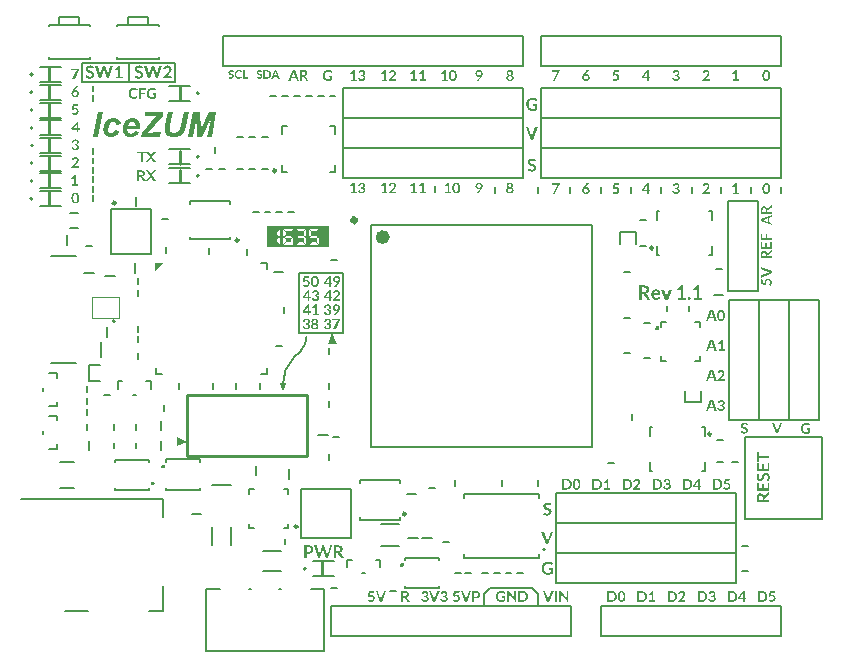
<source format=gto>
G04 Layer_Color=65535*
%FSLAX44Y44*%
%MOMM*%
G71*
G01*
G75*
%ADD59C,0.3000*%
%ADD60C,0.2000*%
%ADD61C,0.5000*%
%ADD81C,0.6000*%
%ADD82C,0.2540*%
%ADD83C,0.2500*%
%ADD84C,0.1000*%
%ADD85C,0.1500*%
%ADD86C,0.1270*%
G36*
X517307Y145630D02*
X517411Y145620D01*
X517536Y145610D01*
X517661Y145599D01*
X517953Y145557D01*
X518265Y145495D01*
X518588Y145412D01*
X518911Y145297D01*
X518922D01*
X518953Y145287D01*
X518994Y145266D01*
X519057Y145235D01*
X519130Y145203D01*
X519213Y145162D01*
X519411Y145057D01*
X519630Y144922D01*
X519869Y144766D01*
X520119Y144579D01*
X520348Y144370D01*
X520359Y144360D01*
X520379Y144339D01*
X520411Y144308D01*
X520452Y144266D01*
X520494Y144204D01*
X520556Y144141D01*
X520619Y144058D01*
X520692Y143975D01*
X520838Y143766D01*
X520994Y143516D01*
X521150Y143245D01*
X521286Y142943D01*
Y142933D01*
X521296Y142902D01*
X521317Y142860D01*
X521338Y142798D01*
X521358Y142725D01*
X521390Y142631D01*
X521421Y142527D01*
X521452Y142402D01*
X521483Y142277D01*
X521515Y142131D01*
X521567Y141819D01*
X521608Y141486D01*
X521619Y141121D01*
Y141111D01*
Y141079D01*
Y141027D01*
Y140954D01*
X521608Y140861D01*
X521598Y140757D01*
X521587Y140642D01*
X521577Y140517D01*
X521535Y140236D01*
X521483Y139923D01*
X521400Y139611D01*
X521286Y139288D01*
Y139278D01*
X521275Y139247D01*
X521254Y139205D01*
X521223Y139153D01*
X521192Y139080D01*
X521150Y138997D01*
X521046Y138799D01*
X520911Y138570D01*
X520754Y138330D01*
X520567Y138091D01*
X520348Y137851D01*
X520338Y137841D01*
X520317Y137830D01*
X520286Y137799D01*
X520244Y137757D01*
X520182Y137705D01*
X520119Y137643D01*
X520036Y137580D01*
X519942Y137518D01*
X519734Y137362D01*
X519494Y137205D01*
X519213Y137060D01*
X518911Y136924D01*
X518901D01*
X518869Y136914D01*
X518828Y136893D01*
X518765Y136872D01*
X518682Y136851D01*
X518588Y136820D01*
X518484Y136789D01*
X518359Y136768D01*
X518234Y136737D01*
X518088Y136706D01*
X517766Y136653D01*
X517422Y136612D01*
X517047Y136601D01*
X513600D01*
Y145641D01*
X517224D01*
X517307Y145630D01*
D02*
G37*
G36*
X526003Y145724D02*
X526149Y145714D01*
X526326Y145693D01*
X526524Y145651D01*
X526722Y145610D01*
X526919Y145547D01*
X526930D01*
X526940Y145537D01*
X527003Y145516D01*
X527107Y145474D01*
X527221Y145412D01*
X527367Y145339D01*
X527513Y145245D01*
X527659Y145141D01*
X527805Y145016D01*
X527826Y145006D01*
X527867Y144953D01*
X527930Y144881D01*
X528023Y144787D01*
X528117Y144672D01*
X528211Y144537D01*
X528304Y144381D01*
X528388Y144204D01*
X528398Y144183D01*
X528419Y144120D01*
X528450Y144026D01*
X528492Y143902D01*
X528534Y143745D01*
X528565Y143568D01*
X528586Y143371D01*
X528596Y143162D01*
Y143152D01*
Y143141D01*
Y143079D01*
X528586Y142985D01*
X528575Y142860D01*
X528554Y142714D01*
X528534Y142558D01*
X528492Y142402D01*
X528440Y142235D01*
X528429Y142214D01*
X528409Y142162D01*
X528377Y142079D01*
X528336Y141975D01*
X528284Y141850D01*
X528211Y141715D01*
X528138Y141569D01*
X528044Y141423D01*
X528034Y141402D01*
X528003Y141361D01*
X527950Y141277D01*
X527888Y141184D01*
X527794Y141069D01*
X527701Y140944D01*
X527596Y140809D01*
X527471Y140673D01*
X527461Y140652D01*
X527409Y140611D01*
X527346Y140538D01*
X527263Y140444D01*
X527159Y140330D01*
X527034Y140205D01*
X526774Y139934D01*
X524743Y137851D01*
X524753D01*
X524795Y137872D01*
X524857Y137882D01*
X524930Y137903D01*
X525014Y137924D01*
X525118Y137945D01*
X525326Y137986D01*
X525336D01*
X525378Y137997D01*
X525430Y138007D01*
X525503Y138018D01*
X525587D01*
X525680Y138028D01*
X525878Y138039D01*
X528242D01*
X528284Y138028D01*
X528346Y138018D01*
X528471Y137976D01*
X528534Y137945D01*
X528596Y137893D01*
X528606Y137882D01*
X528617Y137872D01*
X528638Y137841D01*
X528669Y137799D01*
X528700Y137747D01*
X528721Y137674D01*
X528731Y137601D01*
X528742Y137518D01*
Y136601D01*
X522546D01*
Y137112D01*
Y137122D01*
Y137143D01*
Y137174D01*
X522556Y137216D01*
X522577Y137310D01*
X522608Y137435D01*
Y137445D01*
X522618Y137466D01*
X522639Y137497D01*
X522660Y137539D01*
X522723Y137632D01*
X522816Y137747D01*
X525555Y140496D01*
X525576Y140517D01*
X525618Y140559D01*
X525680Y140621D01*
X525764Y140704D01*
X525857Y140809D01*
X525961Y140923D01*
X526170Y141163D01*
X526180Y141173D01*
X526222Y141215D01*
X526263Y141277D01*
X526336Y141361D01*
X526409Y141465D01*
X526482Y141569D01*
X526628Y141798D01*
X526638Y141808D01*
X526659Y141850D01*
X526690Y141912D01*
X526732Y141996D01*
X526784Y142090D01*
X526826Y142194D01*
X526909Y142423D01*
Y142433D01*
X526930Y142475D01*
X526940Y142548D01*
X526961Y142631D01*
X526982Y142735D01*
X526992Y142850D01*
X527013Y142975D01*
Y143110D01*
Y143120D01*
Y143162D01*
Y143225D01*
X527003Y143308D01*
X526992Y143391D01*
X526972Y143485D01*
X526919Y143683D01*
Y143693D01*
X526899Y143724D01*
X526878Y143766D01*
X526847Y143829D01*
X526763Y143964D01*
X526649Y144099D01*
X526638Y144110D01*
X526617Y144131D01*
X526576Y144162D01*
X526534Y144193D01*
X526472Y144235D01*
X526399Y144277D01*
X526232Y144349D01*
X526222D01*
X526190Y144360D01*
X526138Y144381D01*
X526076Y144401D01*
X525993Y144412D01*
X525899Y144433D01*
X525691Y144443D01*
X525597D01*
X525493Y144433D01*
X525368Y144412D01*
X525222Y144370D01*
X525076Y144318D01*
X524920Y144245D01*
X524774Y144151D01*
X524764Y144141D01*
X524722Y144099D01*
X524660Y144037D01*
X524576Y143954D01*
X524493Y143839D01*
X524410Y143714D01*
X524337Y143558D01*
X524274Y143391D01*
Y143381D01*
X524264Y143350D01*
X524243Y143308D01*
X524222Y143256D01*
X524160Y143141D01*
X524118Y143089D01*
X524066Y143048D01*
X524056D01*
X524045Y143037D01*
X524014Y143016D01*
X523972Y143006D01*
X523858Y142964D01*
X523712Y142954D01*
X523587D01*
X523514Y142964D01*
X522702Y143120D01*
Y143131D01*
Y143152D01*
X522712Y143183D01*
X522723Y143225D01*
X522733Y143287D01*
X522743Y143350D01*
X522785Y143506D01*
X522827Y143683D01*
X522889Y143870D01*
X522962Y144068D01*
X523056Y144256D01*
Y144266D01*
X523066Y144277D01*
X523108Y144339D01*
X523160Y144433D01*
X523243Y144537D01*
X523337Y144672D01*
X523452Y144808D01*
X523587Y144943D01*
X523733Y145068D01*
X523754Y145078D01*
X523806Y145120D01*
X523889Y145183D01*
X524003Y145255D01*
X524139Y145339D01*
X524295Y145422D01*
X524472Y145495D01*
X524660Y145568D01*
X524670D01*
X524680Y145578D01*
X524712Y145589D01*
X524753Y145599D01*
X524857Y145620D01*
X524993Y145651D01*
X525159Y145682D01*
X525347Y145714D01*
X525555Y145724D01*
X525774Y145734D01*
X525878D01*
X526003Y145724D01*
D02*
G37*
G36*
X501576Y137757D02*
X503200D01*
Y136601D01*
X498201D01*
Y137757D01*
X500034D01*
Y143016D01*
Y143027D01*
Y143068D01*
Y143131D01*
Y143214D01*
X500045Y143308D01*
Y143422D01*
X500055Y143662D01*
X498754Y142579D01*
X498743Y142569D01*
X498701Y142537D01*
X498649Y142506D01*
X498587Y142475D01*
X498576D01*
X498535Y142464D01*
X498483Y142454D01*
X498399D01*
X498347Y142464D01*
X498274Y142475D01*
X498191Y142506D01*
X498170Y142516D01*
X498129Y142548D01*
X498077Y142589D01*
X498035Y142631D01*
X497556Y143298D01*
X500305Y145651D01*
X501576D01*
Y137757D01*
D02*
G37*
G36*
X266448Y311757D02*
X267584D01*
Y310861D01*
Y310851D01*
Y310840D01*
X267573Y310788D01*
X267552Y310715D01*
X267500Y310642D01*
X267490Y310632D01*
X267438Y310601D01*
X267365Y310569D01*
X267261Y310559D01*
X266448D01*
Y308351D01*
X265095D01*
Y310559D01*
X261262D01*
X261189Y310569D01*
X261096Y310601D01*
X261002Y310653D01*
X260981Y310674D01*
X260939Y310715D01*
X260887Y310798D01*
X260856Y310892D01*
X260700Y311673D01*
X264980Y317391D01*
X266448D01*
Y311757D01*
D02*
G37*
G36*
X491807Y145630D02*
X491912Y145620D01*
X492037Y145610D01*
X492161Y145599D01*
X492453Y145557D01*
X492765Y145495D01*
X493088Y145412D01*
X493411Y145297D01*
X493422D01*
X493453Y145287D01*
X493494Y145266D01*
X493557Y145235D01*
X493630Y145203D01*
X493713Y145162D01*
X493911Y145057D01*
X494130Y144922D01*
X494369Y144766D01*
X494619Y144579D01*
X494848Y144370D01*
X494859Y144360D01*
X494879Y144339D01*
X494911Y144308D01*
X494952Y144266D01*
X494994Y144204D01*
X495056Y144141D01*
X495119Y144058D01*
X495192Y143975D01*
X495338Y143766D01*
X495494Y143516D01*
X495650Y143245D01*
X495785Y142943D01*
Y142933D01*
X495796Y142902D01*
X495817Y142860D01*
X495838Y142798D01*
X495858Y142725D01*
X495890Y142631D01*
X495921Y142527D01*
X495952Y142402D01*
X495983Y142277D01*
X496015Y142131D01*
X496067Y141819D01*
X496108Y141486D01*
X496119Y141121D01*
Y141111D01*
Y141079D01*
Y141027D01*
Y140954D01*
X496108Y140861D01*
X496098Y140757D01*
X496087Y140642D01*
X496077Y140517D01*
X496035Y140236D01*
X495983Y139923D01*
X495900Y139611D01*
X495785Y139288D01*
Y139278D01*
X495775Y139247D01*
X495754Y139205D01*
X495723Y139153D01*
X495692Y139080D01*
X495650Y138997D01*
X495546Y138799D01*
X495411Y138570D01*
X495254Y138330D01*
X495067Y138091D01*
X494848Y137851D01*
X494838Y137841D01*
X494817Y137830D01*
X494786Y137799D01*
X494744Y137757D01*
X494682Y137705D01*
X494619Y137643D01*
X494536Y137580D01*
X494442Y137518D01*
X494234Y137362D01*
X493994Y137205D01*
X493713Y137060D01*
X493411Y136924D01*
X493401D01*
X493369Y136914D01*
X493328Y136893D01*
X493265Y136872D01*
X493182Y136851D01*
X493088Y136820D01*
X492984Y136789D01*
X492859Y136768D01*
X492734Y136737D01*
X492588Y136706D01*
X492266Y136653D01*
X491922Y136612D01*
X491547Y136601D01*
X488100D01*
Y145641D01*
X491724D01*
X491807Y145630D01*
D02*
G37*
G36*
X542807Y145734D02*
X542911Y145724D01*
X543036Y145714D01*
X543161Y145703D01*
X543453Y145661D01*
X543765Y145599D01*
X544088Y145516D01*
X544411Y145401D01*
X544422D01*
X544453Y145391D01*
X544494Y145370D01*
X544557Y145339D01*
X544630Y145308D01*
X544713Y145266D01*
X544911Y145162D01*
X545130Y145026D01*
X545369Y144870D01*
X545619Y144683D01*
X545848Y144474D01*
X545859Y144464D01*
X545879Y144443D01*
X545911Y144412D01*
X545952Y144370D01*
X545994Y144308D01*
X546057Y144245D01*
X546119Y144162D01*
X546192Y144079D01*
X546338Y143870D01*
X546494Y143620D01*
X546650Y143350D01*
X546785Y143048D01*
Y143037D01*
X546796Y143006D01*
X546817Y142964D01*
X546838Y142902D01*
X546858Y142829D01*
X546890Y142735D01*
X546921Y142631D01*
X546952Y142506D01*
X546983Y142381D01*
X547015Y142235D01*
X547067Y141923D01*
X547108Y141590D01*
X547119Y141225D01*
Y141215D01*
Y141184D01*
Y141131D01*
Y141059D01*
X547108Y140965D01*
X547098Y140861D01*
X547088Y140746D01*
X547077Y140621D01*
X547035Y140340D01*
X546983Y140028D01*
X546900Y139715D01*
X546785Y139392D01*
Y139382D01*
X546775Y139351D01*
X546754Y139309D01*
X546723Y139257D01*
X546692Y139184D01*
X546650Y139101D01*
X546546Y138903D01*
X546410Y138674D01*
X546254Y138434D01*
X546067Y138195D01*
X545848Y137955D01*
X545838Y137945D01*
X545817Y137934D01*
X545786Y137903D01*
X545744Y137861D01*
X545682Y137809D01*
X545619Y137747D01*
X545536Y137684D01*
X545442Y137622D01*
X545234Y137466D01*
X544994Y137310D01*
X544713Y137164D01*
X544411Y137028D01*
X544401D01*
X544369Y137018D01*
X544328Y136997D01*
X544265Y136976D01*
X544182Y136955D01*
X544088Y136924D01*
X543984Y136893D01*
X543859Y136872D01*
X543734Y136841D01*
X543588Y136810D01*
X543265Y136758D01*
X542922Y136716D01*
X542547Y136706D01*
X539100D01*
Y145745D01*
X542724D01*
X542807Y145734D01*
D02*
G37*
G36*
X578909Y140007D02*
X580044D01*
Y139111D01*
Y139101D01*
Y139090D01*
X580033Y139038D01*
X580013Y138965D01*
X579961Y138892D01*
X579950Y138882D01*
X579898Y138851D01*
X579825Y138820D01*
X579721Y138809D01*
X578909D01*
Y136601D01*
X577555D01*
Y138809D01*
X573723D01*
X573650Y138820D01*
X573556Y138851D01*
X573462Y138903D01*
X573441Y138924D01*
X573400Y138965D01*
X573348Y139049D01*
X573316Y139142D01*
X573160Y139923D01*
X577440Y145641D01*
X578909D01*
Y140007D01*
D02*
G37*
G36*
X578534Y299039D02*
X580698D01*
Y297500D01*
X574041D01*
Y299039D01*
X576482D01*
Y306043D01*
Y306057D01*
Y306112D01*
Y306195D01*
Y306306D01*
X576496Y306431D01*
Y306584D01*
X576510Y306903D01*
X574776Y305460D01*
X574762Y305446D01*
X574707Y305405D01*
X574637Y305363D01*
X574554Y305322D01*
X574540D01*
X574485Y305308D01*
X574415Y305294D01*
X574304D01*
X574235Y305308D01*
X574138Y305322D01*
X574027Y305363D01*
X573999Y305377D01*
X573944Y305419D01*
X573875Y305474D01*
X573819Y305530D01*
X573181Y306417D01*
X576842Y309552D01*
X578534D01*
Y299039D01*
D02*
G37*
G36*
X568307Y145630D02*
X568411Y145620D01*
X568536Y145610D01*
X568661Y145599D01*
X568953Y145557D01*
X569265Y145495D01*
X569588Y145412D01*
X569911Y145297D01*
X569921D01*
X569953Y145287D01*
X569994Y145266D01*
X570057Y145235D01*
X570130Y145203D01*
X570213Y145162D01*
X570411Y145057D01*
X570630Y144922D01*
X570869Y144766D01*
X571119Y144579D01*
X571348Y144370D01*
X571359Y144360D01*
X571379Y144339D01*
X571411Y144308D01*
X571452Y144266D01*
X571494Y144204D01*
X571556Y144141D01*
X571619Y144058D01*
X571692Y143975D01*
X571838Y143766D01*
X571994Y143516D01*
X572150Y143245D01*
X572285Y142943D01*
Y142933D01*
X572296Y142902D01*
X572317Y142860D01*
X572337Y142798D01*
X572358Y142725D01*
X572390Y142631D01*
X572421Y142527D01*
X572452Y142402D01*
X572483Y142277D01*
X572514Y142131D01*
X572567Y141819D01*
X572608Y141486D01*
X572619Y141121D01*
Y141111D01*
Y141079D01*
Y141027D01*
Y140954D01*
X572608Y140861D01*
X572598Y140757D01*
X572587Y140642D01*
X572577Y140517D01*
X572535Y140236D01*
X572483Y139923D01*
X572400Y139611D01*
X572285Y139288D01*
Y139278D01*
X572275Y139247D01*
X572254Y139205D01*
X572223Y139153D01*
X572192Y139080D01*
X572150Y138997D01*
X572046Y138799D01*
X571911Y138570D01*
X571754Y138330D01*
X571567Y138091D01*
X571348Y137851D01*
X571338Y137841D01*
X571317Y137830D01*
X571286Y137799D01*
X571244Y137757D01*
X571181Y137705D01*
X571119Y137643D01*
X571036Y137580D01*
X570942Y137518D01*
X570734Y137362D01*
X570494Y137205D01*
X570213Y137060D01*
X569911Y136924D01*
X569901D01*
X569869Y136914D01*
X569828Y136893D01*
X569765Y136872D01*
X569682Y136851D01*
X569588Y136820D01*
X569484Y136789D01*
X569359Y136768D01*
X569234Y136737D01*
X569088Y136706D01*
X568765Y136653D01*
X568422Y136612D01*
X568047Y136601D01*
X564600D01*
Y145641D01*
X568224D01*
X568307Y145630D01*
D02*
G37*
G36*
X551659Y145828D02*
X551805Y145818D01*
X551982Y145797D01*
X552169Y145755D01*
X552367Y145714D01*
X552555Y145651D01*
X552565D01*
X552576Y145641D01*
X552638Y145620D01*
X552732Y145578D01*
X552846Y145526D01*
X552982Y145453D01*
X553128Y145370D01*
X553273Y145276D01*
X553409Y145162D01*
X553430Y145151D01*
X553471Y145110D01*
X553534Y145037D01*
X553617Y144953D01*
X553700Y144849D01*
X553794Y144714D01*
X553888Y144579D01*
X553961Y144422D01*
X553971Y144401D01*
X553992Y144349D01*
X554023Y144266D01*
X554065Y144151D01*
X554096Y144016D01*
X554127Y143860D01*
X554148Y143683D01*
X554159Y143506D01*
Y143485D01*
Y143433D01*
Y143350D01*
X554148Y143245D01*
X554138Y143131D01*
X554117Y143006D01*
X554086Y142871D01*
X554054Y142746D01*
Y142735D01*
X554034Y142694D01*
X554013Y142631D01*
X553982Y142558D01*
X553940Y142464D01*
X553898Y142371D01*
X553773Y142173D01*
X553763Y142162D01*
X553742Y142131D01*
X553700Y142090D01*
X553648Y142027D01*
X553575Y141965D01*
X553503Y141892D01*
X553315Y141756D01*
X553305Y141746D01*
X553273Y141725D01*
X553211Y141694D01*
X553148Y141663D01*
X553055Y141621D01*
X552951Y141569D01*
X552846Y141527D01*
X552721Y141486D01*
X552732D01*
X552753Y141475D01*
X552794Y141454D01*
X552857Y141433D01*
X552919Y141413D01*
X553003Y141371D01*
X553180Y141288D01*
X553377Y141173D01*
X553575Y141038D01*
X553763Y140882D01*
X553929Y140694D01*
Y140684D01*
X553950Y140673D01*
X553971Y140642D01*
X553992Y140600D01*
X554023Y140548D01*
X554054Y140486D01*
X554138Y140340D01*
X554211Y140142D01*
X554273Y139923D01*
X554315Y139663D01*
X554336Y139382D01*
Y139372D01*
Y139351D01*
Y139319D01*
Y139267D01*
X554325Y139205D01*
Y139142D01*
X554304Y138976D01*
X554273Y138788D01*
X554231Y138590D01*
X554169Y138382D01*
X554086Y138184D01*
Y138174D01*
X554075Y138163D01*
X554044Y138101D01*
X553982Y137997D01*
X553909Y137882D01*
X553815Y137747D01*
X553690Y137601D01*
X553565Y137445D01*
X553409Y137310D01*
X553388Y137299D01*
X553336Y137247D01*
X553242Y137184D01*
X553128Y137112D01*
X552982Y137028D01*
X552815Y136935D01*
X552628Y136851D01*
X552419Y136778D01*
X552409D01*
X552399Y136768D01*
X552367Y136758D01*
X552326Y136747D01*
X552211Y136726D01*
X552065Y136695D01*
X551888Y136653D01*
X551690Y136633D01*
X551472Y136612D01*
X551243Y136601D01*
X551066D01*
X551003Y136612D01*
X550836Y136622D01*
X550649Y136643D01*
X550451Y136664D01*
X550243Y136706D01*
X550045Y136758D01*
X550035D01*
X550024Y136768D01*
X549962Y136789D01*
X549868Y136820D01*
X549753Y136872D01*
X549608Y136935D01*
X549462Y137018D01*
X549316Y137112D01*
X549170Y137216D01*
X549149Y137226D01*
X549108Y137268D01*
X549035Y137330D01*
X548952Y137424D01*
X548847Y137528D01*
X548743Y137664D01*
X548639Y137809D01*
X548535Y137966D01*
Y137976D01*
X548525Y137986D01*
X548493Y138049D01*
X548441Y138143D01*
X548379Y138257D01*
X548316Y138413D01*
X548233Y138590D01*
X548160Y138778D01*
X548087Y138986D01*
X548764Y139267D01*
X548774D01*
X548795Y139278D01*
X548827Y139299D01*
X548879Y139309D01*
X548993Y139340D01*
X549118Y139351D01*
X549181D01*
X549222Y139340D01*
X549316Y139319D01*
X549410Y139278D01*
X549420D01*
X549431Y139267D01*
X549483Y139226D01*
X549556Y139163D01*
X549608Y139080D01*
X549618Y139069D01*
X549628Y139038D01*
X549649Y138997D01*
X549680Y138934D01*
X549764Y138799D01*
X549858Y138632D01*
X549868Y138622D01*
X549878Y138601D01*
X549910Y138559D01*
X549951Y138507D01*
X550055Y138382D01*
X550180Y138257D01*
X550191Y138247D01*
X550212Y138226D01*
X550253Y138195D01*
X550305Y138163D01*
X550368Y138122D01*
X550441Y138070D01*
X550618Y137986D01*
X550628D01*
X550659Y137976D01*
X550712Y137955D01*
X550784Y137945D01*
X550878Y137924D01*
X550982Y137903D01*
X551097Y137893D01*
X551284D01*
X551368Y137903D01*
X551461Y137914D01*
X551566Y137924D01*
X551680Y137945D01*
X551795Y137976D01*
X551909Y138018D01*
X551920Y138028D01*
X551961Y138039D01*
X552013Y138070D01*
X552076Y138111D01*
X552242Y138216D01*
X552399Y138351D01*
X552409Y138361D01*
X552430Y138393D01*
X552472Y138434D01*
X552513Y138486D01*
X552555Y138559D01*
X552607Y138632D01*
X552690Y138809D01*
Y138820D01*
X552711Y138851D01*
X552721Y138903D01*
X552742Y138976D01*
X552763Y139049D01*
X552774Y139132D01*
X552794Y139319D01*
Y139330D01*
Y139372D01*
Y139434D01*
X552784Y139517D01*
X552774Y139611D01*
X552763Y139715D01*
X552721Y139913D01*
Y139923D01*
X552711Y139955D01*
X552690Y140007D01*
X552659Y140069D01*
X552617Y140142D01*
X552565Y140225D01*
X552503Y140298D01*
X552430Y140371D01*
X552419Y140382D01*
X552388Y140402D01*
X552336Y140434D01*
X552274Y140475D01*
X552180Y140527D01*
X552076Y140569D01*
X551951Y140621D01*
X551805Y140663D01*
X551784Y140673D01*
X551732Y140684D01*
X551638Y140704D01*
X551513Y140725D01*
X551357Y140746D01*
X551170Y140757D01*
X550951Y140777D01*
X550712D01*
Y141881D01*
X550805D01*
X550909Y141892D01*
X551045D01*
X551191Y141902D01*
X551347Y141923D01*
X551503Y141944D01*
X551649Y141975D01*
X551670D01*
X551711Y141996D01*
X551784Y142017D01*
X551867Y142048D01*
X552055Y142142D01*
X552159Y142194D01*
X552242Y142256D01*
X552253Y142267D01*
X552284Y142287D01*
X552315Y142329D01*
X552367Y142381D01*
X552419Y142444D01*
X552472Y142516D01*
X552513Y142600D01*
X552555Y142694D01*
Y142704D01*
X552565Y142735D01*
X552586Y142787D01*
X552607Y142860D01*
X552617Y142943D01*
X552638Y143037D01*
X552649Y143245D01*
Y143256D01*
Y143277D01*
Y143308D01*
Y143350D01*
X552628Y143464D01*
X552607Y143610D01*
X552565Y143766D01*
X552503Y143922D01*
X552409Y144079D01*
X552295Y144214D01*
X552274Y144224D01*
X552232Y144266D01*
X552149Y144318D01*
X552044Y144381D01*
X551909Y144443D01*
X551743Y144495D01*
X551555Y144537D01*
X551336Y144547D01*
X551243D01*
X551138Y144537D01*
X551013Y144506D01*
X550868Y144474D01*
X550722Y144422D01*
X550566Y144349D01*
X550420Y144245D01*
X550410Y144235D01*
X550368Y144193D01*
X550305Y144131D01*
X550222Y144047D01*
X550139Y143933D01*
X550055Y143808D01*
X549982Y143662D01*
X549920Y143495D01*
Y143485D01*
X549910Y143454D01*
X549889Y143412D01*
X549868Y143360D01*
X549805Y143245D01*
X549764Y143193D01*
X549712Y143152D01*
X549701D01*
X549691Y143141D01*
X549660Y143120D01*
X549618Y143110D01*
X549514Y143068D01*
X549368Y143058D01*
X549243D01*
X549160Y143068D01*
X548348Y143225D01*
Y143235D01*
Y143256D01*
X548358Y143287D01*
X548368Y143329D01*
X548379Y143391D01*
X548389Y143454D01*
X548431Y143610D01*
X548473Y143787D01*
X548535Y143975D01*
X548608Y144172D01*
X548702Y144360D01*
Y144370D01*
X548712Y144381D01*
X548754Y144443D01*
X548806Y144537D01*
X548889Y144641D01*
X548983Y144776D01*
X549097Y144912D01*
X549233Y145047D01*
X549379Y145172D01*
X549399Y145183D01*
X549451Y145224D01*
X549535Y145287D01*
X549649Y145359D01*
X549785Y145443D01*
X549941Y145526D01*
X550118Y145599D01*
X550305Y145672D01*
X550316D01*
X550326Y145682D01*
X550357Y145693D01*
X550399Y145703D01*
X550503Y145724D01*
X550639Y145755D01*
X550805Y145787D01*
X551003Y145818D01*
X551211Y145828D01*
X551430Y145839D01*
X551534D01*
X551659Y145828D01*
D02*
G37*
G36*
X551685Y297500D02*
X549827D01*
X546429Y306043D01*
X548218D01*
X548260Y306029D01*
X548384Y306001D01*
X548509Y305932D01*
X548523D01*
X548537Y305918D01*
X548592Y305863D01*
X548662Y305765D01*
X548731Y305655D01*
X550368Y301092D01*
X550381Y301078D01*
X550395Y301022D01*
X550423Y300939D01*
X550451Y300842D01*
X550492Y300717D01*
X550534Y300593D01*
X550603Y300301D01*
Y300287D01*
X550617Y300232D01*
X550645Y300163D01*
X550659Y300066D01*
X550686Y299955D01*
X550714Y299816D01*
X550784Y299539D01*
Y299552D01*
X550798Y299608D01*
X550811Y299677D01*
X550825Y299774D01*
X550853Y299899D01*
X550881Y300024D01*
X550950Y300301D01*
Y300315D01*
X550964Y300371D01*
X550992Y300440D01*
X551019Y300551D01*
X551061Y300662D01*
X551103Y300801D01*
X551200Y301092D01*
X552892Y305655D01*
Y305668D01*
X552905Y305682D01*
X552933Y305752D01*
X553003Y305849D01*
X553086Y305932D01*
X553100D01*
X553114Y305946D01*
X553183Y305987D01*
X553308Y306029D01*
X553446Y306043D01*
X555069D01*
X551685Y297500D01*
D02*
G37*
G36*
X271884Y317474D02*
X271957D01*
X272124Y317453D01*
X272311Y317432D01*
X272520Y317391D01*
X272738Y317339D01*
X272947Y317266D01*
X272957D01*
X272968Y317255D01*
X272999Y317245D01*
X273041Y317224D01*
X273145Y317172D01*
X273270Y317109D01*
X273415Y317016D01*
X273572Y316912D01*
X273738Y316787D01*
X273884Y316651D01*
X273905Y316630D01*
X273946Y316578D01*
X274019Y316495D01*
X274113Y316380D01*
X274207Y316245D01*
X274311Y316089D01*
X274405Y315901D01*
X274488Y315704D01*
Y315693D01*
X274498Y315683D01*
X274509Y315651D01*
X274519Y315610D01*
X274561Y315495D01*
X274603Y315350D01*
X274634Y315162D01*
X274676Y314964D01*
X274696Y314735D01*
X274707Y314496D01*
Y314475D01*
Y314423D01*
Y314339D01*
X274696Y314246D01*
X274686Y314121D01*
X274676Y313985D01*
X274634Y313704D01*
Y313683D01*
X274623Y313642D01*
X274603Y313569D01*
X274582Y313475D01*
X274550Y313360D01*
X274519Y313246D01*
X274426Y312985D01*
X274415Y312975D01*
X274405Y312923D01*
X274373Y312861D01*
X274332Y312777D01*
X274290Y312673D01*
X274228Y312558D01*
X274103Y312309D01*
X274092Y312298D01*
X274072Y312257D01*
X274030Y312194D01*
X273978Y312111D01*
X273915Y312007D01*
X273853Y311892D01*
X273686Y311653D01*
X271614Y308705D01*
Y308695D01*
X271593Y308685D01*
X271541Y308612D01*
X271437Y308528D01*
X271301Y308445D01*
X271291D01*
X271270Y308435D01*
X271218Y308414D01*
X271166Y308403D01*
X271093Y308382D01*
X271010Y308362D01*
X270822Y308351D01*
X269406D01*
X272207Y311850D01*
Y311861D01*
X272228Y311871D01*
X272270Y311934D01*
X272332Y312007D01*
X272405Y312100D01*
Y312111D01*
X272426Y312121D01*
X272468Y312184D01*
X272520Y312257D01*
X272593Y312350D01*
X272582Y312340D01*
X272541Y312319D01*
X272478Y312277D01*
X272395Y312236D01*
X272291Y312194D01*
X272176Y312142D01*
X272041Y312090D01*
X271905Y312048D01*
X271884D01*
X271843Y312038D01*
X271770Y312017D01*
X271666Y312007D01*
X271551Y311986D01*
X271416Y311965D01*
X271270Y311954D01*
X271031D01*
X270947Y311965D01*
X270822Y311975D01*
X270687Y311996D01*
X270531Y312017D01*
X270364Y312059D01*
X270198Y312111D01*
X270177Y312121D01*
X270125Y312142D01*
X270041Y312184D01*
X269927Y312236D01*
X269802Y312309D01*
X269666Y312392D01*
X269531Y312486D01*
X269396Y312600D01*
X269385Y312611D01*
X269333Y312663D01*
X269271Y312736D01*
X269198Y312829D01*
X269104Y312944D01*
X269010Y313079D01*
X268916Y313235D01*
X268833Y313412D01*
Y313423D01*
X268823Y313433D01*
X268812Y313465D01*
X268802Y313496D01*
X268771Y313600D01*
X268729Y313735D01*
X268687Y313902D01*
X268656Y314100D01*
X268635Y314319D01*
X268625Y314548D01*
Y314558D01*
Y314579D01*
Y314610D01*
Y314652D01*
X268635Y314766D01*
X268656Y314912D01*
X268677Y315089D01*
X268719Y315277D01*
X268771Y315485D01*
X268844Y315683D01*
Y315693D01*
X268854Y315704D01*
X268864Y315735D01*
X268885Y315776D01*
X268937Y315870D01*
X269010Y315995D01*
X269104Y316141D01*
X269208Y316297D01*
X269333Y316453D01*
X269479Y316610D01*
X269500Y316630D01*
X269552Y316672D01*
X269635Y316755D01*
X269750Y316839D01*
X269895Y316943D01*
X270062Y317047D01*
X270250Y317151D01*
X270447Y317245D01*
X270458D01*
X270479Y317255D01*
X270510Y317266D01*
X270551Y317286D01*
X270604Y317297D01*
X270666Y317318D01*
X270822Y317370D01*
X271010Y317411D01*
X271218Y317443D01*
X271458Y317474D01*
X271707Y317484D01*
X271822D01*
X271884Y317474D01*
D02*
G37*
G36*
X584627Y491873D02*
X584773Y491862D01*
X584950Y491841D01*
X585148Y491800D01*
X585345Y491758D01*
X585543Y491696D01*
X585554D01*
X585564Y491685D01*
X585627Y491664D01*
X585731Y491623D01*
X585845Y491560D01*
X585991Y491487D01*
X586137Y491394D01*
X586283Y491289D01*
X586428Y491165D01*
X586449Y491154D01*
X586491Y491102D01*
X586553Y491029D01*
X586647Y490935D01*
X586741Y490821D01*
X586835Y490686D01*
X586928Y490529D01*
X587012Y490352D01*
X587022Y490331D01*
X587043Y490269D01*
X587074Y490175D01*
X587116Y490050D01*
X587158Y489894D01*
X587189Y489717D01*
X587210Y489519D01*
X587220Y489311D01*
Y489300D01*
Y489290D01*
Y489227D01*
X587210Y489134D01*
X587199Y489009D01*
X587178Y488863D01*
X587158Y488707D01*
X587116Y488551D01*
X587064Y488384D01*
X587053Y488363D01*
X587033Y488311D01*
X587001Y488228D01*
X586960Y488124D01*
X586908Y487999D01*
X586835Y487863D01*
X586762Y487718D01*
X586668Y487572D01*
X586658Y487551D01*
X586626Y487509D01*
X586574Y487426D01*
X586512Y487332D01*
X586418Y487218D01*
X586324Y487093D01*
X586220Y486957D01*
X586095Y486822D01*
X586085Y486801D01*
X586033Y486759D01*
X585970Y486687D01*
X585887Y486593D01*
X585783Y486478D01*
X585658Y486353D01*
X585398Y486082D01*
X583367Y484000D01*
X583377D01*
X583419Y484021D01*
X583481Y484031D01*
X583554Y484052D01*
X583638Y484073D01*
X583742Y484093D01*
X583950Y484135D01*
X583960D01*
X584002Y484146D01*
X584054Y484156D01*
X584127Y484166D01*
X584210D01*
X584304Y484177D01*
X584502Y484187D01*
X586866D01*
X586908Y484177D01*
X586970Y484166D01*
X587095Y484125D01*
X587158Y484093D01*
X587220Y484041D01*
X587230Y484031D01*
X587241Y484021D01*
X587262Y483989D01*
X587293Y483948D01*
X587324Y483895D01*
X587345Y483823D01*
X587355Y483750D01*
X587366Y483666D01*
Y482750D01*
X581170D01*
Y483260D01*
Y483271D01*
Y483292D01*
Y483323D01*
X581180Y483364D01*
X581201Y483458D01*
X581232Y483583D01*
Y483593D01*
X581242Y483614D01*
X581263Y483646D01*
X581284Y483687D01*
X581347Y483781D01*
X581440Y483895D01*
X584179Y486645D01*
X584200Y486666D01*
X584242Y486707D01*
X584304Y486770D01*
X584387Y486853D01*
X584481Y486957D01*
X584585Y487072D01*
X584794Y487311D01*
X584804Y487322D01*
X584846Y487363D01*
X584887Y487426D01*
X584960Y487509D01*
X585033Y487613D01*
X585106Y487718D01*
X585252Y487947D01*
X585262Y487957D01*
X585283Y487999D01*
X585314Y488061D01*
X585356Y488144D01*
X585408Y488238D01*
X585450Y488342D01*
X585533Y488571D01*
Y488582D01*
X585554Y488624D01*
X585564Y488696D01*
X585585Y488780D01*
X585606Y488884D01*
X585616Y488998D01*
X585637Y489123D01*
Y489259D01*
Y489269D01*
Y489311D01*
Y489373D01*
X585627Y489457D01*
X585616Y489540D01*
X585595Y489634D01*
X585543Y489832D01*
Y489842D01*
X585522Y489873D01*
X585502Y489915D01*
X585471Y489977D01*
X585387Y490113D01*
X585273Y490248D01*
X585262Y490258D01*
X585241Y490279D01*
X585200Y490311D01*
X585158Y490342D01*
X585096Y490383D01*
X585023Y490425D01*
X584856Y490498D01*
X584846D01*
X584814Y490508D01*
X584762Y490529D01*
X584700Y490550D01*
X584617Y490560D01*
X584523Y490581D01*
X584314Y490592D01*
X584221D01*
X584117Y490581D01*
X583992Y490560D01*
X583846Y490519D01*
X583700Y490467D01*
X583544Y490394D01*
X583398Y490300D01*
X583388Y490290D01*
X583346Y490248D01*
X583284Y490186D01*
X583200Y490102D01*
X583117Y489988D01*
X583034Y489863D01*
X582961Y489706D01*
X582898Y489540D01*
Y489529D01*
X582888Y489498D01*
X582867Y489457D01*
X582846Y489404D01*
X582784Y489290D01*
X582742Y489238D01*
X582690Y489196D01*
X582679D01*
X582669Y489186D01*
X582638Y489165D01*
X582596Y489155D01*
X582482Y489113D01*
X582336Y489103D01*
X582211D01*
X582138Y489113D01*
X581326Y489269D01*
Y489280D01*
Y489300D01*
X581336Y489332D01*
X581347Y489373D01*
X581357Y489436D01*
X581367Y489498D01*
X581409Y489655D01*
X581451Y489832D01*
X581513Y490019D01*
X581586Y490217D01*
X581680Y490404D01*
Y490415D01*
X581690Y490425D01*
X581732Y490488D01*
X581784Y490581D01*
X581867Y490686D01*
X581961Y490821D01*
X582076Y490956D01*
X582211Y491092D01*
X582357Y491217D01*
X582378Y491227D01*
X582430Y491269D01*
X582513Y491331D01*
X582627Y491404D01*
X582763Y491487D01*
X582919Y491571D01*
X583096Y491643D01*
X583284Y491716D01*
X583294D01*
X583304Y491727D01*
X583336Y491737D01*
X583377Y491748D01*
X583481Y491768D01*
X583617Y491800D01*
X583783Y491831D01*
X583971Y491862D01*
X584179Y491873D01*
X584398Y491883D01*
X584502D01*
X584627Y491873D01*
D02*
G37*
G36*
X559326D02*
X559472Y491862D01*
X559649Y491841D01*
X559837Y491800D01*
X560034Y491758D01*
X560222Y491696D01*
X560232D01*
X560243Y491685D01*
X560305Y491664D01*
X560399Y491623D01*
X560513Y491571D01*
X560649Y491498D01*
X560795Y491414D01*
X560941Y491321D01*
X561076Y491206D01*
X561097Y491196D01*
X561138Y491154D01*
X561201Y491081D01*
X561284Y490998D01*
X561367Y490894D01*
X561461Y490758D01*
X561555Y490623D01*
X561628Y490467D01*
X561638Y490446D01*
X561659Y490394D01*
X561690Y490311D01*
X561732Y490196D01*
X561763Y490061D01*
X561794Y489904D01*
X561815Y489727D01*
X561826Y489550D01*
Y489529D01*
Y489477D01*
Y489394D01*
X561815Y489290D01*
X561805Y489175D01*
X561784Y489050D01*
X561753Y488915D01*
X561721Y488790D01*
Y488780D01*
X561701Y488738D01*
X561680Y488676D01*
X561649Y488603D01*
X561607Y488509D01*
X561565Y488415D01*
X561440Y488217D01*
X561430Y488207D01*
X561409Y488176D01*
X561367Y488134D01*
X561315Y488072D01*
X561242Y488009D01*
X561170Y487936D01*
X560982Y487801D01*
X560972Y487790D01*
X560941Y487770D01*
X560878Y487738D01*
X560816Y487707D01*
X560722Y487665D01*
X560618Y487613D01*
X560513Y487572D01*
X560388Y487530D01*
X560399D01*
X560420Y487520D01*
X560461Y487499D01*
X560524Y487478D01*
X560586Y487457D01*
X560670Y487416D01*
X560847Y487332D01*
X561045Y487218D01*
X561242Y487082D01*
X561430Y486926D01*
X561597Y486739D01*
Y486728D01*
X561617Y486718D01*
X561638Y486687D01*
X561659Y486645D01*
X561690Y486593D01*
X561721Y486530D01*
X561805Y486385D01*
X561878Y486187D01*
X561940Y485968D01*
X561982Y485708D01*
X562003Y485426D01*
Y485416D01*
Y485395D01*
Y485364D01*
Y485312D01*
X561992Y485249D01*
Y485187D01*
X561972Y485020D01*
X561940Y484833D01*
X561899Y484635D01*
X561836Y484427D01*
X561753Y484229D01*
Y484218D01*
X561742Y484208D01*
X561711Y484146D01*
X561649Y484041D01*
X561576Y483927D01*
X561482Y483791D01*
X561357Y483646D01*
X561232Y483489D01*
X561076Y483354D01*
X561055Y483344D01*
X561003Y483292D01*
X560909Y483229D01*
X560795Y483156D01*
X560649Y483073D01*
X560482Y482979D01*
X560295Y482896D01*
X560087Y482823D01*
X560076D01*
X560066Y482812D01*
X560034Y482802D01*
X559993Y482792D01*
X559878Y482771D01*
X559733Y482740D01*
X559555Y482698D01*
X559358Y482677D01*
X559139Y482656D01*
X558910Y482646D01*
X558733D01*
X558670Y482656D01*
X558504Y482667D01*
X558316Y482687D01*
X558118Y482708D01*
X557910Y482750D01*
X557712Y482802D01*
X557702D01*
X557691Y482812D01*
X557629Y482833D01*
X557535Y482864D01*
X557421Y482917D01*
X557275Y482979D01*
X557129Y483062D01*
X556983Y483156D01*
X556837Y483260D01*
X556816Y483271D01*
X556775Y483312D01*
X556702Y483375D01*
X556619Y483469D01*
X556515Y483573D01*
X556410Y483708D01*
X556306Y483854D01*
X556202Y484010D01*
Y484021D01*
X556192Y484031D01*
X556161Y484093D01*
X556108Y484187D01*
X556046Y484302D01*
X555983Y484458D01*
X555900Y484635D01*
X555827Y484822D01*
X555754Y485031D01*
X556431Y485312D01*
X556442D01*
X556463Y485322D01*
X556494Y485343D01*
X556546Y485354D01*
X556660Y485385D01*
X556785Y485395D01*
X556848D01*
X556889Y485385D01*
X556983Y485364D01*
X557077Y485322D01*
X557087D01*
X557098Y485312D01*
X557150Y485270D01*
X557223Y485208D01*
X557275Y485124D01*
X557285Y485114D01*
X557296Y485083D01*
X557316Y485041D01*
X557348Y484979D01*
X557431Y484843D01*
X557525Y484677D01*
X557535Y484666D01*
X557546Y484645D01*
X557577Y484604D01*
X557618Y484552D01*
X557723Y484427D01*
X557848Y484302D01*
X557858Y484291D01*
X557879Y484270D01*
X557920Y484239D01*
X557972Y484208D01*
X558035Y484166D01*
X558108Y484114D01*
X558285Y484031D01*
X558295D01*
X558327Y484021D01*
X558379Y484000D01*
X558451Y483989D01*
X558545Y483968D01*
X558649Y483948D01*
X558764Y483937D01*
X558951D01*
X559035Y483948D01*
X559128Y483958D01*
X559233Y483968D01*
X559347Y483989D01*
X559462Y484021D01*
X559576Y484062D01*
X559587Y484073D01*
X559628Y484083D01*
X559680Y484114D01*
X559743Y484156D01*
X559910Y484260D01*
X560066Y484395D01*
X560076Y484406D01*
X560097Y484437D01*
X560139Y484479D01*
X560180Y484531D01*
X560222Y484604D01*
X560274Y484677D01*
X560357Y484854D01*
Y484864D01*
X560378Y484895D01*
X560388Y484947D01*
X560409Y485020D01*
X560430Y485093D01*
X560441Y485176D01*
X560461Y485364D01*
Y485374D01*
Y485416D01*
Y485479D01*
X560451Y485562D01*
X560441Y485656D01*
X560430Y485760D01*
X560388Y485957D01*
Y485968D01*
X560378Y485999D01*
X560357Y486051D01*
X560326Y486114D01*
X560284Y486187D01*
X560232Y486270D01*
X560170Y486343D01*
X560097Y486416D01*
X560087Y486426D01*
X560055Y486447D01*
X560003Y486478D01*
X559941Y486520D01*
X559847Y486572D01*
X559743Y486614D01*
X559618Y486666D01*
X559472Y486707D01*
X559451Y486718D01*
X559399Y486728D01*
X559305Y486749D01*
X559180Y486770D01*
X559024Y486791D01*
X558837Y486801D01*
X558618Y486822D01*
X558379D01*
Y487926D01*
X558472D01*
X558577Y487936D01*
X558712D01*
X558858Y487947D01*
X559014Y487967D01*
X559170Y487988D01*
X559316Y488019D01*
X559337D01*
X559378Y488040D01*
X559451Y488061D01*
X559535Y488092D01*
X559722Y488186D01*
X559826Y488238D01*
X559910Y488301D01*
X559920Y488311D01*
X559951Y488332D01*
X559982Y488373D01*
X560034Y488426D01*
X560087Y488488D01*
X560139Y488561D01*
X560180Y488644D01*
X560222Y488738D01*
Y488749D01*
X560232Y488780D01*
X560253Y488832D01*
X560274Y488905D01*
X560284Y488988D01*
X560305Y489082D01*
X560316Y489290D01*
Y489300D01*
Y489321D01*
Y489352D01*
Y489394D01*
X560295Y489509D01*
X560274Y489655D01*
X560232Y489811D01*
X560170Y489967D01*
X560076Y490123D01*
X559962Y490258D01*
X559941Y490269D01*
X559899Y490311D01*
X559816Y490363D01*
X559712Y490425D01*
X559576Y490488D01*
X559410Y490540D01*
X559222Y490581D01*
X559003Y490592D01*
X558910D01*
X558806Y490581D01*
X558681Y490550D01*
X558535Y490519D01*
X558389Y490467D01*
X558233Y490394D01*
X558087Y490290D01*
X558077Y490279D01*
X558035Y490238D01*
X557972Y490175D01*
X557889Y490092D01*
X557806Y489977D01*
X557723Y489852D01*
X557650Y489706D01*
X557587Y489540D01*
Y489529D01*
X557577Y489498D01*
X557556Y489457D01*
X557535Y489404D01*
X557473Y489290D01*
X557431Y489238D01*
X557379Y489196D01*
X557369D01*
X557358Y489186D01*
X557327Y489165D01*
X557285Y489155D01*
X557181Y489113D01*
X557035Y489103D01*
X556910D01*
X556827Y489113D01*
X556015Y489269D01*
Y489280D01*
Y489300D01*
X556025Y489332D01*
X556035Y489373D01*
X556046Y489436D01*
X556056Y489498D01*
X556098Y489655D01*
X556140Y489832D01*
X556202Y490019D01*
X556275Y490217D01*
X556369Y490404D01*
Y490415D01*
X556379Y490425D01*
X556421Y490488D01*
X556473Y490581D01*
X556556Y490686D01*
X556650Y490821D01*
X556764Y490956D01*
X556900Y491092D01*
X557046Y491217D01*
X557066Y491227D01*
X557118Y491269D01*
X557202Y491331D01*
X557316Y491404D01*
X557452Y491487D01*
X557608Y491571D01*
X557785Y491643D01*
X557972Y491716D01*
X557983D01*
X557993Y491727D01*
X558025Y491737D01*
X558066Y491748D01*
X558170Y491768D01*
X558306Y491800D01*
X558472Y491831D01*
X558670Y491862D01*
X558879Y491873D01*
X559097Y491883D01*
X559201D01*
X559326Y491873D01*
D02*
G37*
G36*
X610521Y483906D02*
X612146D01*
Y482750D01*
X607147D01*
Y483906D01*
X608980D01*
Y489165D01*
Y489175D01*
Y489217D01*
Y489280D01*
Y489363D01*
X608990Y489457D01*
Y489571D01*
X609001Y489811D01*
X607699Y488728D01*
X607688Y488717D01*
X607647Y488686D01*
X607595Y488655D01*
X607532Y488624D01*
X607522D01*
X607480Y488613D01*
X607428Y488603D01*
X607345D01*
X607293Y488613D01*
X607220Y488624D01*
X607136Y488655D01*
X607116Y488665D01*
X607074Y488696D01*
X607022Y488738D01*
X606980Y488780D01*
X606501Y489446D01*
X609251Y491800D01*
X610521D01*
Y483906D01*
D02*
G37*
G36*
X635478Y491873D02*
X635551D01*
X635718Y491852D01*
X635926Y491810D01*
X636144Y491768D01*
X636374Y491696D01*
X636603Y491602D01*
X636613D01*
X636634Y491591D01*
X636665Y491571D01*
X636707Y491550D01*
X636821Y491487D01*
X636967Y491394D01*
X637134Y491269D01*
X637311Y491123D01*
X637488Y490946D01*
X637665Y490748D01*
X637675Y490737D01*
X637686Y490727D01*
X637707Y490686D01*
X637738Y490644D01*
X637780Y490592D01*
X637821Y490529D01*
X637873Y490446D01*
X637925Y490363D01*
X638030Y490154D01*
X638144Y489904D01*
X638259Y489623D01*
X638363Y489311D01*
Y489300D01*
X638373Y489269D01*
X638383Y489227D01*
X638404Y489155D01*
X638425Y489071D01*
X638446Y488978D01*
X638467Y488863D01*
X638498Y488728D01*
X638519Y488592D01*
X638540Y488426D01*
X638561Y488259D01*
X638581Y488082D01*
X638602Y487895D01*
X638613Y487686D01*
X638623Y487259D01*
Y487249D01*
Y487207D01*
Y487145D01*
Y487061D01*
X638613Y486957D01*
Y486843D01*
X638602Y486707D01*
X638592Y486562D01*
X638561Y486239D01*
X638508Y485895D01*
X638446Y485551D01*
X638363Y485208D01*
Y485197D01*
X638352Y485166D01*
X638342Y485124D01*
X638321Y485062D01*
X638290Y484989D01*
X638259Y484906D01*
X638186Y484697D01*
X638082Y484468D01*
X637967Y484229D01*
X637821Y483989D01*
X637665Y483760D01*
Y483750D01*
X637644Y483739D01*
X637623Y483708D01*
X637582Y483666D01*
X637488Y483573D01*
X637363Y483448D01*
X637207Y483312D01*
X637030Y483167D01*
X636821Y483031D01*
X636603Y482917D01*
X636592D01*
X636572Y482906D01*
X636540Y482896D01*
X636499Y482875D01*
X636446Y482854D01*
X636374Y482833D01*
X636217Y482781D01*
X636020Y482729D01*
X635790Y482687D01*
X635551Y482656D01*
X635291Y482646D01*
X635176D01*
X635113Y482656D01*
X635041D01*
X634864Y482677D01*
X634666Y482708D01*
X634447Y482760D01*
X634218Y482823D01*
X633989Y482917D01*
X633978D01*
X633958Y482927D01*
X633926Y482948D01*
X633885Y482969D01*
X633770Y483031D01*
X633635Y483125D01*
X633468Y483250D01*
X633291Y483396D01*
X633114Y483562D01*
X632937Y483760D01*
Y483771D01*
X632916Y483791D01*
X632895Y483823D01*
X632864Y483864D01*
X632833Y483916D01*
X632781Y483989D01*
X632739Y484062D01*
X632687Y484156D01*
X632573Y484364D01*
X632458Y484614D01*
X632354Y484895D01*
X632250Y485208D01*
Y485218D01*
X632239Y485249D01*
X632229Y485301D01*
X632208Y485364D01*
X632187Y485447D01*
X632166Y485551D01*
X632146Y485666D01*
X632125Y485791D01*
X632104Y485937D01*
X632083Y486093D01*
X632062Y486259D01*
X632041Y486447D01*
X632021Y486634D01*
X632010Y486832D01*
X632000Y487259D01*
Y487270D01*
Y487311D01*
Y487374D01*
Y487457D01*
X632010Y487561D01*
Y487676D01*
X632021Y487811D01*
X632031Y487957D01*
X632062Y488280D01*
X632104Y488624D01*
X632166Y488978D01*
X632250Y489311D01*
Y489321D01*
X632260Y489352D01*
X632281Y489394D01*
X632291Y489457D01*
X632323Y489529D01*
X632354Y489613D01*
X632427Y489821D01*
X632531Y490050D01*
X632645Y490290D01*
X632781Y490529D01*
X632937Y490748D01*
X632947Y490758D01*
X632958Y490769D01*
X632979Y490800D01*
X633020Y490842D01*
X633114Y490946D01*
X633239Y491071D01*
X633395Y491206D01*
X633572Y491352D01*
X633770Y491487D01*
X633989Y491602D01*
X633999D01*
X634020Y491612D01*
X634051Y491633D01*
X634093Y491643D01*
X634155Y491664D01*
X634218Y491696D01*
X634374Y491748D01*
X634572Y491789D01*
X634791Y491841D01*
X635030Y491873D01*
X635291Y491883D01*
X635415D01*
X635478Y491873D01*
D02*
G37*
G36*
X253260Y317474D02*
X253333D01*
X253499Y317453D01*
X253708Y317411D01*
X253926Y317370D01*
X254155Y317297D01*
X254384Y317203D01*
X254395D01*
X254416Y317193D01*
X254447Y317172D01*
X254489Y317151D01*
X254603Y317089D01*
X254749Y316995D01*
X254916Y316870D01*
X255093Y316724D01*
X255270Y316547D01*
X255447Y316349D01*
X255457Y316339D01*
X255467Y316328D01*
X255488Y316287D01*
X255520Y316245D01*
X255561Y316193D01*
X255603Y316131D01*
X255655Y316047D01*
X255707Y315964D01*
X255811Y315756D01*
X255926Y315506D01*
X256040Y315224D01*
X256144Y314912D01*
Y314902D01*
X256155Y314870D01*
X256165Y314829D01*
X256186Y314756D01*
X256207Y314673D01*
X256228Y314579D01*
X256248Y314464D01*
X256280Y314329D01*
X256301Y314193D01*
X256321Y314027D01*
X256342Y313860D01*
X256363Y313683D01*
X256384Y313496D01*
X256394Y313288D01*
X256405Y312861D01*
Y312850D01*
Y312808D01*
Y312746D01*
Y312663D01*
X256394Y312558D01*
Y312444D01*
X256384Y312309D01*
X256374Y312163D01*
X256342Y311840D01*
X256290Y311496D01*
X256228Y311153D01*
X256144Y310809D01*
Y310798D01*
X256134Y310767D01*
X256124Y310726D01*
X256103Y310663D01*
X256071Y310590D01*
X256040Y310507D01*
X255967Y310299D01*
X255863Y310070D01*
X255749Y309830D01*
X255603Y309590D01*
X255447Y309361D01*
Y309351D01*
X255426Y309341D01*
X255405Y309309D01*
X255363Y309268D01*
X255270Y309174D01*
X255145Y309049D01*
X254988Y308914D01*
X254811Y308768D01*
X254603Y308632D01*
X254384Y308518D01*
X254374D01*
X254353Y308507D01*
X254322Y308497D01*
X254280Y308476D01*
X254228Y308455D01*
X254155Y308435D01*
X253999Y308382D01*
X253801Y308330D01*
X253572Y308289D01*
X253333Y308258D01*
X253072Y308247D01*
X252958D01*
X252895Y308258D01*
X252822D01*
X252645Y308278D01*
X252447Y308310D01*
X252229Y308362D01*
X252000Y308424D01*
X251770Y308518D01*
X251760D01*
X251739Y308528D01*
X251708Y308549D01*
X251666Y308570D01*
X251552Y308632D01*
X251416Y308726D01*
X251250Y308851D01*
X251073Y308997D01*
X250896Y309163D01*
X250719Y309361D01*
Y309372D01*
X250698Y309393D01*
X250677Y309424D01*
X250646Y309466D01*
X250615Y309518D01*
X250562Y309590D01*
X250521Y309663D01*
X250469Y309757D01*
X250354Y309965D01*
X250240Y310215D01*
X250135Y310497D01*
X250031Y310809D01*
Y310819D01*
X250021Y310851D01*
X250011Y310903D01*
X249990Y310965D01*
X249969Y311049D01*
X249948Y311153D01*
X249927Y311267D01*
X249906Y311392D01*
X249886Y311538D01*
X249865Y311694D01*
X249844Y311861D01*
X249823Y312048D01*
X249802Y312236D01*
X249792Y312433D01*
X249781Y312861D01*
Y312871D01*
Y312913D01*
Y312975D01*
Y313058D01*
X249792Y313162D01*
Y313277D01*
X249802Y313412D01*
X249813Y313558D01*
X249844Y313881D01*
X249886Y314225D01*
X249948Y314579D01*
X250031Y314912D01*
Y314923D01*
X250042Y314954D01*
X250063Y314995D01*
X250073Y315058D01*
X250104Y315131D01*
X250135Y315214D01*
X250208Y315422D01*
X250313Y315651D01*
X250427Y315891D01*
X250562Y316131D01*
X250719Y316349D01*
X250729Y316360D01*
X250739Y316370D01*
X250760Y316401D01*
X250802Y316443D01*
X250896Y316547D01*
X251021Y316672D01*
X251177Y316807D01*
X251354Y316953D01*
X251552Y317089D01*
X251770Y317203D01*
X251781D01*
X251802Y317214D01*
X251833Y317234D01*
X251875Y317245D01*
X251937Y317266D01*
X252000Y317297D01*
X252156Y317349D01*
X252354Y317391D01*
X252572Y317443D01*
X252812Y317474D01*
X253072Y317484D01*
X253197D01*
X253260Y317474D01*
D02*
G37*
G36*
X535994Y486155D02*
X537129D01*
Y485260D01*
Y485249D01*
Y485239D01*
X537119Y485187D01*
X537098Y485114D01*
X537046Y485041D01*
X537035Y485031D01*
X536983Y484999D01*
X536910Y484968D01*
X536806Y484958D01*
X535994D01*
Y482750D01*
X534640D01*
Y484958D01*
X530808D01*
X530735Y484968D01*
X530641Y484999D01*
X530547Y485051D01*
X530527Y485072D01*
X530485Y485114D01*
X530433Y485197D01*
X530402Y485291D01*
X530246Y486072D01*
X534526Y491789D01*
X535994D01*
Y486155D01*
D02*
G37*
G36*
X474816Y145828D02*
X474888D01*
X475055Y145807D01*
X475263Y145766D01*
X475482Y145724D01*
X475711Y145651D01*
X475940Y145557D01*
X475951D01*
X475972Y145547D01*
X476003Y145526D01*
X476045Y145505D01*
X476159Y145443D01*
X476305Y145349D01*
X476471Y145224D01*
X476648Y145078D01*
X476825Y144901D01*
X477003Y144703D01*
X477013Y144693D01*
X477023Y144683D01*
X477044Y144641D01*
X477075Y144599D01*
X477117Y144547D01*
X477159Y144485D01*
X477211Y144401D01*
X477263Y144318D01*
X477367Y144110D01*
X477482Y143860D01*
X477596Y143579D01*
X477700Y143266D01*
Y143256D01*
X477711Y143225D01*
X477721Y143183D01*
X477742Y143110D01*
X477763Y143027D01*
X477784Y142933D01*
X477804Y142818D01*
X477836Y142683D01*
X477856Y142548D01*
X477877Y142381D01*
X477898Y142214D01*
X477919Y142037D01*
X477940Y141850D01*
X477950Y141642D01*
X477961Y141215D01*
Y141204D01*
Y141163D01*
Y141100D01*
Y141017D01*
X477950Y140913D01*
Y140798D01*
X477940Y140663D01*
X477929Y140517D01*
X477898Y140194D01*
X477846Y139851D01*
X477784Y139507D01*
X477700Y139163D01*
Y139153D01*
X477690Y139122D01*
X477679Y139080D01*
X477659Y139017D01*
X477627Y138945D01*
X477596Y138861D01*
X477523Y138653D01*
X477419Y138424D01*
X477305Y138184D01*
X477159Y137945D01*
X477003Y137716D01*
Y137705D01*
X476982Y137695D01*
X476961Y137664D01*
X476919Y137622D01*
X476825Y137528D01*
X476701Y137403D01*
X476544Y137268D01*
X476367Y137122D01*
X476159Y136987D01*
X475940Y136872D01*
X475930D01*
X475909Y136862D01*
X475878Y136851D01*
X475836Y136831D01*
X475784Y136810D01*
X475711Y136789D01*
X475555Y136737D01*
X475357Y136685D01*
X475128Y136643D01*
X474888Y136612D01*
X474628Y136601D01*
X474514D01*
X474451Y136612D01*
X474378D01*
X474201Y136633D01*
X474003Y136664D01*
X473785Y136716D01*
X473555Y136778D01*
X473326Y136872D01*
X473316D01*
X473295Y136882D01*
X473264Y136903D01*
X473222Y136924D01*
X473108Y136987D01*
X472972Y137080D01*
X472806Y137205D01*
X472629Y137351D01*
X472452Y137518D01*
X472275Y137716D01*
Y137726D01*
X472254Y137747D01*
X472233Y137778D01*
X472202Y137820D01*
X472170Y137872D01*
X472118Y137945D01*
X472077Y138018D01*
X472025Y138111D01*
X471910Y138320D01*
X471796Y138570D01*
X471691Y138851D01*
X471587Y139163D01*
Y139174D01*
X471577Y139205D01*
X471566Y139257D01*
X471546Y139319D01*
X471525Y139403D01*
X471504Y139507D01*
X471483Y139621D01*
X471462Y139746D01*
X471441Y139892D01*
X471421Y140048D01*
X471400Y140215D01*
X471379Y140402D01*
X471358Y140590D01*
X471348Y140788D01*
X471337Y141215D01*
Y141225D01*
Y141267D01*
Y141329D01*
Y141413D01*
X471348Y141517D01*
Y141631D01*
X471358Y141767D01*
X471369Y141912D01*
X471400Y142235D01*
X471441Y142579D01*
X471504Y142933D01*
X471587Y143266D01*
Y143277D01*
X471598Y143308D01*
X471618Y143350D01*
X471629Y143412D01*
X471660Y143485D01*
X471691Y143568D01*
X471764Y143777D01*
X471868Y144006D01*
X471983Y144245D01*
X472118Y144485D01*
X472275Y144703D01*
X472285Y144714D01*
X472295Y144724D01*
X472316Y144755D01*
X472358Y144797D01*
X472452Y144901D01*
X472577Y145026D01*
X472733Y145162D01*
X472910Y145308D01*
X473108Y145443D01*
X473326Y145557D01*
X473337D01*
X473358Y145568D01*
X473389Y145589D01*
X473430Y145599D01*
X473493Y145620D01*
X473555Y145651D01*
X473712Y145703D01*
X473910Y145745D01*
X474128Y145797D01*
X474368Y145828D01*
X474628Y145839D01*
X474753D01*
X474816Y145828D01*
D02*
G37*
G36*
X466307Y145734D02*
X466412Y145724D01*
X466536Y145714D01*
X466661Y145703D01*
X466953Y145661D01*
X467266Y145599D01*
X467588Y145516D01*
X467911Y145401D01*
X467921D01*
X467953Y145391D01*
X467994Y145370D01*
X468057Y145339D01*
X468130Y145308D01*
X468213Y145266D01*
X468411Y145162D01*
X468630Y145026D01*
X468869Y144870D01*
X469119Y144683D01*
X469348Y144474D01*
X469359Y144464D01*
X469380Y144443D01*
X469411Y144412D01*
X469452Y144370D01*
X469494Y144308D01*
X469557Y144245D01*
X469619Y144162D01*
X469692Y144079D01*
X469838Y143870D01*
X469994Y143620D01*
X470150Y143350D01*
X470285Y143048D01*
Y143037D01*
X470296Y143006D01*
X470317Y142964D01*
X470338Y142902D01*
X470358Y142829D01*
X470390Y142735D01*
X470421Y142631D01*
X470452Y142506D01*
X470483Y142381D01*
X470515Y142235D01*
X470567Y141923D01*
X470608Y141590D01*
X470619Y141225D01*
Y141215D01*
Y141184D01*
Y141131D01*
Y141059D01*
X470608Y140965D01*
X470598Y140861D01*
X470588Y140746D01*
X470577Y140621D01*
X470536Y140340D01*
X470483Y140028D01*
X470400Y139715D01*
X470285Y139392D01*
Y139382D01*
X470275Y139351D01*
X470254Y139309D01*
X470223Y139257D01*
X470192Y139184D01*
X470150Y139101D01*
X470046Y138903D01*
X469911Y138674D01*
X469754Y138434D01*
X469567Y138195D01*
X469348Y137955D01*
X469338Y137945D01*
X469317Y137934D01*
X469286Y137903D01*
X469244Y137861D01*
X469182Y137809D01*
X469119Y137747D01*
X469036Y137684D01*
X468942Y137622D01*
X468734Y137466D01*
X468494Y137310D01*
X468213Y137164D01*
X467911Y137028D01*
X467901D01*
X467869Y137018D01*
X467828Y136997D01*
X467765Y136976D01*
X467682Y136955D01*
X467588Y136924D01*
X467484Y136893D01*
X467359Y136872D01*
X467234Y136841D01*
X467088Y136810D01*
X466766Y136758D01*
X466422Y136716D01*
X466047Y136706D01*
X462600D01*
Y145745D01*
X466224D01*
X466307Y145734D01*
D02*
G37*
G36*
X460238Y491112D02*
Y491102D01*
Y491060D01*
Y491008D01*
X460228Y490935D01*
X460217Y490779D01*
X460196Y490696D01*
X460176Y490623D01*
Y490613D01*
X460165Y490592D01*
X460155Y490560D01*
X460134Y490519D01*
X460092Y490425D01*
X460051Y490321D01*
X456624Y483271D01*
Y483260D01*
X456604Y483239D01*
X456583Y483198D01*
X456552Y483146D01*
X456458Y483021D01*
X456322Y482896D01*
X456312Y482885D01*
X456291Y482875D01*
X456250Y482854D01*
X456187Y482823D01*
X456114Y482792D01*
X456020Y482771D01*
X455916Y482760D01*
X455802Y482750D01*
X454687D01*
X458186Y489655D01*
X458197Y489675D01*
X458228Y489727D01*
X458270Y489811D01*
X458332Y489904D01*
X458405Y490019D01*
X458489Y490144D01*
X458582Y490269D01*
X458676Y490394D01*
X454323D01*
X454260Y490404D01*
X454177Y490435D01*
X454094Y490498D01*
X454073Y490519D01*
X454042Y490571D01*
X454010Y490644D01*
X453990Y490748D01*
Y491789D01*
X460238D01*
Y491112D01*
D02*
G37*
G36*
X510527Y491133D02*
Y491123D01*
Y491081D01*
X510516Y491019D01*
X510506Y490946D01*
X510475Y490852D01*
X510443Y490769D01*
X510391Y490675D01*
X510318Y490592D01*
X510308Y490581D01*
X510277Y490560D01*
X510225Y490529D01*
X510152Y490498D01*
X510058Y490456D01*
X509933Y490425D01*
X509787Y490404D01*
X509621Y490394D01*
X507132D01*
X506809Y488498D01*
X506819D01*
X506840Y488509D01*
X506871D01*
X506913Y488519D01*
X507028Y488540D01*
X507184Y488561D01*
X507351Y488582D01*
X507538Y488603D01*
X507736Y488624D01*
X508048D01*
X508111Y488613D01*
X508184D01*
X508350Y488592D01*
X508548Y488571D01*
X508756Y488530D01*
X508975Y488478D01*
X509183Y488405D01*
X509194D01*
X509204Y488394D01*
X509235Y488384D01*
X509277Y488363D01*
X509371Y488321D01*
X509496Y488259D01*
X509642Y488176D01*
X509798Y488072D01*
X509944Y487957D01*
X510089Y487822D01*
X510110Y487801D01*
X510152Y487759D01*
X510214Y487676D01*
X510298Y487572D01*
X510381Y487436D01*
X510475Y487290D01*
X510568Y487124D01*
X510641Y486936D01*
Y486926D01*
X510652Y486916D01*
X510662Y486884D01*
X510673Y486853D01*
X510704Y486749D01*
X510746Y486614D01*
X510777Y486457D01*
X510808Y486270D01*
X510829Y486072D01*
X510839Y485853D01*
Y485843D01*
Y485822D01*
Y485780D01*
Y485728D01*
X510829Y485666D01*
Y485593D01*
X510808Y485416D01*
X510777Y485218D01*
X510725Y484999D01*
X510662Y484770D01*
X510579Y484541D01*
Y484531D01*
X510568Y484520D01*
X510558Y484489D01*
X510537Y484437D01*
X510475Y484333D01*
X510402Y484187D01*
X510298Y484031D01*
X510173Y483864D01*
X510037Y483687D01*
X509871Y483521D01*
X509850Y483500D01*
X509787Y483448D01*
X509694Y483375D01*
X509569Y483281D01*
X509412Y483177D01*
X509235Y483073D01*
X509027Y482969D01*
X508809Y482875D01*
X508798D01*
X508777Y482864D01*
X508746Y482854D01*
X508704Y482844D01*
X508642Y482823D01*
X508579Y482802D01*
X508413Y482760D01*
X508215Y482719D01*
X507986Y482677D01*
X507736Y482656D01*
X507476Y482646D01*
X507319D01*
X507215Y482656D01*
X507090Y482667D01*
X506955Y482677D01*
X506663Y482729D01*
X506642D01*
X506601Y482750D01*
X506528Y482760D01*
X506434Y482792D01*
X506320Y482823D01*
X506205Y482864D01*
X505945Y482958D01*
X505934Y482969D01*
X505892Y482990D01*
X505820Y483010D01*
X505747Y483052D01*
X505653Y483104D01*
X505549Y483156D01*
X505330Y483292D01*
X505320Y483302D01*
X505278Y483323D01*
X505226Y483364D01*
X505164Y483416D01*
X505080Y483479D01*
X504997Y483552D01*
X504820Y483698D01*
X505299Y484354D01*
X505309Y484364D01*
X505330Y484385D01*
X505361Y484427D01*
X505403Y484468D01*
X505455Y484500D01*
X505528Y484541D01*
X505611Y484562D01*
X505695Y484572D01*
X505757D01*
X505788Y484562D01*
X505892Y484531D01*
X506007Y484468D01*
X506017D01*
X506038Y484448D01*
X506070Y484427D01*
X506122Y484406D01*
X506236Y484333D01*
X506382Y484250D01*
X506392D01*
X506424Y484229D01*
X506465Y484208D01*
X506528Y484177D01*
X506601Y484146D01*
X506684Y484114D01*
X506882Y484031D01*
X506892D01*
X506934Y484021D01*
X506996Y484000D01*
X507069Y483989D01*
X507174Y483968D01*
X507288Y483948D01*
X507413Y483937D01*
X507632D01*
X507715Y483948D01*
X507809Y483958D01*
X507934Y483968D01*
X508059Y484000D01*
X508184Y484031D01*
X508309Y484073D01*
X508319Y484083D01*
X508361Y484093D01*
X508423Y484125D01*
X508496Y484166D01*
X508579Y484229D01*
X508673Y484291D01*
X508767Y484364D01*
X508850Y484448D01*
X508861Y484458D01*
X508881Y484489D01*
X508923Y484541D01*
X508975Y484614D01*
X509027Y484697D01*
X509079Y484801D01*
X509131Y484916D01*
X509173Y485041D01*
X509183Y485062D01*
X509194Y485104D01*
X509215Y485176D01*
X509235Y485260D01*
X509256Y485374D01*
X509267Y485499D01*
X509287Y485645D01*
Y485791D01*
Y485801D01*
Y485822D01*
Y485864D01*
X509277Y485916D01*
Y485978D01*
X509267Y486051D01*
X509235Y486218D01*
X509183Y486395D01*
X509100Y486593D01*
X508996Y486780D01*
X508850Y486947D01*
X508829Y486968D01*
X508767Y487009D01*
X508673Y487082D01*
X508538Y487155D01*
X508361Y487228D01*
X508142Y487301D01*
X507892Y487343D01*
X507600Y487363D01*
X507486D01*
X507423Y487353D01*
X507361D01*
X507194Y487332D01*
X506986Y487301D01*
X506767Y487259D01*
X506528Y487207D01*
X506278Y487124D01*
X505320Y487395D01*
X506070Y491789D01*
X510527D01*
Y491133D01*
D02*
G37*
G36*
X482144Y488498D02*
X482133Y488478D01*
X482092Y488436D01*
X482039Y488373D01*
X481977Y488301D01*
X481967Y488280D01*
X481935Y488238D01*
X481883Y488186D01*
X481831Y488113D01*
X481842Y488124D01*
X481873Y488134D01*
X481925Y488155D01*
X481998Y488186D01*
X482081Y488217D01*
X482175Y488249D01*
X482394Y488311D01*
X482404D01*
X482446Y488321D01*
X482508Y488342D01*
X482592Y488353D01*
X482685Y488373D01*
X482800Y488384D01*
X482925Y488394D01*
X483143D01*
X483237Y488384D01*
X483372Y488373D01*
X483518Y488353D01*
X483695Y488321D01*
X483872Y488280D01*
X484049Y488217D01*
X484060D01*
X484070Y488207D01*
X484133Y488186D01*
X484226Y488144D01*
X484341Y488092D01*
X484476Y488019D01*
X484612Y487936D01*
X484758Y487832D01*
X484903Y487707D01*
X484924Y487697D01*
X484966Y487645D01*
X485028Y487572D01*
X485112Y487478D01*
X485205Y487353D01*
X485309Y487207D01*
X485403Y487051D01*
X485497Y486864D01*
Y486853D01*
X485507Y486843D01*
X485518Y486811D01*
X485528Y486770D01*
X485570Y486666D01*
X485611Y486520D01*
X485653Y486353D01*
X485695Y486145D01*
X485716Y485926D01*
X485726Y485676D01*
Y485666D01*
Y485645D01*
Y485614D01*
Y485572D01*
X485716Y485510D01*
Y485447D01*
X485695Y485291D01*
X485664Y485114D01*
X485622Y484916D01*
X485570Y484697D01*
X485487Y484489D01*
Y484479D01*
X485476Y484468D01*
X485466Y484437D01*
X485445Y484395D01*
X485393Y484291D01*
X485320Y484166D01*
X485226Y484010D01*
X485122Y483843D01*
X484987Y483687D01*
X484841Y483521D01*
X484820Y483500D01*
X484768Y483458D01*
X484674Y483375D01*
X484560Y483292D01*
X484414Y483187D01*
X484237Y483073D01*
X484049Y482969D01*
X483831Y482875D01*
X483820D01*
X483800Y482864D01*
X483768Y482854D01*
X483727Y482844D01*
X483675Y482823D01*
X483602Y482802D01*
X483445Y482760D01*
X483247Y482719D01*
X483029Y482677D01*
X482789Y482656D01*
X482529Y482646D01*
X482404D01*
X482341Y482656D01*
X482269D01*
X482092Y482677D01*
X481894Y482698D01*
X481675Y482740D01*
X481446Y482802D01*
X481227Y482875D01*
X481217D01*
X481206Y482885D01*
X481175Y482896D01*
X481133Y482917D01*
X481029Y482969D01*
X480894Y483042D01*
X480738Y483135D01*
X480571Y483239D01*
X480405Y483375D01*
X480248Y483521D01*
X480228Y483541D01*
X480186Y483593D01*
X480113Y483687D01*
X480019Y483802D01*
X479915Y483948D01*
X479811Y484114D01*
X479717Y484312D01*
X479623Y484520D01*
Y484531D01*
X479613Y484552D01*
X479603Y484583D01*
X479592Y484624D01*
X479571Y484677D01*
X479561Y484739D01*
X479519Y484906D01*
X479478Y485093D01*
X479446Y485312D01*
X479426Y485562D01*
X479415Y485822D01*
Y485832D01*
Y485853D01*
Y485885D01*
Y485937D01*
X479426Y485989D01*
Y486062D01*
X479446Y486228D01*
X479478Y486416D01*
X479519Y486645D01*
X479582Y486874D01*
X479665Y487124D01*
Y487134D01*
X479675Y487155D01*
X479696Y487186D01*
X479717Y487238D01*
X479738Y487301D01*
X479780Y487374D01*
X479863Y487551D01*
X479978Y487770D01*
X480113Y487999D01*
X480280Y488259D01*
X480477Y488530D01*
X482633Y491425D01*
X482644Y491435D01*
X482654Y491446D01*
X482716Y491508D01*
X482758Y491550D01*
X482810Y491591D01*
X482883Y491633D01*
X482956Y491675D01*
X482966Y491685D01*
X482998Y491696D01*
X483039Y491716D01*
X483102Y491737D01*
X483175Y491758D01*
X483258Y491768D01*
X483352Y491789D01*
X484831D01*
X482144Y488498D01*
D02*
G37*
G36*
X293169Y491828D02*
X293315Y491818D01*
X293492Y491797D01*
X293679Y491755D01*
X293877Y491713D01*
X294065Y491651D01*
X294075D01*
X294085Y491641D01*
X294148Y491620D01*
X294242Y491578D01*
X294356Y491526D01*
X294492Y491453D01*
X294637Y491370D01*
X294783Y491276D01*
X294918Y491162D01*
X294939Y491151D01*
X294981Y491110D01*
X295043Y491037D01*
X295127Y490953D01*
X295210Y490849D01*
X295304Y490714D01*
X295397Y490578D01*
X295470Y490422D01*
X295481Y490401D01*
X295502Y490349D01*
X295533Y490266D01*
X295574Y490151D01*
X295606Y490016D01*
X295637Y489860D01*
X295658Y489683D01*
X295668Y489506D01*
Y489485D01*
Y489433D01*
Y489350D01*
X295658Y489245D01*
X295647Y489131D01*
X295627Y489006D01*
X295595Y488871D01*
X295564Y488745D01*
Y488735D01*
X295543Y488694D01*
X295522Y488631D01*
X295491Y488558D01*
X295450Y488464D01*
X295408Y488371D01*
X295283Y488173D01*
X295273Y488162D01*
X295252Y488131D01*
X295210Y488089D01*
X295158Y488027D01*
X295085Y487965D01*
X295012Y487892D01*
X294825Y487756D01*
X294814Y487746D01*
X294783Y487725D01*
X294721Y487694D01*
X294658Y487663D01*
X294564Y487621D01*
X294460Y487569D01*
X294356Y487527D01*
X294231Y487485D01*
X294242D01*
X294262Y487475D01*
X294304Y487454D01*
X294366Y487433D01*
X294429Y487412D01*
X294512Y487371D01*
X294689Y487288D01*
X294887Y487173D01*
X295085Y487038D01*
X295273Y486881D01*
X295439Y486694D01*
Y486684D01*
X295460Y486673D01*
X295481Y486642D01*
X295502Y486600D01*
X295533Y486548D01*
X295564Y486486D01*
X295647Y486340D01*
X295720Y486142D01*
X295783Y485923D01*
X295825Y485663D01*
X295845Y485382D01*
Y485371D01*
Y485351D01*
Y485319D01*
Y485267D01*
X295835Y485205D01*
Y485142D01*
X295814Y484976D01*
X295783Y484788D01*
X295741Y484590D01*
X295679Y484382D01*
X295595Y484184D01*
Y484174D01*
X295585Y484163D01*
X295554Y484101D01*
X295491Y483997D01*
X295418Y483882D01*
X295325Y483747D01*
X295200Y483601D01*
X295075Y483445D01*
X294918Y483309D01*
X294898Y483299D01*
X294846Y483247D01*
X294752Y483185D01*
X294637Y483112D01*
X294492Y483028D01*
X294325Y482934D01*
X294137Y482851D01*
X293929Y482778D01*
X293919D01*
X293908Y482768D01*
X293877Y482757D01*
X293835Y482747D01*
X293721Y482726D01*
X293575Y482695D01*
X293398Y482653D01*
X293200Y482632D01*
X292981Y482612D01*
X292752Y482601D01*
X292575D01*
X292513Y482612D01*
X292346Y482622D01*
X292159Y482643D01*
X291961Y482664D01*
X291753Y482705D01*
X291555Y482757D01*
X291544D01*
X291534Y482768D01*
X291471Y482789D01*
X291378Y482820D01*
X291263Y482872D01*
X291117Y482934D01*
X290972Y483018D01*
X290826Y483112D01*
X290680Y483216D01*
X290659Y483226D01*
X290618Y483268D01*
X290545Y483330D01*
X290461Y483424D01*
X290357Y483528D01*
X290253Y483663D01*
X290149Y483809D01*
X290045Y483965D01*
Y483976D01*
X290034Y483986D01*
X290003Y484049D01*
X289951Y484142D01*
X289888Y484257D01*
X289826Y484413D01*
X289743Y484590D01*
X289670Y484778D01*
X289597Y484986D01*
X290274Y485267D01*
X290284D01*
X290305Y485278D01*
X290336Y485299D01*
X290388Y485309D01*
X290503Y485340D01*
X290628Y485351D01*
X290690D01*
X290732Y485340D01*
X290826Y485319D01*
X290919Y485278D01*
X290930D01*
X290940Y485267D01*
X290992Y485226D01*
X291065Y485163D01*
X291117Y485080D01*
X291128Y485069D01*
X291138Y485038D01*
X291159Y484996D01*
X291190Y484934D01*
X291273Y484799D01*
X291367Y484632D01*
X291378Y484622D01*
X291388Y484601D01*
X291419Y484559D01*
X291461Y484507D01*
X291565Y484382D01*
X291690Y484257D01*
X291700Y484247D01*
X291721Y484226D01*
X291763Y484195D01*
X291815Y484163D01*
X291877Y484122D01*
X291950Y484070D01*
X292127Y483986D01*
X292138D01*
X292169Y483976D01*
X292221Y483955D01*
X292294Y483945D01*
X292388Y483924D01*
X292492Y483903D01*
X292607Y483893D01*
X292794D01*
X292877Y483903D01*
X292971Y483913D01*
X293075Y483924D01*
X293190Y483945D01*
X293304Y483976D01*
X293419Y484018D01*
X293429Y484028D01*
X293471Y484038D01*
X293523Y484070D01*
X293585Y484111D01*
X293752Y484215D01*
X293908Y484351D01*
X293919Y484361D01*
X293939Y484393D01*
X293981Y484434D01*
X294023Y484486D01*
X294065Y484559D01*
X294117Y484632D01*
X294200Y484809D01*
Y484819D01*
X294221Y484851D01*
X294231Y484903D01*
X294252Y484976D01*
X294273Y485049D01*
X294283Y485132D01*
X294304Y485319D01*
Y485330D01*
Y485371D01*
Y485434D01*
X294294Y485517D01*
X294283Y485611D01*
X294273Y485715D01*
X294231Y485913D01*
Y485923D01*
X294221Y485955D01*
X294200Y486007D01*
X294169Y486069D01*
X294127Y486142D01*
X294075Y486225D01*
X294012Y486298D01*
X293939Y486371D01*
X293929Y486382D01*
X293898Y486402D01*
X293846Y486434D01*
X293783Y486475D01*
X293690Y486527D01*
X293585Y486569D01*
X293461Y486621D01*
X293315Y486663D01*
X293294Y486673D01*
X293242Y486684D01*
X293148Y486704D01*
X293023Y486725D01*
X292867Y486746D01*
X292679Y486757D01*
X292461Y486777D01*
X292221D01*
Y487881D01*
X292315D01*
X292419Y487892D01*
X292554D01*
X292700Y487902D01*
X292857Y487923D01*
X293013Y487944D01*
X293158Y487975D01*
X293179D01*
X293221Y487996D01*
X293294Y488017D01*
X293377Y488048D01*
X293565Y488142D01*
X293669Y488194D01*
X293752Y488256D01*
X293762Y488266D01*
X293794Y488287D01*
X293825Y488329D01*
X293877Y488381D01*
X293929Y488443D01*
X293981Y488516D01*
X294023Y488600D01*
X294065Y488694D01*
Y488704D01*
X294075Y488735D01*
X294096Y488787D01*
X294117Y488860D01*
X294127Y488943D01*
X294148Y489037D01*
X294158Y489245D01*
Y489256D01*
Y489277D01*
Y489308D01*
Y489350D01*
X294137Y489464D01*
X294117Y489610D01*
X294075Y489766D01*
X294012Y489922D01*
X293919Y490079D01*
X293804Y490214D01*
X293783Y490224D01*
X293742Y490266D01*
X293658Y490318D01*
X293554Y490381D01*
X293419Y490443D01*
X293252Y490495D01*
X293065Y490537D01*
X292846Y490547D01*
X292752D01*
X292648Y490537D01*
X292523Y490505D01*
X292377Y490474D01*
X292232Y490422D01*
X292075Y490349D01*
X291930Y490245D01*
X291919Y490235D01*
X291877Y490193D01*
X291815Y490131D01*
X291732Y490047D01*
X291648Y489933D01*
X291565Y489808D01*
X291492Y489662D01*
X291430Y489495D01*
Y489485D01*
X291419Y489454D01*
X291399Y489412D01*
X291378Y489360D01*
X291315Y489245D01*
X291273Y489193D01*
X291222Y489152D01*
X291211D01*
X291201Y489141D01*
X291169Y489120D01*
X291128Y489110D01*
X291024Y489068D01*
X290878Y489058D01*
X290753D01*
X290669Y489068D01*
X289857Y489225D01*
Y489235D01*
Y489256D01*
X289868Y489287D01*
X289878Y489329D01*
X289888Y489391D01*
X289899Y489454D01*
X289940Y489610D01*
X289982Y489787D01*
X290045Y489974D01*
X290118Y490172D01*
X290211Y490360D01*
Y490370D01*
X290222Y490381D01*
X290263Y490443D01*
X290315Y490537D01*
X290399Y490641D01*
X290492Y490776D01*
X290607Y490912D01*
X290742Y491047D01*
X290888Y491172D01*
X290909Y491182D01*
X290961Y491224D01*
X291044Y491287D01*
X291159Y491359D01*
X291294Y491443D01*
X291451Y491526D01*
X291628Y491599D01*
X291815Y491672D01*
X291826D01*
X291836Y491682D01*
X291867Y491693D01*
X291909Y491703D01*
X292013Y491724D01*
X292148Y491755D01*
X292315Y491786D01*
X292513Y491818D01*
X292721Y491828D01*
X292940Y491838D01*
X293044D01*
X293169Y491828D01*
D02*
G37*
G36*
X193563Y485640D02*
X196454D01*
Y484532D01*
X192222D01*
Y491763D01*
X193563D01*
Y485640D01*
D02*
G37*
G36*
X286837Y483861D02*
X288462D01*
Y482705D01*
X283463D01*
Y483861D01*
X285296D01*
Y489120D01*
Y489131D01*
Y489173D01*
Y489235D01*
Y489318D01*
X285306Y489412D01*
Y489527D01*
X285317Y489766D01*
X284015Y488683D01*
X284005Y488673D01*
X283963Y488641D01*
X283911Y488610D01*
X283848Y488579D01*
X283838D01*
X283796Y488568D01*
X283744Y488558D01*
X283661D01*
X283609Y488568D01*
X283536Y488579D01*
X283453Y488610D01*
X283432Y488621D01*
X283390Y488652D01*
X283338Y488694D01*
X283296Y488735D01*
X282817Y489402D01*
X285567Y491755D01*
X286837D01*
Y483861D01*
D02*
G37*
G36*
X312894D02*
X314518D01*
Y482705D01*
X309520D01*
Y483861D01*
X311352D01*
Y489120D01*
Y489131D01*
Y489173D01*
Y489235D01*
Y489318D01*
X311363Y489412D01*
Y489527D01*
X311373Y489766D01*
X310071Y488683D01*
X310061Y488673D01*
X310019Y488641D01*
X309967Y488610D01*
X309905Y488579D01*
X309894D01*
X309853Y488568D01*
X309801Y488558D01*
X309717D01*
X309665Y488568D01*
X309592Y488579D01*
X309509Y488610D01*
X309488Y488621D01*
X309447Y488652D01*
X309394Y488694D01*
X309353Y488735D01*
X308874Y489402D01*
X311623Y491755D01*
X312894D01*
Y483861D01*
D02*
G37*
G36*
X319069Y491828D02*
X319215Y491818D01*
X319392Y491797D01*
X319590Y491755D01*
X319788Y491713D01*
X319986Y491651D01*
X319996D01*
X320006Y491641D01*
X320069Y491620D01*
X320173Y491578D01*
X320288Y491516D01*
X320433Y491443D01*
X320579Y491349D01*
X320725Y491245D01*
X320871Y491120D01*
X320892Y491110D01*
X320933Y491057D01*
X320996Y490984D01*
X321090Y490891D01*
X321183Y490776D01*
X321277Y490641D01*
X321371Y490485D01*
X321454Y490308D01*
X321464Y490287D01*
X321485Y490224D01*
X321516Y490131D01*
X321558Y490006D01*
X321600Y489849D01*
X321631Y489672D01*
X321652Y489474D01*
X321662Y489266D01*
Y489256D01*
Y489245D01*
Y489183D01*
X321652Y489089D01*
X321641Y488964D01*
X321621Y488818D01*
X321600Y488662D01*
X321558Y488506D01*
X321506Y488339D01*
X321496Y488319D01*
X321475Y488266D01*
X321443Y488183D01*
X321402Y488079D01*
X321350Y487954D01*
X321277Y487819D01*
X321204Y487673D01*
X321110Y487527D01*
X321100Y487506D01*
X321069Y487465D01*
X321017Y487381D01*
X320954Y487288D01*
X320860Y487173D01*
X320767Y487048D01*
X320662Y486913D01*
X320537Y486777D01*
X320527Y486757D01*
X320475Y486715D01*
X320412Y486642D01*
X320329Y486548D01*
X320225Y486434D01*
X320100Y486309D01*
X319840Y486038D01*
X317809Y483955D01*
X317819D01*
X317861Y483976D01*
X317924Y483986D01*
X317997Y484007D01*
X318080Y484028D01*
X318184Y484049D01*
X318392Y484090D01*
X318403D01*
X318444Y484101D01*
X318496Y484111D01*
X318569Y484122D01*
X318653D01*
X318746Y484132D01*
X318944Y484142D01*
X321308D01*
X321350Y484132D01*
X321412Y484122D01*
X321537Y484080D01*
X321600Y484049D01*
X321662Y483997D01*
X321673Y483986D01*
X321683Y483976D01*
X321704Y483945D01*
X321735Y483903D01*
X321766Y483851D01*
X321787Y483778D01*
X321798Y483705D01*
X321808Y483622D01*
Y482705D01*
X315612D01*
Y483216D01*
Y483226D01*
Y483247D01*
Y483278D01*
X315622Y483320D01*
X315643Y483414D01*
X315674Y483539D01*
Y483549D01*
X315685Y483570D01*
X315705Y483601D01*
X315726Y483643D01*
X315789Y483736D01*
X315882Y483851D01*
X318621Y486600D01*
X318642Y486621D01*
X318684Y486663D01*
X318746Y486725D01*
X318830Y486809D01*
X318923Y486913D01*
X319028Y487027D01*
X319236Y487267D01*
X319246Y487277D01*
X319288Y487319D01*
X319329Y487381D01*
X319402Y487465D01*
X319475Y487569D01*
X319548Y487673D01*
X319694Y487902D01*
X319704Y487912D01*
X319725Y487954D01*
X319757Y488017D01*
X319798Y488100D01*
X319850Y488194D01*
X319892Y488298D01*
X319975Y488527D01*
Y488537D01*
X319996Y488579D01*
X320006Y488652D01*
X320027Y488735D01*
X320048Y488839D01*
X320059Y488954D01*
X320079Y489079D01*
Y489214D01*
Y489225D01*
Y489266D01*
Y489329D01*
X320069Y489412D01*
X320059Y489495D01*
X320038Y489589D01*
X319986Y489787D01*
Y489797D01*
X319965Y489829D01*
X319944Y489870D01*
X319913Y489933D01*
X319829Y490068D01*
X319715Y490204D01*
X319704Y490214D01*
X319684Y490235D01*
X319642Y490266D01*
X319600Y490297D01*
X319538Y490339D01*
X319465Y490381D01*
X319298Y490453D01*
X319288D01*
X319257Y490464D01*
X319205Y490485D01*
X319142Y490505D01*
X319059Y490516D01*
X318965Y490537D01*
X318757Y490547D01*
X318663D01*
X318559Y490537D01*
X318434Y490516D01*
X318288Y490474D01*
X318142Y490422D01*
X317986Y490349D01*
X317840Y490256D01*
X317830Y490245D01*
X317788Y490204D01*
X317726Y490141D01*
X317642Y490058D01*
X317559Y489943D01*
X317476Y489818D01*
X317403Y489662D01*
X317340Y489495D01*
Y489485D01*
X317330Y489454D01*
X317309Y489412D01*
X317288Y489360D01*
X317226Y489245D01*
X317184Y489193D01*
X317132Y489152D01*
X317122D01*
X317111Y489141D01*
X317080Y489120D01*
X317038Y489110D01*
X316924Y489068D01*
X316778Y489058D01*
X316653D01*
X316580Y489068D01*
X315768Y489225D01*
Y489235D01*
Y489256D01*
X315778Y489287D01*
X315789Y489329D01*
X315799Y489391D01*
X315810Y489454D01*
X315851Y489610D01*
X315893Y489787D01*
X315955Y489974D01*
X316028Y490172D01*
X316122Y490360D01*
Y490370D01*
X316132Y490381D01*
X316174Y490443D01*
X316226Y490537D01*
X316309Y490641D01*
X316403Y490776D01*
X316518Y490912D01*
X316653Y491047D01*
X316799Y491172D01*
X316820Y491182D01*
X316872Y491224D01*
X316955Y491287D01*
X317070Y491359D01*
X317205Y491443D01*
X317361Y491526D01*
X317538Y491599D01*
X317726Y491672D01*
X317736D01*
X317747Y491682D01*
X317778Y491693D01*
X317819Y491703D01*
X317924Y491724D01*
X318059Y491755D01*
X318226Y491786D01*
X318413Y491818D01*
X318621Y491828D01*
X318840Y491838D01*
X318944D01*
X319069Y491828D01*
D02*
G37*
G36*
X188998Y491830D02*
X189081Y491822D01*
X189172Y491814D01*
X189272Y491805D01*
X189489Y491772D01*
X189722Y491730D01*
X189964Y491664D01*
X190197Y491580D01*
X190206D01*
X190222Y491572D01*
X190256Y491555D01*
X190297Y491530D01*
X190356Y491505D01*
X190414Y491480D01*
X190555Y491397D01*
X190722Y491297D01*
X190897Y491180D01*
X191072Y491047D01*
X191239Y490897D01*
X190789Y490272D01*
X190780Y490264D01*
X190764Y490231D01*
X190722Y490197D01*
X190681Y490164D01*
X190672Y490156D01*
X190639Y490147D01*
X190589Y490131D01*
X190514Y490122D01*
X190497D01*
X190472Y490131D01*
X190439D01*
X190364Y490156D01*
X190272Y490206D01*
X190264Y490214D01*
X190256Y490222D01*
X190222Y490239D01*
X190189Y490264D01*
X190147Y490297D01*
X190097Y490331D01*
X189972Y490406D01*
X189964Y490414D01*
X189939Y490422D01*
X189897Y490447D01*
X189847Y490472D01*
X189781Y490505D01*
X189697Y490539D01*
X189606Y490572D01*
X189506Y490606D01*
X189489Y490614D01*
X189456Y490622D01*
X189398Y490639D01*
X189314Y490656D01*
X189206Y490672D01*
X189081Y490681D01*
X188948Y490697D01*
X188706D01*
X188656Y490689D01*
X188606D01*
X188481Y490672D01*
X188331Y490656D01*
X188173Y490622D01*
X188015Y490572D01*
X187848Y490514D01*
X187840D01*
X187831Y490505D01*
X187806Y490497D01*
X187773Y490480D01*
X187698Y490439D01*
X187598Y490389D01*
X187481Y490314D01*
X187356Y490222D01*
X187231Y490122D01*
X187115Y490006D01*
X187098Y489989D01*
X187065Y489947D01*
X187006Y489881D01*
X186940Y489781D01*
X186865Y489664D01*
X186782Y489531D01*
X186707Y489381D01*
X186632Y489206D01*
Y489198D01*
X186623Y489181D01*
X186615Y489156D01*
X186607Y489123D01*
X186590Y489081D01*
X186581Y489022D01*
X186548Y488898D01*
X186515Y488739D01*
X186490Y488556D01*
X186473Y488356D01*
X186465Y488139D01*
Y488131D01*
Y488114D01*
Y488081D01*
Y488040D01*
X186473Y487981D01*
Y487923D01*
X186490Y487773D01*
X186507Y487606D01*
X186532Y487423D01*
X186573Y487240D01*
X186632Y487056D01*
Y487048D01*
X186640Y487040D01*
X186648Y487015D01*
X186665Y486981D01*
X186707Y486890D01*
X186756Y486781D01*
X186823Y486656D01*
X186906Y486515D01*
X186998Y486382D01*
X187098Y486257D01*
X187115Y486240D01*
X187148Y486207D01*
X187215Y486148D01*
X187298Y486073D01*
X187398Y485990D01*
X187523Y485907D01*
X187656Y485832D01*
X187798Y485757D01*
X187806D01*
X187815Y485748D01*
X187840Y485740D01*
X187864Y485732D01*
X187948Y485707D01*
X188056Y485673D01*
X188181Y485640D01*
X188331Y485615D01*
X188489Y485598D01*
X188656Y485590D01*
X188823D01*
X188898Y485598D01*
X188981D01*
X189147Y485615D01*
X189156D01*
X189189Y485623D01*
X189231Y485632D01*
X189281Y485640D01*
X189347Y485648D01*
X189414Y485665D01*
X189556Y485707D01*
X189564D01*
X189589Y485715D01*
X189622Y485732D01*
X189672Y485757D01*
X189789Y485807D01*
X189914Y485873D01*
X189922Y485882D01*
X189947Y485890D01*
X189981Y485915D01*
X190022Y485948D01*
X190131Y486032D01*
X190247Y486132D01*
X190256Y486140D01*
X190281Y486157D01*
X190314Y486182D01*
X190356Y486198D01*
X190364Y486207D01*
X190389Y486215D01*
X190431Y486223D01*
X190472Y486232D01*
X190489D01*
X190539Y486223D01*
X190606Y486198D01*
X190664Y486148D01*
X191197Y485573D01*
X191189Y485565D01*
X191180Y485548D01*
X191155Y485523D01*
X191122Y485482D01*
X191072Y485440D01*
X191022Y485382D01*
X190897Y485265D01*
X190739Y485123D01*
X190555Y484990D01*
X190347Y484849D01*
X190114Y484732D01*
X190106D01*
X190089Y484724D01*
X190047Y484707D01*
X189997Y484690D01*
X189939Y484665D01*
X189864Y484640D01*
X189781Y484615D01*
X189681Y484590D01*
X189572Y484565D01*
X189456Y484540D01*
X189331Y484515D01*
X189198Y484490D01*
X188898Y484457D01*
X188573Y484449D01*
X188498D01*
X188439Y484457D01*
X188364D01*
X188281Y484465D01*
X188189Y484474D01*
X188090Y484482D01*
X187864Y484515D01*
X187623Y484565D01*
X187373Y484632D01*
X187123Y484724D01*
X187115D01*
X187098Y484740D01*
X187065Y484749D01*
X187015Y484774D01*
X186956Y484799D01*
X186898Y484840D01*
X186748Y484924D01*
X186573Y485032D01*
X186390Y485157D01*
X186198Y485307D01*
X186023Y485482D01*
X186015Y485490D01*
X186007Y485507D01*
X185982Y485532D01*
X185948Y485573D01*
X185915Y485615D01*
X185865Y485673D01*
X185823Y485740D01*
X185765Y485815D01*
X185657Y485982D01*
X185540Y486182D01*
X185432Y486407D01*
X185332Y486648D01*
Y486656D01*
X185324Y486682D01*
X185307Y486715D01*
X185299Y486765D01*
X185273Y486831D01*
X185257Y486906D01*
X185232Y486998D01*
X185215Y487090D01*
X185190Y487198D01*
X185165Y487315D01*
X185132Y487565D01*
X185099Y487840D01*
X185090Y488139D01*
Y488148D01*
Y488173D01*
Y488223D01*
X185099Y488281D01*
Y488348D01*
X185107Y488431D01*
X185115Y488531D01*
X185124Y488631D01*
X185157Y488864D01*
X185207Y489114D01*
X185265Y489372D01*
X185357Y489631D01*
Y489639D01*
X185373Y489664D01*
X185382Y489697D01*
X185407Y489747D01*
X185432Y489806D01*
X185465Y489872D01*
X185548Y490031D01*
X185657Y490214D01*
X185790Y490406D01*
X185940Y490606D01*
X186115Y490797D01*
X186123Y490805D01*
X186140Y490822D01*
X186165Y490847D01*
X186207Y490880D01*
X186248Y490922D01*
X186307Y490964D01*
X186373Y491022D01*
X186448Y491080D01*
X186615Y491197D01*
X186815Y491330D01*
X187040Y491455D01*
X187290Y491564D01*
X187298D01*
X187323Y491572D01*
X187356Y491589D01*
X187406Y491605D01*
X187473Y491630D01*
X187548Y491647D01*
X187640Y491672D01*
X187731Y491705D01*
X187840Y491730D01*
X187956Y491755D01*
X188214Y491797D01*
X188498Y491830D01*
X188798Y491838D01*
X188931D01*
X188998Y491830D01*
D02*
G37*
G36*
X206464D02*
X206531D01*
X206606Y491822D01*
X206689Y491814D01*
X206872Y491788D01*
X207064Y491755D01*
X207272Y491705D01*
X207480Y491638D01*
X207489D01*
X207505Y491630D01*
X207530Y491622D01*
X207572Y491605D01*
X207614Y491580D01*
X207672Y491555D01*
X207797Y491497D01*
X207939Y491414D01*
X208097Y491314D01*
X208247Y491205D01*
X208397Y491072D01*
X208072Y490439D01*
Y490430D01*
X208064Y490422D01*
X208030Y490381D01*
X207989Y490331D01*
X207939Y490289D01*
X207930Y490281D01*
X207897Y490272D01*
X207839Y490256D01*
X207772Y490247D01*
X207755D01*
X207705Y490256D01*
X207639Y490281D01*
X207547Y490322D01*
X207539D01*
X207522Y490339D01*
X207497Y490347D01*
X207464Y490372D01*
X207372Y490422D01*
X207247Y490489D01*
X207239Y490497D01*
X207214Y490505D01*
X207181Y490522D01*
X207139Y490547D01*
X207080Y490572D01*
X207006Y490606D01*
X206931Y490639D01*
X206847Y490664D01*
X206839D01*
X206806Y490681D01*
X206764Y490689D01*
X206697Y490705D01*
X206622Y490722D01*
X206531Y490730D01*
X206422Y490747D01*
X206214D01*
X206147Y490739D01*
X206073Y490730D01*
X205989Y490714D01*
X205823Y490672D01*
X205814D01*
X205789Y490664D01*
X205748Y490647D01*
X205706Y490622D01*
X205589Y490564D01*
X205473Y490480D01*
X205464Y490472D01*
X205448Y490464D01*
X205423Y490439D01*
X205398Y490406D01*
X205323Y490314D01*
X205264Y490197D01*
Y490189D01*
X205256Y490172D01*
X205248Y490131D01*
X205231Y490089D01*
X205223Y490039D01*
X205206Y489972D01*
X205198Y489831D01*
Y489822D01*
Y489789D01*
X205206Y489739D01*
X205214Y489681D01*
X205231Y489614D01*
X205256Y489547D01*
X205289Y489472D01*
X205339Y489406D01*
X205348Y489397D01*
X205364Y489381D01*
X205398Y489347D01*
X205439Y489306D01*
X205489Y489264D01*
X205556Y489214D01*
X205631Y489164D01*
X205714Y489114D01*
X205723Y489106D01*
X205756Y489098D01*
X205806Y489072D01*
X205872Y489048D01*
X205947Y489014D01*
X206039Y488973D01*
X206139Y488939D01*
X206247Y488898D01*
X206264D01*
X206297Y488881D01*
X206356Y488864D01*
X206439Y488839D01*
X206531Y488806D01*
X206631Y488773D01*
X206864Y488698D01*
X206881Y488689D01*
X206922Y488681D01*
X206981Y488656D01*
X207064Y488623D01*
X207155Y488589D01*
X207255Y488548D01*
X207480Y488448D01*
X207497Y488439D01*
X207530Y488423D01*
X207589Y488389D01*
X207664Y488348D01*
X207739Y488298D01*
X207830Y488239D01*
X207922Y488164D01*
X208014Y488089D01*
X208022Y488081D01*
X208055Y488048D01*
X208097Y488006D01*
X208147Y487939D01*
X208205Y487864D01*
X208272Y487773D01*
X208330Y487673D01*
X208389Y487556D01*
X208397Y487540D01*
X208414Y487498D01*
X208438Y487431D01*
X208463Y487340D01*
X208489Y487231D01*
X208514Y487098D01*
X208530Y486948D01*
X208538Y486790D01*
Y486781D01*
Y486765D01*
Y486740D01*
Y486707D01*
X208530Y486615D01*
X208514Y486490D01*
X208497Y486348D01*
X208463Y486198D01*
X208422Y486032D01*
X208363Y485873D01*
Y485865D01*
X208355Y485857D01*
X208347Y485832D01*
X208330Y485798D01*
X208297Y485723D01*
X208239Y485623D01*
X208172Y485507D01*
X208089Y485382D01*
X207989Y485248D01*
X207872Y485123D01*
X207855Y485107D01*
X207814Y485074D01*
X207747Y485015D01*
X207655Y484940D01*
X207539Y484865D01*
X207405Y484782D01*
X207255Y484699D01*
X207089Y484624D01*
X207080D01*
X207064Y484615D01*
X207039Y484607D01*
X207006Y484599D01*
X206964Y484582D01*
X206914Y484565D01*
X206781Y484540D01*
X206622Y484507D01*
X206439Y484474D01*
X206239Y484457D01*
X206022Y484449D01*
X205898D01*
X205806Y484457D01*
X205706Y484465D01*
X205589Y484474D01*
X205339Y484515D01*
X205323D01*
X205281Y484532D01*
X205214Y484540D01*
X205131Y484565D01*
X205039Y484590D01*
X204931Y484624D01*
X204698Y484707D01*
X204681Y484715D01*
X204648Y484732D01*
X204590Y484757D01*
X204515Y484790D01*
X204423Y484832D01*
X204331Y484890D01*
X204123Y485007D01*
X204115Y485015D01*
X204081Y485040D01*
X204031Y485074D01*
X203965Y485123D01*
X203890Y485173D01*
X203806Y485240D01*
X203648Y485390D01*
X204040Y486040D01*
X204048Y486048D01*
X204081Y486082D01*
X204123Y486115D01*
X204173Y486157D01*
X204190Y486165D01*
X204223Y486182D01*
X204281Y486198D01*
X204348Y486207D01*
X204373D01*
X204398Y486198D01*
X204431Y486190D01*
X204515Y486165D01*
X204564Y486132D01*
X204615Y486098D01*
X204623Y486090D01*
X204639Y486082D01*
X204673Y486057D01*
X204715Y486032D01*
X204764Y485998D01*
X204823Y485965D01*
X204956Y485873D01*
X204964Y485865D01*
X204989Y485857D01*
X205031Y485832D01*
X205089Y485798D01*
X205156Y485765D01*
X205239Y485723D01*
X205323Y485690D01*
X205423Y485648D01*
X205431D01*
X205473Y485632D01*
X205531Y485615D01*
X205606Y485598D01*
X205698Y485582D01*
X205806Y485565D01*
X205931Y485557D01*
X206064Y485548D01*
X206122D01*
X206156Y485557D01*
X206206D01*
X206264Y485565D01*
X206389Y485582D01*
X206531Y485615D01*
X206681Y485665D01*
X206831Y485723D01*
X206956Y485815D01*
X206972Y485832D01*
X207006Y485865D01*
X207055Y485932D01*
X207114Y486015D01*
X207172Y486123D01*
X207222Y486265D01*
X207255Y486415D01*
X207272Y486598D01*
Y486615D01*
Y486648D01*
X207264Y486698D01*
X207255Y486765D01*
X207239Y486840D01*
X207206Y486915D01*
X207172Y486990D01*
X207122Y487065D01*
X207114Y487073D01*
X207097Y487098D01*
X207064Y487131D01*
X207022Y487173D01*
X206972Y487215D01*
X206906Y487273D01*
X206831Y487315D01*
X206747Y487365D01*
X206739Y487373D01*
X206706Y487390D01*
X206656Y487406D01*
X206597Y487440D01*
X206514Y487473D01*
X206422Y487506D01*
X206322Y487540D01*
X206214Y487573D01*
X206197D01*
X206164Y487590D01*
X206106Y487606D01*
X206022Y487631D01*
X205931Y487656D01*
X205831Y487690D01*
X205598Y487756D01*
X205581Y487765D01*
X205548Y487773D01*
X205481Y487798D01*
X205406Y487823D01*
X205314Y487856D01*
X205214Y487898D01*
X204989Y487998D01*
X204973Y488006D01*
X204939Y488023D01*
X204881Y488056D01*
X204814Y488098D01*
X204731Y488148D01*
X204639Y488214D01*
X204548Y488281D01*
X204456Y488364D01*
X204448Y488373D01*
X204415Y488406D01*
X204373Y488456D01*
X204323Y488523D01*
X204265Y488598D01*
X204198Y488698D01*
X204140Y488806D01*
X204081Y488923D01*
X204073Y488939D01*
X204056Y488981D01*
X204040Y489056D01*
X204015Y489156D01*
X203981Y489272D01*
X203965Y489422D01*
X203948Y489581D01*
X203940Y489756D01*
Y489764D01*
Y489772D01*
Y489822D01*
X203948Y489906D01*
X203956Y490006D01*
X203973Y490122D01*
X204006Y490256D01*
X204040Y490389D01*
X204090Y490531D01*
Y490539D01*
X204098Y490547D01*
X204123Y490597D01*
X204156Y490664D01*
X204206Y490755D01*
X204273Y490855D01*
X204348Y490964D01*
X204440Y491080D01*
X204548Y491189D01*
X204564Y491205D01*
X204606Y491239D01*
X204664Y491289D01*
X204756Y491355D01*
X204864Y491430D01*
X204989Y491505D01*
X205131Y491589D01*
X205289Y491655D01*
X205298D01*
X205306Y491664D01*
X205331Y491672D01*
X205364Y491680D01*
X205406Y491697D01*
X205456Y491713D01*
X205581Y491747D01*
X205731Y491780D01*
X205898Y491814D01*
X206089Y491830D01*
X206297Y491838D01*
X206406D01*
X206464Y491830D01*
D02*
G37*
G36*
X239525Y482799D02*
X238192D01*
X238151Y482809D01*
X238099D01*
X237973Y482841D01*
X237859Y482903D01*
X237848Y482914D01*
X237838Y482924D01*
X237786Y482976D01*
X237724Y483070D01*
X237661Y483174D01*
X236984Y485028D01*
X233246D01*
X232569Y483174D01*
Y483164D01*
X232558Y483153D01*
X232527Y483091D01*
X232465Y483007D01*
X232371Y482914D01*
X232360D01*
X232350Y482893D01*
X232319Y482882D01*
X232277Y482862D01*
X232162Y482820D01*
X232090Y482809D01*
X232017Y482799D01*
X230704D01*
X234256Y491838D01*
X235974D01*
X239525Y482799D01*
D02*
G37*
G36*
X223393Y484532D02*
X222327D01*
X222293Y484540D01*
X222252D01*
X222152Y484565D01*
X222060Y484615D01*
X222052Y484624D01*
X222043Y484632D01*
X222002Y484674D01*
X221952Y484749D01*
X221902Y484832D01*
X221360Y486315D01*
X218369D01*
X217828Y484832D01*
Y484824D01*
X217819Y484815D01*
X217794Y484765D01*
X217745Y484699D01*
X217670Y484624D01*
X217661D01*
X217653Y484607D01*
X217628Y484599D01*
X217595Y484582D01*
X217503Y484549D01*
X217444Y484540D01*
X217386Y484532D01*
X216336D01*
X219177Y491763D01*
X220552D01*
X223393Y484532D01*
D02*
G37*
G36*
X182408Y491830D02*
X182474D01*
X182549Y491822D01*
X182633Y491814D01*
X182816Y491788D01*
X183007Y491755D01*
X183216Y491705D01*
X183424Y491638D01*
X183432D01*
X183449Y491630D01*
X183474Y491622D01*
X183516Y491605D01*
X183557Y491580D01*
X183616Y491555D01*
X183741Y491497D01*
X183882Y491414D01*
X184041Y491314D01*
X184191Y491205D01*
X184340Y491072D01*
X184016Y490439D01*
Y490430D01*
X184007Y490422D01*
X183974Y490381D01*
X183932Y490331D01*
X183882Y490289D01*
X183874Y490281D01*
X183841Y490272D01*
X183782Y490256D01*
X183716Y490247D01*
X183699D01*
X183649Y490256D01*
X183582Y490281D01*
X183491Y490322D01*
X183482D01*
X183466Y490339D01*
X183441Y490347D01*
X183407Y490372D01*
X183316Y490422D01*
X183191Y490489D01*
X183182Y490497D01*
X183157Y490505D01*
X183124Y490522D01*
X183082Y490547D01*
X183024Y490572D01*
X182949Y490606D01*
X182874Y490639D01*
X182791Y490664D01*
X182782D01*
X182749Y490681D01*
X182708Y490689D01*
X182641Y490705D01*
X182566Y490722D01*
X182474Y490730D01*
X182366Y490747D01*
X182158D01*
X182091Y490739D01*
X182016Y490730D01*
X181933Y490714D01*
X181766Y490672D01*
X181758D01*
X181733Y490664D01*
X181691Y490647D01*
X181649Y490622D01*
X181533Y490564D01*
X181416Y490480D01*
X181408Y490472D01*
X181391Y490464D01*
X181366Y490439D01*
X181341Y490406D01*
X181266Y490314D01*
X181208Y490197D01*
Y490189D01*
X181200Y490172D01*
X181191Y490131D01*
X181175Y490089D01*
X181166Y490039D01*
X181150Y489972D01*
X181141Y489831D01*
Y489822D01*
Y489789D01*
X181150Y489739D01*
X181158Y489681D01*
X181175Y489614D01*
X181200Y489547D01*
X181233Y489472D01*
X181283Y489406D01*
X181291Y489397D01*
X181308Y489381D01*
X181341Y489347D01*
X181383Y489306D01*
X181433Y489264D01*
X181500Y489214D01*
X181574Y489164D01*
X181658Y489114D01*
X181666Y489106D01*
X181699Y489098D01*
X181749Y489072D01*
X181816Y489048D01*
X181891Y489014D01*
X181983Y488973D01*
X182083Y488939D01*
X182191Y488898D01*
X182208D01*
X182241Y488881D01*
X182299Y488864D01*
X182383Y488839D01*
X182474Y488806D01*
X182574Y488773D01*
X182808Y488698D01*
X182824Y488689D01*
X182866Y488681D01*
X182924Y488656D01*
X183007Y488623D01*
X183099Y488589D01*
X183199Y488548D01*
X183424Y488448D01*
X183441Y488439D01*
X183474Y488423D01*
X183532Y488389D01*
X183607Y488348D01*
X183682Y488298D01*
X183774Y488239D01*
X183866Y488164D01*
X183957Y488089D01*
X183965Y488081D01*
X183999Y488048D01*
X184041Y488006D01*
X184090Y487939D01*
X184149Y487864D01*
X184216Y487773D01*
X184274Y487673D01*
X184332Y487556D01*
X184340Y487540D01*
X184357Y487498D01*
X184382Y487431D01*
X184407Y487340D01*
X184432Y487231D01*
X184457Y487098D01*
X184474Y486948D01*
X184482Y486790D01*
Y486781D01*
Y486765D01*
Y486740D01*
Y486707D01*
X184474Y486615D01*
X184457Y486490D01*
X184440Y486348D01*
X184407Y486198D01*
X184365Y486032D01*
X184307Y485873D01*
Y485865D01*
X184299Y485857D01*
X184290Y485832D01*
X184274Y485798D01*
X184240Y485723D01*
X184182Y485623D01*
X184116Y485507D01*
X184032Y485382D01*
X183932Y485248D01*
X183816Y485123D01*
X183799Y485107D01*
X183757Y485074D01*
X183691Y485015D01*
X183599Y484940D01*
X183482Y484865D01*
X183349Y484782D01*
X183199Y484699D01*
X183032Y484624D01*
X183024D01*
X183007Y484615D01*
X182982Y484607D01*
X182949Y484599D01*
X182908Y484582D01*
X182857Y484565D01*
X182724Y484540D01*
X182566Y484507D01*
X182383Y484474D01*
X182183Y484457D01*
X181966Y484449D01*
X181841D01*
X181749Y484457D01*
X181649Y484465D01*
X181533Y484474D01*
X181283Y484515D01*
X181266D01*
X181225Y484532D01*
X181158Y484540D01*
X181075Y484565D01*
X180983Y484590D01*
X180875Y484624D01*
X180641Y484707D01*
X180625Y484715D01*
X180591Y484732D01*
X180533Y484757D01*
X180458Y484790D01*
X180366Y484832D01*
X180275Y484890D01*
X180067Y485007D01*
X180058Y485015D01*
X180025Y485040D01*
X179975Y485074D01*
X179908Y485123D01*
X179833Y485173D01*
X179750Y485240D01*
X179592Y485390D01*
X179983Y486040D01*
X179991Y486048D01*
X180025Y486082D01*
X180067Y486115D01*
X180117Y486157D01*
X180133Y486165D01*
X180166Y486182D01*
X180225Y486198D01*
X180292Y486207D01*
X180317D01*
X180341Y486198D01*
X180375Y486190D01*
X180458Y486165D01*
X180508Y486132D01*
X180558Y486098D01*
X180566Y486090D01*
X180583Y486082D01*
X180616Y486057D01*
X180658Y486032D01*
X180708Y485998D01*
X180766Y485965D01*
X180900Y485873D01*
X180908Y485865D01*
X180933Y485857D01*
X180975Y485832D01*
X181033Y485798D01*
X181100Y485765D01*
X181183Y485723D01*
X181266Y485690D01*
X181366Y485648D01*
X181374D01*
X181416Y485632D01*
X181474Y485615D01*
X181549Y485598D01*
X181641Y485582D01*
X181749Y485565D01*
X181874Y485557D01*
X182008Y485548D01*
X182066D01*
X182099Y485557D01*
X182149D01*
X182208Y485565D01*
X182333Y485582D01*
X182474Y485615D01*
X182624Y485665D01*
X182774Y485723D01*
X182899Y485815D01*
X182916Y485832D01*
X182949Y485865D01*
X182999Y485932D01*
X183057Y486015D01*
X183116Y486123D01*
X183166Y486265D01*
X183199Y486415D01*
X183216Y486598D01*
Y486615D01*
Y486648D01*
X183207Y486698D01*
X183199Y486765D01*
X183182Y486840D01*
X183149Y486915D01*
X183116Y486990D01*
X183066Y487065D01*
X183057Y487073D01*
X183041Y487098D01*
X183007Y487131D01*
X182966Y487173D01*
X182916Y487215D01*
X182849Y487273D01*
X182774Y487315D01*
X182691Y487365D01*
X182682Y487373D01*
X182649Y487390D01*
X182599Y487406D01*
X182541Y487440D01*
X182458Y487473D01*
X182366Y487506D01*
X182266Y487540D01*
X182158Y487573D01*
X182141D01*
X182108Y487590D01*
X182049Y487606D01*
X181966Y487631D01*
X181874Y487656D01*
X181774Y487690D01*
X181541Y487756D01*
X181525Y487765D01*
X181491Y487773D01*
X181425Y487798D01*
X181350Y487823D01*
X181258Y487856D01*
X181158Y487898D01*
X180933Y487998D01*
X180916Y488006D01*
X180883Y488023D01*
X180825Y488056D01*
X180758Y488098D01*
X180675Y488148D01*
X180583Y488214D01*
X180491Y488281D01*
X180400Y488364D01*
X180391Y488373D01*
X180358Y488406D01*
X180317Y488456D01*
X180266Y488523D01*
X180208Y488598D01*
X180142Y488698D01*
X180083Y488806D01*
X180025Y488923D01*
X180016Y488939D01*
X180000Y488981D01*
X179983Y489056D01*
X179958Y489156D01*
X179925Y489272D01*
X179908Y489422D01*
X179892Y489581D01*
X179883Y489756D01*
Y489764D01*
Y489772D01*
Y489822D01*
X179892Y489906D01*
X179900Y490006D01*
X179917Y490122D01*
X179950Y490256D01*
X179983Y490389D01*
X180033Y490531D01*
Y490539D01*
X180042Y490547D01*
X180067Y490597D01*
X180100Y490664D01*
X180150Y490755D01*
X180217Y490855D01*
X180292Y490964D01*
X180383Y491080D01*
X180491Y491189D01*
X180508Y491205D01*
X180550Y491239D01*
X180608Y491289D01*
X180700Y491355D01*
X180808Y491430D01*
X180933Y491505D01*
X181075Y491589D01*
X181233Y491655D01*
X181241D01*
X181250Y491664D01*
X181275Y491672D01*
X181308Y491680D01*
X181350Y491697D01*
X181399Y491713D01*
X181525Y491747D01*
X181674Y491780D01*
X181841Y491814D01*
X182033Y491830D01*
X182241Y491838D01*
X182349D01*
X182408Y491830D01*
D02*
G37*
G36*
X212537Y491755D02*
X212621Y491747D01*
X212721Y491739D01*
X212821Y491730D01*
X213054Y491697D01*
X213304Y491647D01*
X213562Y491580D01*
X213820Y491489D01*
X213829D01*
X213854Y491480D01*
X213887Y491464D01*
X213937Y491439D01*
X213995Y491414D01*
X214062Y491380D01*
X214220Y491297D01*
X214395Y491189D01*
X214587Y491064D01*
X214787Y490914D01*
X214970Y490747D01*
X214979Y490739D01*
X214995Y490722D01*
X215020Y490697D01*
X215054Y490664D01*
X215087Y490614D01*
X215137Y490564D01*
X215187Y490497D01*
X215245Y490430D01*
X215362Y490264D01*
X215487Y490064D01*
X215612Y489847D01*
X215720Y489606D01*
Y489597D01*
X215728Y489572D01*
X215745Y489539D01*
X215762Y489489D01*
X215778Y489431D01*
X215803Y489356D01*
X215828Y489272D01*
X215853Y489173D01*
X215878Y489072D01*
X215903Y488956D01*
X215945Y488706D01*
X215978Y488439D01*
X215987Y488148D01*
Y488139D01*
Y488114D01*
Y488073D01*
Y488014D01*
X215978Y487939D01*
X215970Y487856D01*
X215962Y487765D01*
X215953Y487665D01*
X215920Y487440D01*
X215878Y487190D01*
X215812Y486940D01*
X215720Y486682D01*
Y486673D01*
X215712Y486648D01*
X215695Y486615D01*
X215670Y486573D01*
X215645Y486515D01*
X215612Y486448D01*
X215528Y486290D01*
X215420Y486107D01*
X215295Y485915D01*
X215145Y485723D01*
X214970Y485532D01*
X214962Y485523D01*
X214945Y485515D01*
X214920Y485490D01*
X214887Y485457D01*
X214837Y485415D01*
X214787Y485365D01*
X214720Y485315D01*
X214645Y485265D01*
X214479Y485140D01*
X214287Y485015D01*
X214062Y484899D01*
X213820Y484790D01*
X213812D01*
X213787Y484782D01*
X213754Y484765D01*
X213704Y484749D01*
X213637Y484732D01*
X213562Y484707D01*
X213479Y484682D01*
X213379Y484665D01*
X213279Y484640D01*
X213162Y484615D01*
X212904Y484574D01*
X212629Y484540D01*
X212329Y484532D01*
X209572D01*
Y491763D01*
X212471D01*
X212537Y491755D01*
D02*
G37*
G36*
X345198Y483945D02*
X346823D01*
Y482789D01*
X341824D01*
Y483945D01*
X343657D01*
Y489204D01*
Y489214D01*
Y489256D01*
Y489318D01*
Y489402D01*
X343667Y489495D01*
Y489610D01*
X343678Y489849D01*
X342376Y488766D01*
X342366Y488756D01*
X342324Y488725D01*
X342272Y488694D01*
X342209Y488662D01*
X342199D01*
X342157Y488652D01*
X342105Y488641D01*
X342022D01*
X341970Y488652D01*
X341897Y488662D01*
X341814Y488694D01*
X341793Y488704D01*
X341751Y488735D01*
X341699Y488777D01*
X341657Y488818D01*
X341178Y489485D01*
X343928Y491838D01*
X345198D01*
Y483945D01*
D02*
G37*
G36*
X531798Y309524D02*
X531923D01*
X532061Y309510D01*
X532200D01*
X532533Y309468D01*
X532893Y309427D01*
X533240Y309357D01*
X533587Y309274D01*
X533601D01*
X533628Y309260D01*
X533670Y309247D01*
X533739Y309233D01*
X533892Y309177D01*
X534100Y309094D01*
X534336Y308997D01*
X534571Y308872D01*
X534807Y308733D01*
X535029Y308567D01*
X535057Y308553D01*
X535126Y308484D01*
X535223Y308387D01*
X535348Y308262D01*
X535487Y308095D01*
X535625Y307915D01*
X535750Y307707D01*
X535861Y307471D01*
X535875Y307444D01*
X535903Y307360D01*
X535944Y307236D01*
X536000Y307055D01*
X536041Y306847D01*
X536083Y306611D01*
X536111Y306348D01*
X536125Y306071D01*
Y306043D01*
Y305973D01*
X536111Y305849D01*
X536097Y305696D01*
X536083Y305516D01*
X536055Y305322D01*
X536000Y305128D01*
X535944Y304919D01*
X535930Y304892D01*
X535917Y304823D01*
X535875Y304725D01*
X535806Y304601D01*
X535736Y304448D01*
X535653Y304282D01*
X535542Y304101D01*
X535417Y303935D01*
X535404Y303921D01*
X535362Y303866D01*
X535293Y303782D01*
X535196Y303671D01*
X535071Y303547D01*
X534932Y303422D01*
X534766Y303283D01*
X534585Y303158D01*
X534558Y303144D01*
X534502Y303103D01*
X534405Y303047D01*
X534266Y302964D01*
X534100Y302881D01*
X533906Y302798D01*
X533698Y302715D01*
X533462Y302631D01*
X533476Y302617D01*
X533531Y302590D01*
X533615Y302534D01*
X533712Y302451D01*
X533836Y302354D01*
X533947Y302229D01*
X534072Y302090D01*
X534197Y301938D01*
X537206Y297500D01*
X535098D01*
X535029Y297514D01*
X534863Y297542D01*
X534696Y297611D01*
X534682D01*
X534669Y297639D01*
X534571Y297694D01*
X534460Y297805D01*
X534350Y297944D01*
X531825Y301799D01*
Y301813D01*
X531798Y301827D01*
X531728Y301910D01*
X531631Y302021D01*
X531507Y302104D01*
X531493D01*
X531479Y302118D01*
X531437Y302132D01*
X531382Y302160D01*
X531312Y302174D01*
X531229Y302188D01*
X531118Y302201D01*
X530050D01*
Y297500D01*
X527817D01*
Y309538D01*
X531687D01*
X531798Y309524D01*
D02*
G37*
G36*
X418463Y491828D02*
X418609Y491818D01*
X418786Y491797D01*
X418984Y491755D01*
X419182Y491713D01*
X419380Y491651D01*
X419390D01*
X419401Y491641D01*
X419463Y491620D01*
X419567Y491578D01*
X419692Y491516D01*
X419827Y491443D01*
X419973Y491349D01*
X420130Y491245D01*
X420275Y491130D01*
X420296Y491120D01*
X420338Y491078D01*
X420400Y491005D01*
X420494Y490912D01*
X420588Y490797D01*
X420681Y490672D01*
X420775Y490526D01*
X420858Y490360D01*
X420869Y490339D01*
X420890Y490287D01*
X420931Y490193D01*
X420973Y490079D01*
X421004Y489933D01*
X421046Y489776D01*
X421067Y489599D01*
X421077Y489412D01*
Y489402D01*
Y489381D01*
Y489339D01*
Y489297D01*
X421067Y489235D01*
X421056Y489162D01*
X421036Y488996D01*
X420994Y488808D01*
X420942Y488600D01*
X420858Y488391D01*
X420744Y488194D01*
Y488183D01*
X420734Y488173D01*
X420681Y488110D01*
X420609Y488017D01*
X420494Y487902D01*
X420359Y487777D01*
X420182Y487652D01*
X419984Y487527D01*
X419755Y487412D01*
X419765D01*
X419796Y487402D01*
X419838Y487381D01*
X419890Y487360D01*
X419963Y487329D01*
X420036Y487298D01*
X420213Y487204D01*
X420411Y487090D01*
X420619Y486954D01*
X420806Y486788D01*
X420973Y486590D01*
Y486579D01*
X420994Y486569D01*
X421015Y486538D01*
X421036Y486496D01*
X421067Y486434D01*
X421098Y486371D01*
X421171Y486215D01*
X421244Y486017D01*
X421306Y485788D01*
X421348Y485528D01*
X421369Y485236D01*
Y485226D01*
Y485205D01*
Y485173D01*
Y485132D01*
X421358Y485017D01*
X421338Y484871D01*
X421317Y484705D01*
X421275Y484517D01*
X421213Y484330D01*
X421140Y484142D01*
X421129Y484122D01*
X421098Y484059D01*
X421046Y483976D01*
X420973Y483861D01*
X420879Y483736D01*
X420775Y483591D01*
X420640Y483455D01*
X420494Y483320D01*
X420473Y483309D01*
X420421Y483268D01*
X420338Y483205D01*
X420223Y483122D01*
X420078Y483039D01*
X419911Y482955D01*
X419713Y482862D01*
X419505Y482789D01*
X419494D01*
X419484Y482778D01*
X419453Y482768D01*
X419401Y482757D01*
X419348Y482747D01*
X419286Y482726D01*
X419130Y482695D01*
X418942Y482664D01*
X418724Y482632D01*
X418494Y482612D01*
X418234Y482601D01*
X418120D01*
X418057Y482612D01*
X417984D01*
X417807Y482622D01*
X417609Y482643D01*
X417391Y482685D01*
X417161Y482726D01*
X416943Y482789D01*
X416932D01*
X416922Y482799D01*
X416891Y482809D01*
X416849Y482820D01*
X416745Y482862D01*
X416610Y482924D01*
X416453Y482997D01*
X416287Y483091D01*
X416120Y483195D01*
X415953Y483320D01*
X415933Y483341D01*
X415891Y483382D01*
X415818Y483455D01*
X415724Y483549D01*
X415620Y483674D01*
X415516Y483809D01*
X415412Y483965D01*
X415318Y484142D01*
Y484153D01*
X415308Y484163D01*
X415287Y484226D01*
X415245Y484330D01*
X415214Y484465D01*
X415173Y484622D01*
X415131Y484809D01*
X415110Y485017D01*
X415100Y485236D01*
Y485246D01*
Y485267D01*
Y485309D01*
X415110Y485371D01*
Y485444D01*
X415120Y485517D01*
X415152Y485705D01*
X415193Y485923D01*
X415266Y486142D01*
X415360Y486371D01*
X415485Y486590D01*
Y486600D01*
X415506Y486611D01*
X415527Y486642D01*
X415558Y486684D01*
X415652Y486777D01*
X415787Y486902D01*
X415953Y487038D01*
X416162Y487173D01*
X416412Y487298D01*
X416703Y487412D01*
X416693D01*
X416672Y487423D01*
X416641Y487444D01*
X416599Y487465D01*
X416474Y487527D01*
X416339Y487610D01*
X416172Y487725D01*
X416006Y487860D01*
X415849Y488017D01*
X415714Y488194D01*
Y488204D01*
X415704Y488214D01*
X415683Y488246D01*
X415662Y488287D01*
X415610Y488391D01*
X415558Y488537D01*
X415495Y488714D01*
X415443Y488923D01*
X415402Y489152D01*
X415391Y489412D01*
Y489422D01*
Y489433D01*
Y489495D01*
X415402Y489599D01*
X415422Y489724D01*
X415443Y489870D01*
X415475Y490027D01*
X415527Y490193D01*
X415599Y490360D01*
Y490370D01*
X415610Y490381D01*
X415641Y490433D01*
X415683Y490516D01*
X415756Y490620D01*
X415829Y490745D01*
X415933Y490870D01*
X416047Y491005D01*
X416183Y491130D01*
X416203Y491141D01*
X416245Y491182D01*
X416328Y491245D01*
X416433Y491318D01*
X416568Y491401D01*
X416724Y491495D01*
X416891Y491578D01*
X417078Y491651D01*
X417089D01*
X417099Y491661D01*
X417130Y491672D01*
X417172Y491682D01*
X417276Y491713D01*
X417422Y491745D01*
X417589Y491776D01*
X417786Y491807D01*
X418005Y491828D01*
X418234Y491838D01*
X418338D01*
X418463Y491828D01*
D02*
G37*
G36*
X604700Y145089D02*
Y145078D01*
Y145037D01*
X604690Y144974D01*
X604679Y144901D01*
X604648Y144808D01*
X604617Y144724D01*
X604565Y144630D01*
X604492Y144547D01*
X604482Y144537D01*
X604450Y144516D01*
X604398Y144485D01*
X604325Y144453D01*
X604232Y144412D01*
X604107Y144381D01*
X603961Y144360D01*
X603794Y144349D01*
X601305D01*
X600983Y142454D01*
X600993D01*
X601014Y142464D01*
X601045D01*
X601087Y142475D01*
X601201Y142496D01*
X601357Y142516D01*
X601524Y142537D01*
X601712Y142558D01*
X601909Y142579D01*
X602222D01*
X602284Y142569D01*
X602357D01*
X602524Y142548D01*
X602722Y142527D01*
X602930Y142485D01*
X603149Y142433D01*
X603357Y142360D01*
X603367D01*
X603378Y142350D01*
X603409Y142339D01*
X603451Y142319D01*
X603544Y142277D01*
X603669Y142214D01*
X603815Y142131D01*
X603971Y142027D01*
X604117Y141912D01*
X604263Y141777D01*
X604284Y141756D01*
X604325Y141715D01*
X604388Y141631D01*
X604471Y141527D01*
X604554Y141392D01*
X604648Y141246D01*
X604742Y141079D01*
X604815Y140892D01*
Y140882D01*
X604825Y140871D01*
X604836Y140840D01*
X604846Y140809D01*
X604877Y140704D01*
X604919Y140569D01*
X604950Y140413D01*
X604981Y140225D01*
X605002Y140028D01*
X605013Y139809D01*
Y139798D01*
Y139778D01*
Y139736D01*
Y139684D01*
X605002Y139621D01*
Y139549D01*
X604981Y139372D01*
X604950Y139174D01*
X604898Y138955D01*
X604836Y138726D01*
X604752Y138497D01*
Y138486D01*
X604742Y138476D01*
X604731Y138445D01*
X604711Y138393D01*
X604648Y138288D01*
X604575Y138143D01*
X604471Y137986D01*
X604346Y137820D01*
X604211Y137643D01*
X604044Y137476D01*
X604023Y137455D01*
X603961Y137403D01*
X603867Y137330D01*
X603742Y137237D01*
X603586Y137133D01*
X603409Y137028D01*
X603201Y136924D01*
X602982Y136831D01*
X602972D01*
X602951Y136820D01*
X602920Y136810D01*
X602878Y136799D01*
X602815Y136778D01*
X602753Y136758D01*
X602586Y136716D01*
X602388Y136674D01*
X602159Y136633D01*
X601909Y136612D01*
X601649Y136601D01*
X601493D01*
X601389Y136612D01*
X601264Y136622D01*
X601128Y136633D01*
X600837Y136685D01*
X600816D01*
X600774Y136706D01*
X600701Y136716D01*
X600608Y136747D01*
X600493Y136778D01*
X600378Y136820D01*
X600118Y136914D01*
X600108Y136924D01*
X600066Y136945D01*
X599993Y136966D01*
X599920Y137008D01*
X599827Y137060D01*
X599722Y137112D01*
X599504Y137247D01*
X599493Y137257D01*
X599452Y137278D01*
X599400Y137320D01*
X599337Y137372D01*
X599254Y137435D01*
X599170Y137507D01*
X598993Y137653D01*
X599473Y138309D01*
X599483Y138320D01*
X599504Y138341D01*
X599535Y138382D01*
X599577Y138424D01*
X599629Y138455D01*
X599702Y138497D01*
X599785Y138518D01*
X599868Y138528D01*
X599931D01*
X599962Y138518D01*
X600066Y138486D01*
X600181Y138424D01*
X600191D01*
X600212Y138403D01*
X600243Y138382D01*
X600295Y138361D01*
X600410Y138288D01*
X600555Y138205D01*
X600566D01*
X600597Y138184D01*
X600639Y138163D01*
X600701Y138132D01*
X600774Y138101D01*
X600858Y138070D01*
X601055Y137986D01*
X601066D01*
X601107Y137976D01*
X601170Y137955D01*
X601243Y137945D01*
X601347Y137924D01*
X601461Y137903D01*
X601586Y137893D01*
X601805D01*
X601889Y137903D01*
X601982Y137914D01*
X602107Y137924D01*
X602232Y137955D01*
X602357Y137986D01*
X602482Y138028D01*
X602492Y138039D01*
X602534Y138049D01*
X602597Y138080D01*
X602670Y138122D01*
X602753Y138184D01*
X602847Y138247D01*
X602940Y138320D01*
X603024Y138403D01*
X603034Y138413D01*
X603055Y138445D01*
X603097Y138497D01*
X603149Y138570D01*
X603201Y138653D01*
X603253Y138757D01*
X603305Y138872D01*
X603346Y138997D01*
X603357Y139017D01*
X603367Y139059D01*
X603388Y139132D01*
X603409Y139215D01*
X603430Y139330D01*
X603440Y139455D01*
X603461Y139601D01*
Y139746D01*
Y139757D01*
Y139778D01*
Y139819D01*
X603451Y139871D01*
Y139934D01*
X603440Y140007D01*
X603409Y140173D01*
X603357Y140350D01*
X603274Y140548D01*
X603169Y140736D01*
X603024Y140902D01*
X603003Y140923D01*
X602940Y140965D01*
X602847Y141038D01*
X602711Y141111D01*
X602534Y141184D01*
X602315Y141256D01*
X602066Y141298D01*
X601774Y141319D01*
X601659D01*
X601597Y141308D01*
X601534D01*
X601368Y141288D01*
X601160Y141256D01*
X600941Y141215D01*
X600701Y141163D01*
X600451Y141079D01*
X599493Y141350D01*
X600243Y145745D01*
X604700D01*
Y145089D01*
D02*
G37*
G36*
X565137Y299039D02*
X567301D01*
Y297500D01*
X560644D01*
Y299039D01*
X563085D01*
Y306043D01*
Y306057D01*
Y306112D01*
Y306195D01*
Y306306D01*
X563099Y306431D01*
Y306584D01*
X563113Y306903D01*
X561379Y305460D01*
X561365Y305446D01*
X561310Y305405D01*
X561240Y305363D01*
X561157Y305322D01*
X561143D01*
X561088Y305308D01*
X561018Y305294D01*
X560908D01*
X560838Y305308D01*
X560741Y305322D01*
X560630Y305363D01*
X560602Y305377D01*
X560547Y305419D01*
X560478Y305474D01*
X560422Y305530D01*
X559784Y306417D01*
X563445Y309552D01*
X565137D01*
Y299039D01*
D02*
G37*
G36*
X593807Y145734D02*
X593911Y145724D01*
X594036Y145714D01*
X594161Y145703D01*
X594453Y145661D01*
X594765Y145599D01*
X595088Y145516D01*
X595411Y145401D01*
X595421D01*
X595453Y145391D01*
X595494Y145370D01*
X595557Y145339D01*
X595630Y145308D01*
X595713Y145266D01*
X595911Y145162D01*
X596130Y145026D01*
X596369Y144870D01*
X596619Y144683D01*
X596848Y144474D01*
X596858Y144464D01*
X596879Y144443D01*
X596911Y144412D01*
X596952Y144370D01*
X596994Y144308D01*
X597056Y144245D01*
X597119Y144162D01*
X597192Y144079D01*
X597338Y143870D01*
X597494Y143620D01*
X597650Y143350D01*
X597785Y143048D01*
Y143037D01*
X597796Y143006D01*
X597817Y142964D01*
X597837Y142902D01*
X597858Y142829D01*
X597890Y142735D01*
X597921Y142631D01*
X597952Y142506D01*
X597983Y142381D01*
X598014Y142235D01*
X598067Y141923D01*
X598108Y141590D01*
X598119Y141225D01*
Y141215D01*
Y141184D01*
Y141131D01*
Y141059D01*
X598108Y140965D01*
X598098Y140861D01*
X598087Y140746D01*
X598077Y140621D01*
X598035Y140340D01*
X597983Y140028D01*
X597900Y139715D01*
X597785Y139392D01*
Y139382D01*
X597775Y139351D01*
X597754Y139309D01*
X597723Y139257D01*
X597692Y139184D01*
X597650Y139101D01*
X597546Y138903D01*
X597411Y138674D01*
X597254Y138434D01*
X597067Y138195D01*
X596848Y137955D01*
X596838Y137945D01*
X596817Y137934D01*
X596786Y137903D01*
X596744Y137861D01*
X596682Y137809D01*
X596619Y137747D01*
X596536Y137684D01*
X596442Y137622D01*
X596234Y137466D01*
X595994Y137310D01*
X595713Y137164D01*
X595411Y137028D01*
X595401D01*
X595369Y137018D01*
X595328Y136997D01*
X595265Y136976D01*
X595182Y136955D01*
X595088Y136924D01*
X594984Y136893D01*
X594859Y136872D01*
X594734Y136841D01*
X594588Y136810D01*
X594266Y136758D01*
X593922Y136716D01*
X593547Y136706D01*
X590100D01*
Y145745D01*
X593724D01*
X593807Y145734D01*
D02*
G37*
G36*
X570088Y299885D02*
X570241Y299858D01*
X570421Y299788D01*
X570435D01*
X570463Y299774D01*
X570504Y299747D01*
X570560Y299719D01*
X570685Y299636D01*
X570823Y299525D01*
X570837Y299511D01*
X570851Y299497D01*
X570920Y299414D01*
X571004Y299289D01*
X571087Y299123D01*
Y299109D01*
X571101Y299081D01*
X571129Y299039D01*
X571142Y298970D01*
X571184Y298817D01*
X571198Y298637D01*
Y298623D01*
Y298596D01*
Y298540D01*
X571184Y298471D01*
X571156Y298304D01*
X571087Y298124D01*
Y298110D01*
X571073Y298082D01*
X571045Y298041D01*
X571018Y297999D01*
X570934Y297861D01*
X570823Y297736D01*
X570810D01*
X570796Y297708D01*
X570713Y297639D01*
X570588Y297555D01*
X570421Y297486D01*
X570407D01*
X570380Y297472D01*
X570338Y297458D01*
X570269Y297444D01*
X570116Y297403D01*
X569936Y297389D01*
X569839D01*
X569769Y297403D01*
X569617Y297431D01*
X569437Y297486D01*
X569423D01*
X569395Y297500D01*
X569353Y297528D01*
X569298Y297555D01*
X569159Y297625D01*
X569021Y297736D01*
Y297750D01*
X568993Y297763D01*
X568923Y297847D01*
X568840Y297971D01*
X568757Y298124D01*
Y298138D01*
X568743Y298166D01*
X568729Y298207D01*
X568715Y298277D01*
X568688Y298443D01*
X568674Y298637D01*
Y298651D01*
Y298679D01*
Y298734D01*
X568688Y298790D01*
X568715Y298942D01*
X568757Y299123D01*
Y299136D01*
X568771Y299164D01*
X568799Y299206D01*
X568826Y299261D01*
X568910Y299386D01*
X569021Y299525D01*
X569034Y299539D01*
X569048Y299552D01*
X569090Y299580D01*
X569145Y299622D01*
X569270Y299705D01*
X569437Y299788D01*
X569450D01*
X569478Y299802D01*
X569520Y299830D01*
X569589Y299844D01*
X569742Y299885D01*
X569936Y299899D01*
X570033D01*
X570088Y299885D01*
D02*
G37*
G36*
X364007Y483861D02*
X365631D01*
Y482705D01*
X360632D01*
Y483861D01*
X362465D01*
Y489120D01*
Y489131D01*
Y489173D01*
Y489235D01*
Y489318D01*
X362476Y489412D01*
Y489527D01*
X362486Y489766D01*
X361184Y488683D01*
X361174Y488673D01*
X361132Y488641D01*
X361080Y488610D01*
X361018Y488579D01*
X361007D01*
X360966Y488568D01*
X360914Y488558D01*
X360830D01*
X360778Y488568D01*
X360705Y488579D01*
X360622Y488610D01*
X360601Y488621D01*
X360560Y488652D01*
X360507Y488694D01*
X360466Y488735D01*
X359987Y489402D01*
X362736Y491755D01*
X364007D01*
Y483861D01*
D02*
G37*
G36*
X337950Y483945D02*
X339575D01*
Y482789D01*
X334576D01*
Y483945D01*
X336409D01*
Y489204D01*
Y489214D01*
Y489256D01*
Y489318D01*
Y489402D01*
X336419Y489495D01*
Y489610D01*
X336430Y489849D01*
X335128Y488766D01*
X335117Y488756D01*
X335076Y488725D01*
X335024Y488694D01*
X334961Y488662D01*
X334951D01*
X334909Y488652D01*
X334857Y488641D01*
X334774D01*
X334722Y488652D01*
X334649Y488662D01*
X334566Y488694D01*
X334545Y488704D01*
X334503Y488735D01*
X334451Y488777D01*
X334409Y488818D01*
X333930Y489485D01*
X336680Y491838D01*
X337950D01*
Y483945D01*
D02*
G37*
G36*
X369995Y491828D02*
X370067D01*
X370234Y491807D01*
X370442Y491766D01*
X370661Y491724D01*
X370890Y491651D01*
X371119Y491557D01*
X371130D01*
X371151Y491547D01*
X371182Y491526D01*
X371223Y491505D01*
X371338Y491443D01*
X371484Y491349D01*
X371650Y491224D01*
X371827Y491078D01*
X372005Y490901D01*
X372182Y490703D01*
X372192Y490693D01*
X372202Y490682D01*
X372223Y490641D01*
X372254Y490599D01*
X372296Y490547D01*
X372338Y490485D01*
X372390Y490401D01*
X372442Y490318D01*
X372546Y490110D01*
X372660Y489860D01*
X372775Y489579D01*
X372879Y489266D01*
Y489256D01*
X372890Y489225D01*
X372900Y489183D01*
X372921Y489110D01*
X372942Y489027D01*
X372963Y488933D01*
X372983Y488818D01*
X373015Y488683D01*
X373035Y488548D01*
X373056Y488381D01*
X373077Y488214D01*
X373098Y488037D01*
X373119Y487850D01*
X373129Y487642D01*
X373140Y487215D01*
Y487204D01*
Y487163D01*
Y487100D01*
Y487017D01*
X373129Y486913D01*
Y486798D01*
X373119Y486663D01*
X373108Y486517D01*
X373077Y486194D01*
X373025Y485850D01*
X372963Y485507D01*
X372879Y485163D01*
Y485153D01*
X372869Y485121D01*
X372858Y485080D01*
X372838Y485017D01*
X372806Y484944D01*
X372775Y484861D01*
X372702Y484653D01*
X372598Y484424D01*
X372483Y484184D01*
X372338Y483945D01*
X372182Y483716D01*
Y483705D01*
X372161Y483695D01*
X372140Y483663D01*
X372098Y483622D01*
X372005Y483528D01*
X371880Y483403D01*
X371723Y483268D01*
X371546Y483122D01*
X371338Y482987D01*
X371119Y482872D01*
X371109D01*
X371088Y482862D01*
X371057Y482851D01*
X371015Y482830D01*
X370963Y482809D01*
X370890Y482789D01*
X370734Y482737D01*
X370536Y482685D01*
X370307Y482643D01*
X370067Y482612D01*
X369807Y482601D01*
X369693D01*
X369630Y482612D01*
X369557D01*
X369380Y482632D01*
X369182Y482664D01*
X368964Y482716D01*
X368735Y482778D01*
X368505Y482872D01*
X368495D01*
X368474Y482882D01*
X368443Y482903D01*
X368401Y482924D01*
X368287Y482987D01*
X368151Y483080D01*
X367985Y483205D01*
X367808Y483351D01*
X367631Y483518D01*
X367453Y483716D01*
Y483726D01*
X367433Y483747D01*
X367412Y483778D01*
X367381Y483820D01*
X367349Y483872D01*
X367297Y483945D01*
X367256Y484018D01*
X367204Y484111D01*
X367089Y484320D01*
X366974Y484570D01*
X366870Y484851D01*
X366766Y485163D01*
Y485173D01*
X366756Y485205D01*
X366745Y485257D01*
X366725Y485319D01*
X366704Y485403D01*
X366683Y485507D01*
X366662Y485621D01*
X366641Y485746D01*
X366620Y485892D01*
X366600Y486048D01*
X366579Y486215D01*
X366558Y486402D01*
X366537Y486590D01*
X366527Y486788D01*
X366516Y487215D01*
Y487225D01*
Y487267D01*
Y487329D01*
Y487412D01*
X366527Y487517D01*
Y487631D01*
X366537Y487767D01*
X366548Y487912D01*
X366579Y488235D01*
X366620Y488579D01*
X366683Y488933D01*
X366766Y489266D01*
Y489277D01*
X366777Y489308D01*
X366797Y489350D01*
X366808Y489412D01*
X366839Y489485D01*
X366870Y489568D01*
X366943Y489776D01*
X367047Y490006D01*
X367162Y490245D01*
X367297Y490485D01*
X367453Y490703D01*
X367464Y490714D01*
X367474Y490724D01*
X367495Y490755D01*
X367537Y490797D01*
X367631Y490901D01*
X367756Y491026D01*
X367912Y491162D01*
X368089Y491307D01*
X368287Y491443D01*
X368505Y491557D01*
X368516D01*
X368537Y491568D01*
X368568Y491589D01*
X368610Y491599D01*
X368672Y491620D01*
X368735Y491651D01*
X368891Y491703D01*
X369089Y491745D01*
X369307Y491797D01*
X369547Y491828D01*
X369807Y491838D01*
X369932D01*
X369995Y491828D01*
D02*
G37*
G36*
X542338Y306154D02*
X542532Y306140D01*
X542768Y306098D01*
X543017Y306057D01*
X543267Y305987D01*
X543530Y305904D01*
X543544D01*
X543558Y305890D01*
X543641Y305863D01*
X543766Y305793D01*
X543933Y305710D01*
X544113Y305599D01*
X544307Y305474D01*
X544501Y305322D01*
X544695Y305141D01*
X544723Y305114D01*
X544779Y305058D01*
X544862Y304947D01*
X544987Y304809D01*
X545111Y304628D01*
X545236Y304434D01*
X545361Y304198D01*
X545472Y303935D01*
Y303921D01*
X545486Y303907D01*
X545500Y303866D01*
X545514Y303810D01*
X545555Y303657D01*
X545611Y303463D01*
X545666Y303214D01*
X545708Y302936D01*
X545736Y302631D01*
X545749Y302298D01*
Y302285D01*
Y302257D01*
Y302215D01*
Y302160D01*
X545736Y302035D01*
X545722Y301910D01*
Y301882D01*
X545708Y301827D01*
X545694Y301744D01*
X545652Y301660D01*
X545638Y301647D01*
X545611Y301619D01*
X545569Y301577D01*
X545500Y301536D01*
X545486D01*
X545444Y301522D01*
X545361Y301508D01*
X540008D01*
Y301494D01*
Y301452D01*
X540022Y301383D01*
X540036Y301300D01*
X540049Y301189D01*
X540063Y301064D01*
X540133Y300773D01*
X540216Y300454D01*
X540341Y300135D01*
X540493Y299844D01*
X540590Y299705D01*
X540701Y299580D01*
X540715D01*
X540729Y299552D01*
X540771Y299525D01*
X540812Y299483D01*
X540951Y299386D01*
X541145Y299275D01*
X541381Y299164D01*
X541658Y299067D01*
X541977Y298998D01*
X542157Y298984D01*
X542338Y298970D01*
X542518D01*
X542629Y298984D01*
X542768Y298998D01*
X542906Y299012D01*
X543198Y299081D01*
X543211D01*
X543253Y299095D01*
X543322Y299123D01*
X543406Y299150D01*
X543614Y299233D01*
X543822Y299331D01*
X543835Y299344D01*
X543863Y299358D01*
X543919Y299386D01*
X543988Y299428D01*
X544141Y299511D01*
X544307Y299594D01*
X544321D01*
X544349Y299608D01*
X544376Y299636D01*
X544432Y299663D01*
X544557Y299705D01*
X544695Y299719D01*
X544765D01*
X544848Y299691D01*
X544917Y299663D01*
X544931Y299650D01*
X544973Y299622D01*
X545028Y299580D01*
X545070Y299525D01*
X545680Y298776D01*
X545666Y298762D01*
X545625Y298706D01*
X545541Y298637D01*
X545458Y298540D01*
X545333Y298429D01*
X545209Y298318D01*
X545056Y298207D01*
X544903Y298096D01*
X544889Y298082D01*
X544834Y298055D01*
X544751Y297999D01*
X544640Y297944D01*
X544501Y297874D01*
X544349Y297805D01*
X544016Y297666D01*
X544002D01*
X543933Y297639D01*
X543849Y297611D01*
X543725Y297583D01*
X543586Y297542D01*
X543419Y297500D01*
X543073Y297444D01*
X543059D01*
X542990Y297431D01*
X542906Y297417D01*
X542781D01*
X542643Y297403D01*
X542490Y297389D01*
X542157Y297375D01*
X542005D01*
X541922Y297389D01*
X541838D01*
X541617Y297417D01*
X541353Y297444D01*
X541076Y297500D01*
X540784Y297569D01*
X540493Y297666D01*
X540479D01*
X540466Y297680D01*
X540424Y297694D01*
X540368Y297722D01*
X540216Y297791D01*
X540036Y297888D01*
X539827Y297999D01*
X539606Y298152D01*
X539384Y298332D01*
X539162Y298526D01*
X539134Y298554D01*
X539065Y298637D01*
X538968Y298762D01*
X538843Y298928D01*
X538690Y299136D01*
X538552Y299372D01*
X538399Y299650D01*
X538274Y299955D01*
Y299968D01*
X538260Y299996D01*
X538246Y300038D01*
X538219Y300107D01*
X538205Y300190D01*
X538177Y300287D01*
X538149Y300398D01*
X538122Y300523D01*
X538052Y300814D01*
X538011Y301161D01*
X537969Y301536D01*
X537955Y301938D01*
Y301952D01*
Y301979D01*
Y302021D01*
Y302090D01*
X537969Y302160D01*
Y302257D01*
X537997Y302465D01*
X538025Y302728D01*
X538066Y302992D01*
X538136Y303283D01*
X538233Y303574D01*
Y303588D01*
X538246Y303616D01*
X538260Y303644D01*
X538288Y303699D01*
X538344Y303852D01*
X538441Y304032D01*
X538552Y304240D01*
X538690Y304476D01*
X538857Y304698D01*
X539037Y304919D01*
X539065Y304947D01*
X539134Y305017D01*
X539245Y305128D01*
X539398Y305252D01*
X539578Y305405D01*
X539800Y305557D01*
X540049Y305696D01*
X540327Y305835D01*
X540341D01*
X540368Y305849D01*
X540410Y305863D01*
X540466Y305890D01*
X540535Y305918D01*
X540618Y305946D01*
X540826Y306001D01*
X541076Y306057D01*
X541381Y306112D01*
X541700Y306154D01*
X542047Y306168D01*
X542185D01*
X542338Y306154D01*
D02*
G37*
G36*
X392303Y491828D02*
X392376D01*
X392542Y491807D01*
X392730Y491786D01*
X392938Y491745D01*
X393157Y491693D01*
X393365Y491620D01*
X393375D01*
X393386Y491609D01*
X393417Y491599D01*
X393459Y491578D01*
X393563Y491526D01*
X393688Y491464D01*
X393834Y491370D01*
X393990Y491266D01*
X394156Y491141D01*
X394302Y491005D01*
X394323Y490984D01*
X394365Y490933D01*
X394438Y490849D01*
X394531Y490735D01*
X394625Y490599D01*
X394729Y490443D01*
X394823Y490256D01*
X394906Y490058D01*
Y490047D01*
X394917Y490037D01*
X394927Y490006D01*
X394938Y489964D01*
X394979Y489849D01*
X395021Y489704D01*
X395052Y489516D01*
X395094Y489318D01*
X395115Y489089D01*
X395125Y488850D01*
Y488829D01*
Y488777D01*
Y488694D01*
X395115Y488600D01*
X395104Y488475D01*
X395094Y488339D01*
X395052Y488058D01*
Y488037D01*
X395042Y487996D01*
X395021Y487923D01*
X395000Y487829D01*
X394969Y487715D01*
X394938Y487600D01*
X394844Y487340D01*
X394833Y487329D01*
X394823Y487277D01*
X394792Y487215D01*
X394750Y487131D01*
X394708Y487027D01*
X394646Y486913D01*
X394521Y486663D01*
X394510Y486652D01*
X394490Y486611D01*
X394448Y486548D01*
X394396Y486465D01*
X394333Y486361D01*
X394271Y486246D01*
X394104Y486007D01*
X392032Y483060D01*
Y483049D01*
X392011Y483039D01*
X391959Y482966D01*
X391855Y482882D01*
X391720Y482799D01*
X391709D01*
X391688Y482789D01*
X391636Y482768D01*
X391584Y482757D01*
X391511Y482737D01*
X391428Y482716D01*
X391241Y482705D01*
X389824D01*
X392626Y486204D01*
Y486215D01*
X392646Y486225D01*
X392688Y486288D01*
X392751Y486361D01*
X392823Y486454D01*
Y486465D01*
X392844Y486475D01*
X392886Y486538D01*
X392938Y486611D01*
X393011Y486704D01*
X393000Y486694D01*
X392959Y486673D01*
X392896Y486632D01*
X392813Y486590D01*
X392709Y486548D01*
X392594Y486496D01*
X392459Y486444D01*
X392323Y486402D01*
X392303D01*
X392261Y486392D01*
X392188Y486371D01*
X392084Y486361D01*
X391969Y486340D01*
X391834Y486319D01*
X391688Y486309D01*
X391449D01*
X391366Y486319D01*
X391241Y486329D01*
X391105Y486350D01*
X390949Y486371D01*
X390782Y486413D01*
X390616Y486465D01*
X390595Y486475D01*
X390543Y486496D01*
X390459Y486538D01*
X390345Y486590D01*
X390220Y486663D01*
X390084Y486746D01*
X389949Y486840D01*
X389814Y486954D01*
X389803Y486965D01*
X389751Y487017D01*
X389689Y487090D01*
X389616Y487183D01*
X389522Y487298D01*
X389428Y487433D01*
X389335Y487590D01*
X389251Y487767D01*
Y487777D01*
X389241Y487787D01*
X389231Y487819D01*
X389220Y487850D01*
X389189Y487954D01*
X389147Y488089D01*
X389106Y488256D01*
X389074Y488454D01*
X389054Y488673D01*
X389043Y488902D01*
Y488912D01*
Y488933D01*
Y488964D01*
Y489006D01*
X389054Y489120D01*
X389074Y489266D01*
X389095Y489443D01*
X389137Y489631D01*
X389189Y489839D01*
X389262Y490037D01*
Y490047D01*
X389272Y490058D01*
X389283Y490089D01*
X389304Y490131D01*
X389356Y490224D01*
X389428Y490349D01*
X389522Y490495D01*
X389626Y490651D01*
X389751Y490807D01*
X389897Y490964D01*
X389918Y490984D01*
X389970Y491026D01*
X390053Y491110D01*
X390168Y491193D01*
X390314Y491297D01*
X390480Y491401D01*
X390668Y491505D01*
X390866Y491599D01*
X390876D01*
X390897Y491609D01*
X390928Y491620D01*
X390970Y491641D01*
X391022Y491651D01*
X391084Y491672D01*
X391241Y491724D01*
X391428Y491766D01*
X391636Y491797D01*
X391876Y491828D01*
X392126Y491838D01*
X392240D01*
X392303Y491828D01*
D02*
G37*
G36*
X362843Y50724D02*
X362989Y50714D01*
X363166Y50693D01*
X363353Y50651D01*
X363551Y50609D01*
X363738Y50547D01*
X363749D01*
X363759Y50537D01*
X363822Y50516D01*
X363915Y50474D01*
X364030Y50422D01*
X364165Y50349D01*
X364311Y50266D01*
X364457Y50172D01*
X364592Y50058D01*
X364613Y50047D01*
X364655Y50005D01*
X364717Y49933D01*
X364801Y49849D01*
X364884Y49745D01*
X364978Y49610D01*
X365071Y49474D01*
X365144Y49318D01*
X365155Y49297D01*
X365176Y49245D01*
X365207Y49162D01*
X365248Y49047D01*
X365280Y48912D01*
X365311Y48756D01*
X365332Y48579D01*
X365342Y48402D01*
Y48381D01*
Y48329D01*
Y48246D01*
X365332Y48141D01*
X365321Y48027D01*
X365300Y47902D01*
X365269Y47766D01*
X365238Y47642D01*
Y47631D01*
X365217Y47589D01*
X365196Y47527D01*
X365165Y47454D01*
X365123Y47360D01*
X365082Y47267D01*
X364957Y47069D01*
X364946Y47058D01*
X364926Y47027D01*
X364884Y46985D01*
X364832Y46923D01*
X364759Y46860D01*
X364686Y46788D01*
X364499Y46652D01*
X364488Y46642D01*
X364457Y46621D01*
X364394Y46590D01*
X364332Y46558D01*
X364238Y46517D01*
X364134Y46465D01*
X364030Y46423D01*
X363905Y46381D01*
X363915D01*
X363936Y46371D01*
X363978Y46350D01*
X364040Y46329D01*
X364103Y46308D01*
X364186Y46267D01*
X364363Y46184D01*
X364561Y46069D01*
X364759Y45934D01*
X364946Y45777D01*
X365113Y45590D01*
Y45580D01*
X365134Y45569D01*
X365155Y45538D01*
X365176Y45496D01*
X365207Y45444D01*
X365238Y45382D01*
X365321Y45236D01*
X365394Y45038D01*
X365457Y44819D01*
X365498Y44559D01*
X365519Y44278D01*
Y44267D01*
Y44247D01*
Y44215D01*
Y44163D01*
X365509Y44101D01*
Y44038D01*
X365488Y43872D01*
X365457Y43684D01*
X365415Y43486D01*
X365353Y43278D01*
X365269Y43080D01*
Y43070D01*
X365259Y43059D01*
X365228Y42997D01*
X365165Y42893D01*
X365092Y42778D01*
X364999Y42643D01*
X364874Y42497D01*
X364748Y42341D01*
X364592Y42205D01*
X364571Y42195D01*
X364519Y42143D01*
X364426Y42080D01*
X364311Y42007D01*
X364165Y41924D01*
X363999Y41831D01*
X363811Y41747D01*
X363603Y41674D01*
X363593D01*
X363582Y41664D01*
X363551Y41653D01*
X363509Y41643D01*
X363395Y41622D01*
X363249Y41591D01*
X363072Y41549D01*
X362874Y41529D01*
X362655Y41508D01*
X362426Y41497D01*
X362249D01*
X362187Y41508D01*
X362020Y41518D01*
X361833Y41539D01*
X361635Y41560D01*
X361427Y41601D01*
X361229Y41653D01*
X361218D01*
X361208Y41664D01*
X361145Y41685D01*
X361052Y41716D01*
X360937Y41768D01*
X360791Y41831D01*
X360645Y41914D01*
X360500Y42007D01*
X360354Y42112D01*
X360333Y42122D01*
X360291Y42164D01*
X360219Y42226D01*
X360135Y42320D01*
X360031Y42424D01*
X359927Y42559D01*
X359823Y42705D01*
X359719Y42861D01*
Y42872D01*
X359708Y42882D01*
X359677Y42945D01*
X359625Y43039D01*
X359562Y43153D01*
X359500Y43309D01*
X359417Y43486D01*
X359344Y43674D01*
X359271Y43882D01*
X359948Y44163D01*
X359958D01*
X359979Y44174D01*
X360010Y44194D01*
X360062Y44205D01*
X360177Y44236D01*
X360302Y44247D01*
X360364D01*
X360406Y44236D01*
X360500Y44215D01*
X360593Y44174D01*
X360604D01*
X360614Y44163D01*
X360666Y44122D01*
X360739Y44059D01*
X360791Y43976D01*
X360802Y43965D01*
X360812Y43934D01*
X360833Y43892D01*
X360864Y43830D01*
X360947Y43695D01*
X361041Y43528D01*
X361052Y43517D01*
X361062Y43497D01*
X361093Y43455D01*
X361135Y43403D01*
X361239Y43278D01*
X361364Y43153D01*
X361374Y43143D01*
X361395Y43122D01*
X361437Y43091D01*
X361489Y43059D01*
X361551Y43018D01*
X361624Y42966D01*
X361801Y42882D01*
X361812D01*
X361843Y42872D01*
X361895Y42851D01*
X361968Y42841D01*
X362062Y42820D01*
X362166Y42799D01*
X362280Y42789D01*
X362468D01*
X362551Y42799D01*
X362645Y42809D01*
X362749Y42820D01*
X362864Y42841D01*
X362978Y42872D01*
X363093Y42913D01*
X363103Y42924D01*
X363145Y42934D01*
X363197Y42966D01*
X363259Y43007D01*
X363426Y43111D01*
X363582Y43247D01*
X363593Y43257D01*
X363613Y43288D01*
X363655Y43330D01*
X363697Y43382D01*
X363738Y43455D01*
X363791Y43528D01*
X363874Y43705D01*
Y43715D01*
X363895Y43747D01*
X363905Y43799D01*
X363926Y43872D01*
X363947Y43945D01*
X363957Y44028D01*
X363978Y44215D01*
Y44226D01*
Y44267D01*
Y44330D01*
X363968Y44413D01*
X363957Y44507D01*
X363947Y44611D01*
X363905Y44809D01*
Y44819D01*
X363895Y44851D01*
X363874Y44903D01*
X363843Y44965D01*
X363801Y45038D01*
X363749Y45121D01*
X363686Y45194D01*
X363613Y45267D01*
X363603Y45278D01*
X363572Y45298D01*
X363520Y45330D01*
X363457Y45371D01*
X363363Y45423D01*
X363259Y45465D01*
X363134Y45517D01*
X362989Y45559D01*
X362968Y45569D01*
X362916Y45580D01*
X362822Y45600D01*
X362697Y45621D01*
X362541Y45642D01*
X362353Y45652D01*
X362135Y45673D01*
X361895D01*
Y46777D01*
X361989D01*
X362093Y46788D01*
X362228D01*
X362374Y46798D01*
X362530Y46819D01*
X362687Y46840D01*
X362832Y46871D01*
X362853D01*
X362895Y46892D01*
X362968Y46912D01*
X363051Y46944D01*
X363238Y47038D01*
X363343Y47090D01*
X363426Y47152D01*
X363436Y47162D01*
X363468Y47183D01*
X363499Y47225D01*
X363551Y47277D01*
X363603Y47340D01*
X363655Y47412D01*
X363697Y47496D01*
X363738Y47589D01*
Y47600D01*
X363749Y47631D01*
X363770Y47683D01*
X363791Y47756D01*
X363801Y47839D01*
X363822Y47933D01*
X363832Y48141D01*
Y48152D01*
Y48173D01*
Y48204D01*
Y48246D01*
X363811Y48360D01*
X363791Y48506D01*
X363749Y48662D01*
X363686Y48818D01*
X363593Y48974D01*
X363478Y49110D01*
X363457Y49120D01*
X363416Y49162D01*
X363332Y49214D01*
X363228Y49276D01*
X363093Y49339D01*
X362926Y49391D01*
X362739Y49433D01*
X362520Y49443D01*
X362426D01*
X362322Y49433D01*
X362197Y49401D01*
X362051Y49370D01*
X361906Y49318D01*
X361749Y49245D01*
X361604Y49141D01*
X361593Y49131D01*
X361551Y49089D01*
X361489Y49026D01*
X361406Y48943D01*
X361322Y48829D01*
X361239Y48704D01*
X361166Y48558D01*
X361104Y48391D01*
Y48381D01*
X361093Y48350D01*
X361072Y48308D01*
X361052Y48256D01*
X360989Y48141D01*
X360947Y48089D01*
X360895Y48048D01*
X360885D01*
X360874Y48037D01*
X360843Y48016D01*
X360802Y48006D01*
X360698Y47964D01*
X360552Y47954D01*
X360427D01*
X360343Y47964D01*
X359531Y48120D01*
Y48131D01*
Y48152D01*
X359542Y48183D01*
X359552Y48225D01*
X359562Y48287D01*
X359573Y48350D01*
X359614Y48506D01*
X359656Y48683D01*
X359719Y48870D01*
X359791Y49068D01*
X359885Y49256D01*
Y49266D01*
X359896Y49276D01*
X359937Y49339D01*
X359989Y49433D01*
X360073Y49537D01*
X360166Y49672D01*
X360281Y49808D01*
X360416Y49943D01*
X360562Y50068D01*
X360583Y50078D01*
X360635Y50120D01*
X360718Y50182D01*
X360833Y50255D01*
X360968Y50339D01*
X361124Y50422D01*
X361301Y50495D01*
X361489Y50568D01*
X361499D01*
X361510Y50578D01*
X361541Y50589D01*
X361583Y50599D01*
X361687Y50620D01*
X361822Y50651D01*
X361989Y50682D01*
X362187Y50714D01*
X362395Y50724D01*
X362614Y50734D01*
X362718D01*
X362843Y50724D01*
D02*
G37*
G36*
X355022Y41601D02*
X353501D01*
X349856Y50641D01*
X351252D01*
X351283Y50630D01*
X351335D01*
X351450Y50589D01*
X351512Y50568D01*
X351564Y50526D01*
X351575D01*
X351585Y50505D01*
X351648Y50453D01*
X351710Y50370D01*
X351773Y50255D01*
X353897Y44736D01*
Y44726D01*
X353918Y44694D01*
X353939Y44632D01*
X353960Y44569D01*
X353991Y44476D01*
X354022Y44382D01*
X354064Y44267D01*
X354095Y44153D01*
Y44142D01*
X354116Y44101D01*
X354137Y44028D01*
X354157Y43945D01*
X354189Y43851D01*
X354220Y43736D01*
X354282Y43476D01*
Y43486D01*
X354293Y43507D01*
Y43549D01*
X354314Y43601D01*
X354324Y43663D01*
X354345Y43736D01*
X354387Y43903D01*
X354439Y44101D01*
X354501Y44309D01*
X354564Y44528D01*
X354647Y44736D01*
X356761Y50255D01*
Y50266D01*
X356771Y50276D01*
X356803Y50339D01*
X356865Y50422D01*
X356959Y50516D01*
X356969Y50526D01*
X356990Y50537D01*
X357021Y50557D01*
X357063Y50578D01*
X357167Y50620D01*
X357240Y50641D01*
X358677D01*
X355022Y41601D01*
D02*
G37*
G36*
X346722Y50724D02*
X346868Y50714D01*
X347045Y50693D01*
X347232Y50651D01*
X347430Y50609D01*
X347617Y50547D01*
X347628D01*
X347638Y50537D01*
X347701Y50516D01*
X347795Y50474D01*
X347909Y50422D01*
X348045Y50349D01*
X348190Y50266D01*
X348336Y50172D01*
X348471Y50058D01*
X348492Y50047D01*
X348534Y50005D01*
X348596Y49933D01*
X348680Y49849D01*
X348763Y49745D01*
X348857Y49610D01*
X348951Y49474D01*
X349023Y49318D01*
X349034Y49297D01*
X349055Y49245D01*
X349086Y49162D01*
X349128Y49047D01*
X349159Y48912D01*
X349190Y48756D01*
X349211Y48579D01*
X349221Y48402D01*
Y48381D01*
Y48329D01*
Y48246D01*
X349211Y48141D01*
X349200Y48027D01*
X349180Y47902D01*
X349148Y47766D01*
X349117Y47642D01*
Y47631D01*
X349096Y47589D01*
X349076Y47527D01*
X349044Y47454D01*
X349003Y47360D01*
X348961Y47267D01*
X348836Y47069D01*
X348825Y47058D01*
X348805Y47027D01*
X348763Y46985D01*
X348711Y46923D01*
X348638Y46860D01*
X348565Y46788D01*
X348378Y46652D01*
X348367Y46642D01*
X348336Y46621D01*
X348274Y46590D01*
X348211Y46558D01*
X348117Y46517D01*
X348013Y46465D01*
X347909Y46423D01*
X347784Y46381D01*
X347795D01*
X347815Y46371D01*
X347857Y46350D01*
X347920Y46329D01*
X347982Y46308D01*
X348065Y46267D01*
X348242Y46184D01*
X348440Y46069D01*
X348638Y45934D01*
X348825Y45777D01*
X348992Y45590D01*
Y45580D01*
X349013Y45569D01*
X349034Y45538D01*
X349055Y45496D01*
X349086Y45444D01*
X349117Y45382D01*
X349200Y45236D01*
X349273Y45038D01*
X349336Y44819D01*
X349378Y44559D01*
X349398Y44278D01*
Y44267D01*
Y44247D01*
Y44215D01*
Y44163D01*
X349388Y44101D01*
Y44038D01*
X349367Y43872D01*
X349336Y43684D01*
X349294Y43486D01*
X349232Y43278D01*
X349148Y43080D01*
Y43070D01*
X349138Y43059D01*
X349107Y42997D01*
X349044Y42893D01*
X348971Y42778D01*
X348878Y42643D01*
X348753Y42497D01*
X348628Y42341D01*
X348471Y42205D01*
X348451Y42195D01*
X348399Y42143D01*
X348305Y42080D01*
X348190Y42007D01*
X348045Y41924D01*
X347878Y41831D01*
X347690Y41747D01*
X347482Y41674D01*
X347472D01*
X347461Y41664D01*
X347430Y41653D01*
X347388Y41643D01*
X347274Y41622D01*
X347128Y41591D01*
X346951Y41549D01*
X346753Y41529D01*
X346535Y41508D01*
X346305Y41497D01*
X346128D01*
X346066Y41508D01*
X345899Y41518D01*
X345712Y41539D01*
X345514Y41560D01*
X345306Y41601D01*
X345108Y41653D01*
X345097D01*
X345087Y41664D01*
X345024Y41685D01*
X344931Y41716D01*
X344816Y41768D01*
X344670Y41831D01*
X344525Y41914D01*
X344379Y42007D01*
X344233Y42112D01*
X344212Y42122D01*
X344170Y42164D01*
X344098Y42226D01*
X344014Y42320D01*
X343910Y42424D01*
X343806Y42559D01*
X343702Y42705D01*
X343598Y42861D01*
Y42872D01*
X343587Y42882D01*
X343556Y42945D01*
X343504Y43039D01*
X343442Y43153D01*
X343379Y43309D01*
X343296Y43486D01*
X343223Y43674D01*
X343150Y43882D01*
X343827Y44163D01*
X343837D01*
X343858Y44174D01*
X343889Y44194D01*
X343941Y44205D01*
X344056Y44236D01*
X344181Y44247D01*
X344243D01*
X344285Y44236D01*
X344379Y44215D01*
X344473Y44174D01*
X344483D01*
X344493Y44163D01*
X344545Y44122D01*
X344618Y44059D01*
X344670Y43976D01*
X344681Y43965D01*
X344691Y43934D01*
X344712Y43892D01*
X344743Y43830D01*
X344827Y43695D01*
X344920Y43528D01*
X344931Y43517D01*
X344941Y43497D01*
X344972Y43455D01*
X345014Y43403D01*
X345118Y43278D01*
X345243Y43153D01*
X345253Y43143D01*
X345274Y43122D01*
X345316Y43091D01*
X345368Y43059D01*
X345431Y43018D01*
X345504Y42966D01*
X345681Y42882D01*
X345691D01*
X345722Y42872D01*
X345774Y42851D01*
X345847Y42841D01*
X345941Y42820D01*
X346045Y42799D01*
X346160Y42789D01*
X346347D01*
X346430Y42799D01*
X346524Y42809D01*
X346628Y42820D01*
X346743Y42841D01*
X346857Y42872D01*
X346972Y42913D01*
X346982Y42924D01*
X347024Y42934D01*
X347076Y42966D01*
X347138Y43007D01*
X347305Y43111D01*
X347461Y43247D01*
X347472Y43257D01*
X347492Y43288D01*
X347534Y43330D01*
X347576Y43382D01*
X347617Y43455D01*
X347670Y43528D01*
X347753Y43705D01*
Y43715D01*
X347774Y43747D01*
X347784Y43799D01*
X347805Y43872D01*
X347826Y43945D01*
X347836Y44028D01*
X347857Y44215D01*
Y44226D01*
Y44267D01*
Y44330D01*
X347847Y44413D01*
X347836Y44507D01*
X347826Y44611D01*
X347784Y44809D01*
Y44819D01*
X347774Y44851D01*
X347753Y44903D01*
X347722Y44965D01*
X347680Y45038D01*
X347628Y45121D01*
X347565Y45194D01*
X347492Y45267D01*
X347482Y45278D01*
X347451Y45298D01*
X347399Y45330D01*
X347336Y45371D01*
X347243Y45423D01*
X347138Y45465D01*
X347014Y45517D01*
X346868Y45559D01*
X346847Y45569D01*
X346795Y45580D01*
X346701Y45600D01*
X346576Y45621D01*
X346420Y45642D01*
X346232Y45652D01*
X346014Y45673D01*
X345774D01*
Y46777D01*
X345868D01*
X345972Y46788D01*
X346107D01*
X346253Y46798D01*
X346409Y46819D01*
X346566Y46840D01*
X346712Y46871D01*
X346732D01*
X346774Y46892D01*
X346847Y46912D01*
X346930Y46944D01*
X347118Y47038D01*
X347222Y47090D01*
X347305Y47152D01*
X347315Y47162D01*
X347347Y47183D01*
X347378Y47225D01*
X347430Y47277D01*
X347482Y47340D01*
X347534Y47412D01*
X347576Y47496D01*
X347617Y47589D01*
Y47600D01*
X347628Y47631D01*
X347649Y47683D01*
X347670Y47756D01*
X347680Y47839D01*
X347701Y47933D01*
X347711Y48141D01*
Y48152D01*
Y48173D01*
Y48204D01*
Y48246D01*
X347690Y48360D01*
X347670Y48506D01*
X347628Y48662D01*
X347565Y48818D01*
X347472Y48974D01*
X347357Y49110D01*
X347336Y49120D01*
X347295Y49162D01*
X347211Y49214D01*
X347107Y49276D01*
X346972Y49339D01*
X346805Y49391D01*
X346618Y49433D01*
X346399Y49443D01*
X346305D01*
X346201Y49433D01*
X346076Y49401D01*
X345930Y49370D01*
X345785Y49318D01*
X345628Y49245D01*
X345483Y49141D01*
X345472Y49131D01*
X345431Y49089D01*
X345368Y49026D01*
X345285Y48943D01*
X345201Y48829D01*
X345118Y48704D01*
X345045Y48558D01*
X344983Y48391D01*
Y48381D01*
X344972Y48350D01*
X344952Y48308D01*
X344931Y48256D01*
X344868Y48141D01*
X344827Y48089D01*
X344775Y48048D01*
X344764D01*
X344754Y48037D01*
X344722Y48016D01*
X344681Y48006D01*
X344577Y47964D01*
X344431Y47954D01*
X344306D01*
X344223Y47964D01*
X343410Y48120D01*
Y48131D01*
Y48152D01*
X343421Y48183D01*
X343431Y48225D01*
X343442Y48287D01*
X343452Y48350D01*
X343494Y48506D01*
X343535Y48683D01*
X343598Y48870D01*
X343671Y49068D01*
X343764Y49256D01*
Y49266D01*
X343775Y49276D01*
X343816Y49339D01*
X343868Y49433D01*
X343952Y49537D01*
X344045Y49672D01*
X344160Y49808D01*
X344296Y49943D01*
X344441Y50068D01*
X344462Y50078D01*
X344514Y50120D01*
X344598Y50182D01*
X344712Y50255D01*
X344847Y50339D01*
X345004Y50422D01*
X345181Y50495D01*
X345368Y50568D01*
X345378D01*
X345389Y50578D01*
X345420Y50589D01*
X345462Y50599D01*
X345566Y50620D01*
X345701Y50651D01*
X345868Y50682D01*
X346066Y50714D01*
X346274Y50724D01*
X346493Y50734D01*
X346597D01*
X346722Y50724D01*
D02*
G37*
G36*
X329389Y50734D02*
X329483D01*
X329587Y50724D01*
X329691D01*
X329941Y50693D01*
X330211Y50662D01*
X330472Y50609D01*
X330732Y50547D01*
X330743D01*
X330764Y50537D01*
X330795Y50526D01*
X330847Y50516D01*
X330961Y50474D01*
X331118Y50412D01*
X331295Y50339D01*
X331472Y50245D01*
X331649Y50141D01*
X331815Y50016D01*
X331836Y50005D01*
X331888Y49953D01*
X331961Y49880D01*
X332055Y49787D01*
X332159Y49662D01*
X332263Y49526D01*
X332357Y49370D01*
X332440Y49193D01*
X332450Y49172D01*
X332471Y49110D01*
X332503Y49016D01*
X332544Y48881D01*
X332575Y48724D01*
X332607Y48548D01*
X332628Y48350D01*
X332638Y48141D01*
Y48120D01*
Y48068D01*
X332628Y47975D01*
X332617Y47860D01*
X332607Y47725D01*
X332586Y47579D01*
X332544Y47433D01*
X332503Y47277D01*
X332492Y47256D01*
X332482Y47204D01*
X332450Y47131D01*
X332398Y47038D01*
X332346Y46923D01*
X332284Y46798D01*
X332201Y46663D01*
X332107Y46538D01*
X332096Y46527D01*
X332065Y46486D01*
X332013Y46423D01*
X331940Y46340D01*
X331847Y46246D01*
X331742Y46152D01*
X331617Y46048D01*
X331482Y45954D01*
X331461Y45944D01*
X331420Y45913D01*
X331347Y45871D01*
X331242Y45809D01*
X331118Y45746D01*
X330972Y45684D01*
X330816Y45621D01*
X330639Y45559D01*
X330649Y45548D01*
X330691Y45527D01*
X330753Y45486D01*
X330826Y45423D01*
X330920Y45350D01*
X331003Y45257D01*
X331097Y45153D01*
X331190Y45038D01*
X333450Y41705D01*
X331867D01*
X331815Y41716D01*
X331690Y41737D01*
X331565Y41789D01*
X331555D01*
X331544Y41810D01*
X331472Y41851D01*
X331388Y41935D01*
X331305Y42039D01*
X329410Y44934D01*
Y44944D01*
X329389Y44955D01*
X329337Y45017D01*
X329264Y45100D01*
X329170Y45163D01*
X329160D01*
X329149Y45173D01*
X329118Y45184D01*
X329076Y45205D01*
X329024Y45215D01*
X328962Y45225D01*
X328879Y45236D01*
X328077D01*
Y41705D01*
X326400D01*
Y50745D01*
X329305D01*
X329389Y50734D01*
D02*
G37*
G36*
X271458Y293474D02*
X271530D01*
X271697Y293453D01*
X271884Y293432D01*
X272093Y293391D01*
X272311Y293339D01*
X272520Y293266D01*
X272530D01*
X272541Y293255D01*
X272572Y293245D01*
X272614Y293224D01*
X272718Y293172D01*
X272843Y293109D01*
X272988Y293016D01*
X273145Y292912D01*
X273311Y292787D01*
X273457Y292651D01*
X273478Y292630D01*
X273519Y292578D01*
X273592Y292495D01*
X273686Y292381D01*
X273780Y292245D01*
X273884Y292089D01*
X273978Y291901D01*
X274061Y291704D01*
Y291693D01*
X274072Y291683D01*
X274082Y291651D01*
X274092Y291610D01*
X274134Y291495D01*
X274176Y291350D01*
X274207Y291162D01*
X274249Y290964D01*
X274269Y290735D01*
X274280Y290496D01*
Y290475D01*
Y290423D01*
Y290339D01*
X274269Y290246D01*
X274259Y290121D01*
X274249Y289985D01*
X274207Y289704D01*
Y289683D01*
X274196Y289642D01*
X274176Y289569D01*
X274155Y289475D01*
X274123Y289360D01*
X274092Y289246D01*
X273999Y288986D01*
X273988Y288975D01*
X273978Y288923D01*
X273946Y288861D01*
X273905Y288777D01*
X273863Y288673D01*
X273801Y288559D01*
X273676Y288309D01*
X273665Y288298D01*
X273645Y288256D01*
X273603Y288194D01*
X273551Y288111D01*
X273488Y288007D01*
X273426Y287892D01*
X273259Y287652D01*
X271187Y284705D01*
Y284695D01*
X271166Y284685D01*
X271114Y284612D01*
X271010Y284528D01*
X270874Y284445D01*
X270864D01*
X270843Y284435D01*
X270791Y284414D01*
X270739Y284403D01*
X270666Y284382D01*
X270583Y284362D01*
X270395Y284351D01*
X268979D01*
X271780Y287850D01*
Y287861D01*
X271801Y287871D01*
X271843Y287934D01*
X271905Y288007D01*
X271978Y288100D01*
Y288111D01*
X271999Y288121D01*
X272041Y288184D01*
X272093Y288256D01*
X272166Y288350D01*
X272155Y288340D01*
X272114Y288319D01*
X272051Y288277D01*
X271968Y288236D01*
X271864Y288194D01*
X271749Y288142D01*
X271614Y288090D01*
X271478Y288048D01*
X271458D01*
X271416Y288038D01*
X271343Y288017D01*
X271239Y288007D01*
X271124Y287986D01*
X270989Y287965D01*
X270843Y287955D01*
X270604D01*
X270520Y287965D01*
X270395Y287975D01*
X270260Y287996D01*
X270104Y288017D01*
X269937Y288059D01*
X269771Y288111D01*
X269750Y288121D01*
X269698Y288142D01*
X269614Y288184D01*
X269500Y288236D01*
X269375Y288309D01*
X269239Y288392D01*
X269104Y288486D01*
X268969Y288600D01*
X268958Y288611D01*
X268906Y288663D01*
X268844Y288736D01*
X268771Y288829D01*
X268677Y288944D01*
X268583Y289079D01*
X268490Y289235D01*
X268406Y289412D01*
Y289423D01*
X268396Y289433D01*
X268385Y289465D01*
X268375Y289496D01*
X268344Y289600D01*
X268302Y289735D01*
X268260Y289902D01*
X268229Y290100D01*
X268208Y290319D01*
X268198Y290548D01*
Y290558D01*
Y290579D01*
Y290610D01*
Y290652D01*
X268208Y290766D01*
X268229Y290912D01*
X268250Y291089D01*
X268292Y291277D01*
X268344Y291485D01*
X268417Y291683D01*
Y291693D01*
X268427Y291704D01*
X268438Y291735D01*
X268458Y291777D01*
X268510Y291870D01*
X268583Y291995D01*
X268677Y292141D01*
X268781Y292297D01*
X268906Y292453D01*
X269052Y292610D01*
X269073Y292630D01*
X269125Y292672D01*
X269208Y292755D01*
X269323Y292839D01*
X269468Y292943D01*
X269635Y293047D01*
X269823Y293151D01*
X270020Y293245D01*
X270031D01*
X270052Y293255D01*
X270083Y293266D01*
X270125Y293286D01*
X270177Y293297D01*
X270239Y293318D01*
X270395Y293370D01*
X270583Y293412D01*
X270791Y293443D01*
X271031Y293474D01*
X271280Y293484D01*
X271395D01*
X271458Y293474D01*
D02*
G37*
G36*
X389676Y50630D02*
X389770D01*
X389874Y50620D01*
X389978Y50609D01*
X390228Y50589D01*
X390488Y50547D01*
X390749Y50495D01*
X391009Y50422D01*
X391020D01*
X391040Y50412D01*
X391072Y50401D01*
X391124Y50380D01*
X391238Y50339D01*
X391394Y50266D01*
X391572Y50182D01*
X391749Y50089D01*
X391936Y49964D01*
X392103Y49828D01*
X392123Y49808D01*
X392175Y49756D01*
X392248Y49683D01*
X392352Y49568D01*
X392457Y49433D01*
X392561Y49276D01*
X392665Y49099D01*
X392748Y48912D01*
Y48902D01*
X392759Y48891D01*
X392769Y48860D01*
X392780Y48818D01*
X392811Y48714D01*
X392852Y48568D01*
X392894Y48402D01*
X392925Y48204D01*
X392946Y47985D01*
X392957Y47756D01*
Y47746D01*
Y47725D01*
Y47694D01*
Y47642D01*
X392946Y47589D01*
Y47516D01*
X392925Y47350D01*
X392905Y47162D01*
X392863Y46965D01*
X392800Y46746D01*
X392727Y46538D01*
Y46527D01*
X392717Y46517D01*
X392707Y46486D01*
X392686Y46444D01*
X392634Y46350D01*
X392561Y46215D01*
X392467Y46069D01*
X392363Y45913D01*
X392228Y45757D01*
X392071Y45600D01*
X392051Y45580D01*
X391988Y45538D01*
X391894Y45465D01*
X391769Y45382D01*
X391613Y45288D01*
X391426Y45184D01*
X391217Y45090D01*
X390978Y44996D01*
X390967D01*
X390947Y44986D01*
X390915Y44976D01*
X390863Y44965D01*
X390801Y44944D01*
X390728Y44923D01*
X390634Y44903D01*
X390541Y44892D01*
X390311Y44851D01*
X390051Y44809D01*
X389759Y44788D01*
X389447Y44778D01*
X388187D01*
Y41601D01*
X386510D01*
Y50641D01*
X389603D01*
X389676Y50630D01*
D02*
G37*
G36*
X253947Y305474D02*
X254093Y305464D01*
X254270Y305443D01*
X254457Y305401D01*
X254655Y305359D01*
X254843Y305297D01*
X254853D01*
X254863Y305287D01*
X254926Y305266D01*
X255020Y305224D01*
X255134Y305172D01*
X255270Y305099D01*
X255415Y305016D01*
X255561Y304922D01*
X255697Y304807D01*
X255717Y304797D01*
X255759Y304755D01*
X255822Y304683D01*
X255905Y304599D01*
X255988Y304495D01*
X256082Y304360D01*
X256176Y304224D01*
X256248Y304068D01*
X256259Y304047D01*
X256280Y303995D01*
X256311Y303912D01*
X256353Y303797D01*
X256384Y303662D01*
X256415Y303506D01*
X256436Y303329D01*
X256446Y303152D01*
Y303131D01*
Y303079D01*
Y302995D01*
X256436Y302891D01*
X256426Y302777D01*
X256405Y302652D01*
X256374Y302516D01*
X256342Y302391D01*
Y302381D01*
X256321Y302339D01*
X256301Y302277D01*
X256269Y302204D01*
X256228Y302110D01*
X256186Y302017D01*
X256061Y301819D01*
X256051Y301808D01*
X256030Y301777D01*
X255988Y301735D01*
X255936Y301673D01*
X255863Y301610D01*
X255790Y301537D01*
X255603Y301402D01*
X255592Y301392D01*
X255561Y301371D01*
X255499Y301340D01*
X255436Y301308D01*
X255343Y301267D01*
X255238Y301215D01*
X255134Y301173D01*
X255009Y301131D01*
X255020D01*
X255040Y301121D01*
X255082Y301100D01*
X255145Y301079D01*
X255207Y301058D01*
X255290Y301017D01*
X255467Y300933D01*
X255665Y300819D01*
X255863Y300683D01*
X256051Y300527D01*
X256217Y300340D01*
Y300329D01*
X256238Y300319D01*
X256259Y300288D01*
X256280Y300246D01*
X256311Y300194D01*
X256342Y300132D01*
X256426Y299986D01*
X256499Y299788D01*
X256561Y299569D01*
X256603Y299309D01*
X256623Y299028D01*
Y299017D01*
Y298996D01*
Y298965D01*
Y298913D01*
X256613Y298851D01*
Y298788D01*
X256592Y298622D01*
X256561Y298434D01*
X256519Y298236D01*
X256457Y298028D01*
X256374Y297830D01*
Y297820D01*
X256363Y297809D01*
X256332Y297747D01*
X256269Y297643D01*
X256196Y297528D01*
X256103Y297393D01*
X255978Y297247D01*
X255853Y297091D01*
X255697Y296955D01*
X255676Y296945D01*
X255624Y296893D01*
X255530Y296830D01*
X255415Y296757D01*
X255270Y296674D01*
X255103Y296580D01*
X254916Y296497D01*
X254707Y296424D01*
X254697D01*
X254686Y296414D01*
X254655Y296403D01*
X254613Y296393D01*
X254499Y296372D01*
X254353Y296341D01*
X254176Y296299D01*
X253978Y296278D01*
X253760Y296257D01*
X253531Y296247D01*
X253353D01*
X253291Y296257D01*
X253124Y296268D01*
X252937Y296289D01*
X252739Y296310D01*
X252531Y296351D01*
X252333Y296403D01*
X252323D01*
X252312Y296414D01*
X252250Y296435D01*
X252156Y296466D01*
X252041Y296518D01*
X251896Y296580D01*
X251750Y296664D01*
X251604Y296757D01*
X251458Y296862D01*
X251437Y296872D01*
X251396Y296914D01*
X251323Y296976D01*
X251239Y297070D01*
X251135Y297174D01*
X251031Y297309D01*
X250927Y297455D01*
X250823Y297611D01*
Y297622D01*
X250812Y297632D01*
X250781Y297695D01*
X250729Y297788D01*
X250667Y297903D01*
X250604Y298059D01*
X250521Y298236D01*
X250448Y298424D01*
X250375Y298632D01*
X251052Y298913D01*
X251062D01*
X251083Y298923D01*
X251114Y298944D01*
X251166Y298955D01*
X251281Y298986D01*
X251406Y298996D01*
X251469D01*
X251510Y298986D01*
X251604Y298965D01*
X251698Y298923D01*
X251708D01*
X251718Y298913D01*
X251770Y298871D01*
X251843Y298809D01*
X251896Y298726D01*
X251906Y298715D01*
X251916Y298684D01*
X251937Y298642D01*
X251968Y298580D01*
X252052Y298444D01*
X252145Y298278D01*
X252156Y298267D01*
X252166Y298247D01*
X252197Y298205D01*
X252239Y298153D01*
X252343Y298028D01*
X252468Y297903D01*
X252479Y297892D01*
X252500Y297872D01*
X252541Y297840D01*
X252593Y297809D01*
X252656Y297768D01*
X252729Y297715D01*
X252906Y297632D01*
X252916D01*
X252947Y297622D01*
X252999Y297601D01*
X253072Y297591D01*
X253166Y297570D01*
X253270Y297549D01*
X253385Y297539D01*
X253572D01*
X253655Y297549D01*
X253749Y297559D01*
X253853Y297570D01*
X253968Y297591D01*
X254082Y297622D01*
X254197Y297663D01*
X254207Y297674D01*
X254249Y297684D01*
X254301Y297715D01*
X254364Y297757D01*
X254530Y297861D01*
X254686Y297997D01*
X254697Y298007D01*
X254718Y298038D01*
X254759Y298080D01*
X254801Y298132D01*
X254843Y298205D01*
X254895Y298278D01*
X254978Y298455D01*
Y298465D01*
X254999Y298497D01*
X255009Y298549D01*
X255030Y298622D01*
X255051Y298694D01*
X255061Y298778D01*
X255082Y298965D01*
Y298976D01*
Y299017D01*
Y299080D01*
X255072Y299163D01*
X255061Y299257D01*
X255051Y299361D01*
X255009Y299559D01*
Y299569D01*
X254999Y299600D01*
X254978Y299653D01*
X254947Y299715D01*
X254905Y299788D01*
X254853Y299871D01*
X254791Y299944D01*
X254718Y300017D01*
X254707Y300027D01*
X254676Y300048D01*
X254624Y300079D01*
X254562Y300121D01*
X254468Y300173D01*
X254364Y300215D01*
X254239Y300267D01*
X254093Y300309D01*
X254072Y300319D01*
X254020Y300329D01*
X253926Y300350D01*
X253801Y300371D01*
X253645Y300392D01*
X253458Y300402D01*
X253239Y300423D01*
X252999D01*
Y301527D01*
X253093D01*
X253197Y301537D01*
X253333D01*
X253478Y301548D01*
X253635Y301569D01*
X253791Y301590D01*
X253937Y301621D01*
X253958D01*
X253999Y301642D01*
X254072Y301662D01*
X254155Y301694D01*
X254343Y301787D01*
X254447Y301840D01*
X254530Y301902D01*
X254541Y301912D01*
X254572Y301933D01*
X254603Y301975D01*
X254655Y302027D01*
X254707Y302089D01*
X254759Y302162D01*
X254801Y302246D01*
X254843Y302339D01*
Y302350D01*
X254853Y302381D01*
X254874Y302433D01*
X254895Y302506D01*
X254905Y302589D01*
X254926Y302683D01*
X254936Y302891D01*
Y302902D01*
Y302922D01*
Y302954D01*
Y302995D01*
X254916Y303110D01*
X254895Y303256D01*
X254853Y303412D01*
X254791Y303568D01*
X254697Y303724D01*
X254582Y303860D01*
X254562Y303870D01*
X254520Y303912D01*
X254436Y303964D01*
X254332Y304026D01*
X254197Y304089D01*
X254030Y304141D01*
X253843Y304183D01*
X253624Y304193D01*
X253531D01*
X253426Y304183D01*
X253301Y304151D01*
X253156Y304120D01*
X253010Y304068D01*
X252854Y303995D01*
X252708Y303891D01*
X252697Y303881D01*
X252656Y303839D01*
X252593Y303776D01*
X252510Y303693D01*
X252427Y303579D01*
X252343Y303454D01*
X252270Y303308D01*
X252208Y303141D01*
Y303131D01*
X252197Y303099D01*
X252177Y303058D01*
X252156Y303006D01*
X252093Y302891D01*
X252052Y302839D01*
X252000Y302798D01*
X251989D01*
X251979Y302787D01*
X251948Y302766D01*
X251906Y302756D01*
X251802Y302714D01*
X251656Y302704D01*
X251531D01*
X251448Y302714D01*
X250635Y302870D01*
Y302881D01*
Y302902D01*
X250646Y302933D01*
X250656Y302975D01*
X250667Y303037D01*
X250677Y303099D01*
X250719Y303256D01*
X250760Y303433D01*
X250823Y303620D01*
X250896Y303818D01*
X250989Y304006D01*
Y304016D01*
X251000Y304026D01*
X251042Y304089D01*
X251094Y304183D01*
X251177Y304287D01*
X251271Y304422D01*
X251385Y304557D01*
X251521Y304693D01*
X251666Y304818D01*
X251687Y304828D01*
X251739Y304870D01*
X251823Y304932D01*
X251937Y305005D01*
X252073Y305089D01*
X252229Y305172D01*
X252406Y305245D01*
X252593Y305318D01*
X252604D01*
X252614Y305328D01*
X252645Y305339D01*
X252687Y305349D01*
X252791Y305370D01*
X252927Y305401D01*
X253093Y305432D01*
X253291Y305464D01*
X253499Y305474D01*
X253718Y305484D01*
X253822D01*
X253947Y305474D01*
D02*
G37*
G36*
X423583Y41705D02*
X422635D01*
X422594Y41716D01*
X422490Y41737D01*
X422375Y41768D01*
X422365D01*
X422354Y41778D01*
X422302Y41820D01*
X422219Y41883D01*
X422125Y41987D01*
X417407Y48006D01*
Y47996D01*
Y47975D01*
X417418Y47933D01*
Y47881D01*
X417428Y47756D01*
X417439Y47610D01*
Y47600D01*
Y47579D01*
Y47537D01*
X417449Y47496D01*
Y47381D01*
Y47256D01*
Y41705D01*
X415970D01*
Y50745D01*
X416960D01*
X417022Y50734D01*
X417033D01*
X417074Y50724D01*
X417116Y50714D01*
X417158Y50693D01*
X417168Y50682D01*
X417199Y50672D01*
X417272Y50609D01*
X417283Y50599D01*
X417314Y50578D01*
X417355Y50526D01*
X417407Y50474D01*
X422146Y44424D01*
Y44434D01*
Y44465D01*
X422136Y44507D01*
X422125Y44559D01*
X422115Y44694D01*
X422104Y44851D01*
Y44861D01*
Y44882D01*
Y44923D01*
Y44976D01*
Y45111D01*
Y45246D01*
Y50745D01*
X423583D01*
Y41705D01*
D02*
G37*
G36*
X429123Y50734D02*
X429227Y50724D01*
X429352Y50714D01*
X429477Y50703D01*
X429769Y50662D01*
X430081Y50599D01*
X430404Y50516D01*
X430727Y50401D01*
X430737D01*
X430769Y50391D01*
X430810Y50370D01*
X430873Y50339D01*
X430946Y50307D01*
X431029Y50266D01*
X431227Y50162D01*
X431446Y50026D01*
X431685Y49870D01*
X431935Y49683D01*
X432164Y49474D01*
X432175Y49464D01*
X432195Y49443D01*
X432227Y49412D01*
X432268Y49370D01*
X432310Y49308D01*
X432372Y49245D01*
X432435Y49162D01*
X432508Y49079D01*
X432654Y48870D01*
X432810Y48620D01*
X432966Y48350D01*
X433101Y48048D01*
Y48037D01*
X433112Y48006D01*
X433133Y47964D01*
X433153Y47902D01*
X433174Y47829D01*
X433206Y47735D01*
X433237Y47631D01*
X433268Y47506D01*
X433299Y47381D01*
X433330Y47235D01*
X433383Y46923D01*
X433424Y46590D01*
X433435Y46225D01*
Y46215D01*
Y46184D01*
Y46132D01*
Y46059D01*
X433424Y45965D01*
X433414Y45861D01*
X433403Y45746D01*
X433393Y45621D01*
X433351Y45340D01*
X433299Y45028D01*
X433216Y44715D01*
X433101Y44392D01*
Y44382D01*
X433091Y44351D01*
X433070Y44309D01*
X433039Y44257D01*
X433008Y44184D01*
X432966Y44101D01*
X432862Y43903D01*
X432727Y43674D01*
X432570Y43434D01*
X432383Y43195D01*
X432164Y42955D01*
X432154Y42945D01*
X432133Y42934D01*
X432102Y42903D01*
X432060Y42861D01*
X431997Y42809D01*
X431935Y42747D01*
X431852Y42684D01*
X431758Y42622D01*
X431550Y42466D01*
X431310Y42309D01*
X431029Y42164D01*
X430727Y42028D01*
X430717D01*
X430685Y42018D01*
X430644Y41997D01*
X430581Y41976D01*
X430498Y41955D01*
X430404Y41924D01*
X430300Y41893D01*
X430175Y41872D01*
X430050Y41841D01*
X429904Y41810D01*
X429581Y41758D01*
X429238Y41716D01*
X428863Y41705D01*
X425416D01*
Y50745D01*
X429040D01*
X429123Y50734D01*
D02*
G37*
G36*
X375596Y49985D02*
Y49974D01*
Y49933D01*
X375586Y49870D01*
X375576Y49797D01*
X375544Y49703D01*
X375513Y49620D01*
X375461Y49526D01*
X375388Y49443D01*
X375378Y49433D01*
X375346Y49412D01*
X375294Y49381D01*
X375221Y49349D01*
X375128Y49308D01*
X375003Y49276D01*
X374857Y49256D01*
X374690Y49245D01*
X372201D01*
X371879Y47350D01*
X371889D01*
X371910Y47360D01*
X371941D01*
X371983Y47371D01*
X372097Y47392D01*
X372253Y47412D01*
X372420Y47433D01*
X372608Y47454D01*
X372805Y47475D01*
X373118D01*
X373180Y47464D01*
X373253D01*
X373420Y47444D01*
X373618Y47423D01*
X373826Y47381D01*
X374045Y47329D01*
X374253Y47256D01*
X374263D01*
X374274Y47246D01*
X374305Y47235D01*
X374347Y47214D01*
X374440Y47173D01*
X374565Y47110D01*
X374711Y47027D01*
X374867Y46923D01*
X375013Y46808D01*
X375159Y46673D01*
X375180Y46652D01*
X375221Y46610D01*
X375284Y46527D01*
X375367Y46423D01*
X375451Y46288D01*
X375544Y46142D01*
X375638Y45975D01*
X375711Y45788D01*
Y45777D01*
X375721Y45767D01*
X375732Y45736D01*
X375742Y45704D01*
X375773Y45600D01*
X375815Y45465D01*
X375846Y45309D01*
X375878Y45121D01*
X375898Y44923D01*
X375909Y44705D01*
Y44694D01*
Y44674D01*
Y44632D01*
Y44580D01*
X375898Y44517D01*
Y44444D01*
X375878Y44267D01*
X375846Y44069D01*
X375794Y43851D01*
X375732Y43622D01*
X375648Y43393D01*
Y43382D01*
X375638Y43372D01*
X375628Y43341D01*
X375607Y43288D01*
X375544Y43184D01*
X375471Y43039D01*
X375367Y42882D01*
X375242Y42716D01*
X375107Y42539D01*
X374940Y42372D01*
X374920Y42351D01*
X374857Y42299D01*
X374763Y42226D01*
X374638Y42133D01*
X374482Y42028D01*
X374305Y41924D01*
X374097Y41820D01*
X373878Y41726D01*
X373868D01*
X373847Y41716D01*
X373816Y41705D01*
X373774Y41695D01*
X373712Y41674D01*
X373649Y41653D01*
X373482Y41612D01*
X373284Y41570D01*
X373055Y41529D01*
X372805Y41508D01*
X372545Y41497D01*
X372389D01*
X372285Y41508D01*
X372160Y41518D01*
X372024Y41529D01*
X371733Y41581D01*
X371712D01*
X371670Y41601D01*
X371597Y41612D01*
X371504Y41643D01*
X371389Y41674D01*
X371275Y41716D01*
X371014Y41810D01*
X371004Y41820D01*
X370962Y41841D01*
X370889Y41862D01*
X370816Y41903D01*
X370723Y41955D01*
X370619Y42007D01*
X370400Y42143D01*
X370389Y42153D01*
X370348Y42174D01*
X370296Y42216D01*
X370233Y42268D01*
X370150Y42330D01*
X370067Y42403D01*
X369889Y42549D01*
X370369Y43205D01*
X370379Y43215D01*
X370400Y43236D01*
X370431Y43278D01*
X370473Y43320D01*
X370525Y43351D01*
X370598Y43393D01*
X370681Y43413D01*
X370764Y43424D01*
X370827D01*
X370858Y43413D01*
X370962Y43382D01*
X371077Y43320D01*
X371087D01*
X371108Y43299D01*
X371139Y43278D01*
X371191Y43257D01*
X371306Y43184D01*
X371452Y43101D01*
X371462D01*
X371493Y43080D01*
X371535Y43059D01*
X371597Y43028D01*
X371670Y42997D01*
X371754Y42966D01*
X371951Y42882D01*
X371962D01*
X372004Y42872D01*
X372066Y42851D01*
X372139Y42841D01*
X372243Y42820D01*
X372358Y42799D01*
X372483Y42789D01*
X372701D01*
X372785Y42799D01*
X372878Y42809D01*
X373003Y42820D01*
X373128Y42851D01*
X373253Y42882D01*
X373378Y42924D01*
X373389Y42934D01*
X373430Y42945D01*
X373493Y42976D01*
X373566Y43018D01*
X373649Y43080D01*
X373743Y43143D01*
X373836Y43215D01*
X373920Y43299D01*
X373930Y43309D01*
X373951Y43341D01*
X373993Y43393D01*
X374045Y43465D01*
X374097Y43549D01*
X374149Y43653D01*
X374201Y43767D01*
X374243Y43892D01*
X374253Y43913D01*
X374263Y43955D01*
X374284Y44028D01*
X374305Y44111D01*
X374326Y44226D01*
X374336Y44351D01*
X374357Y44496D01*
Y44642D01*
Y44653D01*
Y44674D01*
Y44715D01*
X374347Y44767D01*
Y44830D01*
X374336Y44903D01*
X374305Y45069D01*
X374253Y45246D01*
X374170Y45444D01*
X374066Y45632D01*
X373920Y45798D01*
X373899Y45819D01*
X373836Y45861D01*
X373743Y45934D01*
X373607Y46006D01*
X373430Y46079D01*
X373212Y46152D01*
X372962Y46194D01*
X372670Y46215D01*
X372556D01*
X372493Y46204D01*
X372430D01*
X372264Y46184D01*
X372056Y46152D01*
X371837Y46111D01*
X371597Y46059D01*
X371348Y45975D01*
X370389Y46246D01*
X371139Y50641D01*
X375596D01*
Y49985D01*
D02*
G37*
G36*
X381855Y41601D02*
X380335D01*
X376690Y50641D01*
X378085D01*
X378117Y50630D01*
X378169D01*
X378283Y50589D01*
X378346Y50568D01*
X378398Y50526D01*
X378408D01*
X378419Y50505D01*
X378481Y50453D01*
X378544Y50370D01*
X378606Y50255D01*
X380731Y44736D01*
Y44726D01*
X380751Y44694D01*
X380772Y44632D01*
X380793Y44569D01*
X380824Y44476D01*
X380855Y44382D01*
X380897Y44267D01*
X380928Y44153D01*
Y44142D01*
X380949Y44101D01*
X380970Y44028D01*
X380991Y43945D01*
X381022Y43851D01*
X381053Y43736D01*
X381116Y43476D01*
Y43486D01*
X381126Y43507D01*
Y43549D01*
X381147Y43601D01*
X381157Y43663D01*
X381178Y43736D01*
X381220Y43903D01*
X381272Y44101D01*
X381334Y44309D01*
X381397Y44528D01*
X381480Y44736D01*
X383594Y50255D01*
Y50266D01*
X383605Y50276D01*
X383636Y50339D01*
X383699Y50422D01*
X383792Y50516D01*
X383803Y50526D01*
X383824Y50537D01*
X383855Y50557D01*
X383896Y50578D01*
X384001Y50620D01*
X384073Y50641D01*
X385510D01*
X381855Y41601D01*
D02*
G37*
G36*
X309655D02*
X308135D01*
X304490Y50641D01*
X305885D01*
X305917Y50630D01*
X305969D01*
X306083Y50589D01*
X306146Y50568D01*
X306198Y50526D01*
X306208D01*
X306219Y50505D01*
X306281Y50453D01*
X306344Y50370D01*
X306406Y50255D01*
X308531Y44736D01*
Y44726D01*
X308551Y44694D01*
X308572Y44632D01*
X308593Y44569D01*
X308624Y44476D01*
X308655Y44382D01*
X308697Y44267D01*
X308728Y44153D01*
Y44142D01*
X308749Y44101D01*
X308770Y44028D01*
X308791Y43945D01*
X308822Y43851D01*
X308853Y43736D01*
X308916Y43476D01*
Y43486D01*
X308926Y43507D01*
Y43549D01*
X308947Y43601D01*
X308958Y43663D01*
X308978Y43736D01*
X309020Y43903D01*
X309072Y44101D01*
X309135Y44309D01*
X309197Y44528D01*
X309280Y44736D01*
X311394Y50255D01*
Y50266D01*
X311405Y50276D01*
X311436Y50339D01*
X311499Y50422D01*
X311592Y50516D01*
X311603Y50526D01*
X311623Y50537D01*
X311655Y50557D01*
X311696Y50578D01*
X311800Y50620D01*
X311873Y50641D01*
X313311D01*
X309655Y41601D01*
D02*
G37*
G36*
X248448Y287757D02*
X249584D01*
Y286861D01*
Y286851D01*
Y286840D01*
X249573Y286788D01*
X249552Y286715D01*
X249500Y286642D01*
X249490Y286632D01*
X249438Y286601D01*
X249365Y286569D01*
X249261Y286559D01*
X248448D01*
Y284351D01*
X247095D01*
Y286559D01*
X243262D01*
X243189Y286569D01*
X243096Y286601D01*
X243002Y286653D01*
X242981Y286674D01*
X242939Y286715D01*
X242887Y286799D01*
X242856Y286892D01*
X242700Y287673D01*
X246980Y293391D01*
X248448D01*
Y287757D01*
D02*
G37*
G36*
X274228Y280714D02*
Y280703D01*
Y280662D01*
Y280610D01*
X274217Y280537D01*
X274207Y280380D01*
X274186Y280297D01*
X274165Y280224D01*
Y280214D01*
X274155Y280193D01*
X274144Y280162D01*
X274123Y280120D01*
X274082Y280026D01*
X274040Y279922D01*
X270614Y272872D01*
Y272862D01*
X270593Y272841D01*
X270572Y272799D01*
X270541Y272747D01*
X270447Y272622D01*
X270312Y272497D01*
X270302Y272487D01*
X270281Y272476D01*
X270239Y272456D01*
X270177Y272424D01*
X270104Y272393D01*
X270010Y272372D01*
X269906Y272362D01*
X269791Y272351D01*
X268677D01*
X272176Y279256D01*
X272187Y279277D01*
X272218Y279329D01*
X272259Y279412D01*
X272322Y279506D01*
X272395Y279620D01*
X272478Y279745D01*
X272572Y279870D01*
X272666Y279995D01*
X268312D01*
X268250Y280006D01*
X268167Y280037D01*
X268083Y280099D01*
X268063Y280120D01*
X268031Y280172D01*
X268000Y280245D01*
X267979Y280349D01*
Y281391D01*
X274228D01*
Y280714D01*
D02*
G37*
G36*
X246272Y281474D02*
X246418Y281464D01*
X246595Y281443D01*
X246782Y281401D01*
X246980Y281359D01*
X247167Y281297D01*
X247178D01*
X247188Y281287D01*
X247251Y281266D01*
X247345Y281224D01*
X247459Y281172D01*
X247595Y281099D01*
X247740Y281016D01*
X247886Y280922D01*
X248022Y280807D01*
X248042Y280797D01*
X248084Y280755D01*
X248146Y280683D01*
X248230Y280599D01*
X248313Y280495D01*
X248407Y280360D01*
X248500Y280224D01*
X248573Y280068D01*
X248584Y280047D01*
X248605Y279995D01*
X248636Y279912D01*
X248678Y279797D01*
X248709Y279662D01*
X248740Y279506D01*
X248761Y279329D01*
X248771Y279152D01*
Y279131D01*
Y279079D01*
Y278995D01*
X248761Y278891D01*
X248750Y278777D01*
X248730Y278652D01*
X248698Y278516D01*
X248667Y278391D01*
Y278381D01*
X248646Y278339D01*
X248626Y278277D01*
X248594Y278204D01*
X248553Y278110D01*
X248511Y278016D01*
X248386Y277819D01*
X248376Y277808D01*
X248355Y277777D01*
X248313Y277735D01*
X248261Y277673D01*
X248188Y277610D01*
X248115Y277537D01*
X247928Y277402D01*
X247917Y277392D01*
X247886Y277371D01*
X247824Y277340D01*
X247761Y277308D01*
X247667Y277267D01*
X247563Y277215D01*
X247459Y277173D01*
X247334Y277131D01*
X247345D01*
X247365Y277121D01*
X247407Y277100D01*
X247470Y277079D01*
X247532Y277059D01*
X247615Y277017D01*
X247792Y276933D01*
X247990Y276819D01*
X248188Y276684D01*
X248376Y276527D01*
X248542Y276340D01*
Y276329D01*
X248563Y276319D01*
X248584Y276288D01*
X248605Y276246D01*
X248636Y276194D01*
X248667Y276132D01*
X248750Y275986D01*
X248823Y275788D01*
X248886Y275569D01*
X248927Y275309D01*
X248948Y275028D01*
Y275017D01*
Y274996D01*
Y274965D01*
Y274913D01*
X248938Y274851D01*
Y274788D01*
X248917Y274622D01*
X248886Y274434D01*
X248844Y274236D01*
X248782Y274028D01*
X248698Y273830D01*
Y273820D01*
X248688Y273809D01*
X248657Y273747D01*
X248594Y273643D01*
X248521Y273528D01*
X248428Y273393D01*
X248303Y273247D01*
X248178Y273091D01*
X248022Y272955D01*
X248001Y272945D01*
X247949Y272893D01*
X247855Y272830D01*
X247740Y272757D01*
X247595Y272674D01*
X247428Y272580D01*
X247240Y272497D01*
X247032Y272424D01*
X247022D01*
X247011Y272414D01*
X246980Y272403D01*
X246938Y272393D01*
X246824Y272372D01*
X246678Y272341D01*
X246501Y272299D01*
X246303Y272278D01*
X246084Y272258D01*
X245855Y272247D01*
X245678D01*
X245616Y272258D01*
X245449Y272268D01*
X245262Y272289D01*
X245064Y272310D01*
X244856Y272351D01*
X244658Y272403D01*
X244647D01*
X244637Y272414D01*
X244574Y272435D01*
X244481Y272466D01*
X244366Y272518D01*
X244220Y272580D01*
X244075Y272664D01*
X243929Y272757D01*
X243783Y272862D01*
X243762Y272872D01*
X243720Y272914D01*
X243648Y272976D01*
X243564Y273070D01*
X243460Y273174D01*
X243356Y273309D01*
X243252Y273455D01*
X243148Y273611D01*
Y273622D01*
X243137Y273632D01*
X243106Y273695D01*
X243054Y273789D01*
X242992Y273903D01*
X242929Y274059D01*
X242846Y274236D01*
X242773Y274424D01*
X242700Y274632D01*
X243377Y274913D01*
X243387D01*
X243408Y274924D01*
X243439Y274944D01*
X243491Y274955D01*
X243606Y274986D01*
X243731Y274996D01*
X243793D01*
X243835Y274986D01*
X243929Y274965D01*
X244023Y274924D01*
X244033D01*
X244043Y274913D01*
X244095Y274872D01*
X244168Y274809D01*
X244220Y274726D01*
X244231Y274715D01*
X244241Y274684D01*
X244262Y274642D01*
X244293Y274580D01*
X244377Y274445D01*
X244470Y274278D01*
X244481Y274268D01*
X244491Y274247D01*
X244522Y274205D01*
X244564Y274153D01*
X244668Y274028D01*
X244793Y273903D01*
X244804Y273893D01*
X244824Y273872D01*
X244866Y273841D01*
X244918Y273809D01*
X244981Y273768D01*
X245054Y273716D01*
X245231Y273632D01*
X245241D01*
X245272Y273622D01*
X245324Y273601D01*
X245397Y273591D01*
X245491Y273570D01*
X245595Y273549D01*
X245710Y273538D01*
X245897D01*
X245980Y273549D01*
X246074Y273559D01*
X246178Y273570D01*
X246293Y273591D01*
X246407Y273622D01*
X246522Y273664D01*
X246532Y273674D01*
X246574Y273684D01*
X246626Y273716D01*
X246688Y273757D01*
X246855Y273861D01*
X247011Y273997D01*
X247022Y274007D01*
X247043Y274038D01*
X247084Y274080D01*
X247126Y274132D01*
X247167Y274205D01*
X247220Y274278D01*
X247303Y274455D01*
Y274465D01*
X247324Y274497D01*
X247334Y274549D01*
X247355Y274622D01*
X247376Y274694D01*
X247386Y274778D01*
X247407Y274965D01*
Y274976D01*
Y275017D01*
Y275080D01*
X247397Y275163D01*
X247386Y275257D01*
X247376Y275361D01*
X247334Y275559D01*
Y275569D01*
X247324Y275600D01*
X247303Y275653D01*
X247272Y275715D01*
X247230Y275788D01*
X247178Y275871D01*
X247115Y275944D01*
X247043Y276017D01*
X247032Y276028D01*
X247001Y276048D01*
X246949Y276080D01*
X246886Y276121D01*
X246793Y276173D01*
X246688Y276215D01*
X246563Y276267D01*
X246418Y276309D01*
X246397Y276319D01*
X246345Y276329D01*
X246251Y276350D01*
X246126Y276371D01*
X245970Y276392D01*
X245783Y276402D01*
X245564Y276423D01*
X245324D01*
Y277527D01*
X245418D01*
X245522Y277537D01*
X245658D01*
X245803Y277548D01*
X245959Y277569D01*
X246116Y277590D01*
X246262Y277621D01*
X246282D01*
X246324Y277642D01*
X246397Y277663D01*
X246480Y277694D01*
X246668Y277787D01*
X246772Y277840D01*
X246855Y277902D01*
X246866Y277912D01*
X246897Y277933D01*
X246928Y277975D01*
X246980Y278027D01*
X247032Y278089D01*
X247084Y278162D01*
X247126Y278246D01*
X247167Y278339D01*
Y278350D01*
X247178Y278381D01*
X247199Y278433D01*
X247220Y278506D01*
X247230Y278589D01*
X247251Y278683D01*
X247261Y278891D01*
Y278902D01*
Y278923D01*
Y278954D01*
Y278995D01*
X247240Y279110D01*
X247220Y279256D01*
X247178Y279412D01*
X247115Y279568D01*
X247022Y279724D01*
X246907Y279860D01*
X246886Y279870D01*
X246845Y279912D01*
X246761Y279964D01*
X246657Y280026D01*
X246522Y280089D01*
X246355Y280141D01*
X246168Y280183D01*
X245949Y280193D01*
X245855D01*
X245751Y280183D01*
X245626Y280151D01*
X245480Y280120D01*
X245335Y280068D01*
X245179Y279995D01*
X245033Y279891D01*
X245022Y279881D01*
X244981Y279839D01*
X244918Y279776D01*
X244835Y279693D01*
X244751Y279579D01*
X244668Y279454D01*
X244595Y279308D01*
X244533Y279141D01*
Y279131D01*
X244522Y279100D01*
X244501Y279058D01*
X244481Y279006D01*
X244418Y278891D01*
X244377Y278839D01*
X244324Y278798D01*
X244314D01*
X244304Y278787D01*
X244272Y278766D01*
X244231Y278756D01*
X244127Y278714D01*
X243981Y278704D01*
X243856D01*
X243773Y278714D01*
X242960Y278871D01*
Y278881D01*
Y278902D01*
X242971Y278933D01*
X242981Y278975D01*
X242992Y279037D01*
X243002Y279100D01*
X243044Y279256D01*
X243085Y279433D01*
X243148Y279620D01*
X243221Y279818D01*
X243314Y280006D01*
Y280016D01*
X243325Y280026D01*
X243366Y280089D01*
X243419Y280183D01*
X243502Y280287D01*
X243596Y280422D01*
X243710Y280558D01*
X243846Y280693D01*
X243991Y280818D01*
X244012Y280828D01*
X244064Y280870D01*
X244147Y280933D01*
X244262Y281005D01*
X244397Y281089D01*
X244554Y281172D01*
X244731Y281245D01*
X244918Y281318D01*
X244928D01*
X244939Y281328D01*
X244970Y281339D01*
X245012Y281349D01*
X245116Y281370D01*
X245251Y281401D01*
X245418Y281432D01*
X245616Y281464D01*
X245824Y281474D01*
X246043Y281484D01*
X246147D01*
X246272Y281474D01*
D02*
G37*
G36*
X253239D02*
X253385Y281464D01*
X253562Y281443D01*
X253760Y281401D01*
X253958Y281359D01*
X254155Y281297D01*
X254166D01*
X254176Y281287D01*
X254239Y281266D01*
X254343Y281224D01*
X254468Y281162D01*
X254603Y281089D01*
X254749Y280995D01*
X254905Y280891D01*
X255051Y280776D01*
X255072Y280766D01*
X255113Y280724D01*
X255176Y280651D01*
X255270Y280558D01*
X255363Y280443D01*
X255457Y280318D01*
X255551Y280172D01*
X255634Y280006D01*
X255644Y279985D01*
X255665Y279933D01*
X255707Y279839D01*
X255749Y279724D01*
X255780Y279579D01*
X255822Y279422D01*
X255842Y279245D01*
X255853Y279058D01*
Y279048D01*
Y279027D01*
Y278985D01*
Y278943D01*
X255842Y278881D01*
X255832Y278808D01*
X255811Y278641D01*
X255770Y278454D01*
X255717Y278246D01*
X255634Y278037D01*
X255520Y277840D01*
Y277829D01*
X255509Y277819D01*
X255457Y277756D01*
X255384Y277663D01*
X255270Y277548D01*
X255134Y277423D01*
X254957Y277298D01*
X254759Y277173D01*
X254530Y277059D01*
X254541D01*
X254572Y277048D01*
X254613Y277027D01*
X254666Y277006D01*
X254739Y276975D01*
X254811Y276944D01*
X254988Y276850D01*
X255186Y276736D01*
X255395Y276600D01*
X255582Y276434D01*
X255749Y276236D01*
Y276225D01*
X255770Y276215D01*
X255790Y276184D01*
X255811Y276142D01*
X255842Y276080D01*
X255874Y276017D01*
X255947Y275861D01*
X256019Y275663D01*
X256082Y275434D01*
X256124Y275173D01*
X256144Y274882D01*
Y274872D01*
Y274851D01*
Y274819D01*
Y274778D01*
X256134Y274663D01*
X256113Y274517D01*
X256092Y274351D01*
X256051Y274163D01*
X255988Y273976D01*
X255915Y273789D01*
X255905Y273768D01*
X255874Y273705D01*
X255822Y273622D01*
X255749Y273507D01*
X255655Y273382D01*
X255551Y273237D01*
X255415Y273101D01*
X255270Y272966D01*
X255249Y272955D01*
X255197Y272914D01*
X255113Y272851D01*
X254999Y272768D01*
X254853Y272685D01*
X254686Y272601D01*
X254489Y272507D01*
X254280Y272435D01*
X254270D01*
X254259Y272424D01*
X254228Y272414D01*
X254176Y272403D01*
X254124Y272393D01*
X254062Y272372D01*
X253905Y272341D01*
X253718Y272310D01*
X253499Y272278D01*
X253270Y272258D01*
X253010Y272247D01*
X252895D01*
X252833Y272258D01*
X252760D01*
X252583Y272268D01*
X252385Y272289D01*
X252166Y272330D01*
X251937Y272372D01*
X251718Y272435D01*
X251708D01*
X251698Y272445D01*
X251666Y272456D01*
X251625Y272466D01*
X251521Y272507D01*
X251385Y272570D01*
X251229Y272643D01*
X251062Y272737D01*
X250896Y272841D01*
X250729Y272966D01*
X250708Y272987D01*
X250667Y273028D01*
X250594Y273101D01*
X250500Y273195D01*
X250396Y273320D01*
X250292Y273455D01*
X250188Y273611D01*
X250094Y273789D01*
Y273799D01*
X250083Y273809D01*
X250063Y273872D01*
X250021Y273976D01*
X249990Y274111D01*
X249948Y274268D01*
X249906Y274455D01*
X249886Y274663D01*
X249875Y274882D01*
Y274892D01*
Y274913D01*
Y274955D01*
X249886Y275017D01*
Y275090D01*
X249896Y275163D01*
X249927Y275351D01*
X249969Y275569D01*
X250042Y275788D01*
X250135Y276017D01*
X250261Y276236D01*
Y276246D01*
X250281Y276257D01*
X250302Y276288D01*
X250333Y276329D01*
X250427Y276423D01*
X250562Y276548D01*
X250729Y276684D01*
X250937Y276819D01*
X251187Y276944D01*
X251479Y277059D01*
X251469D01*
X251448Y277069D01*
X251416Y277090D01*
X251375Y277111D01*
X251250Y277173D01*
X251114Y277256D01*
X250948Y277371D01*
X250781Y277506D01*
X250625Y277663D01*
X250490Y277840D01*
Y277850D01*
X250479Y277860D01*
X250458Y277892D01*
X250438Y277933D01*
X250385Y278037D01*
X250333Y278183D01*
X250271Y278360D01*
X250219Y278568D01*
X250177Y278798D01*
X250167Y279058D01*
Y279068D01*
Y279079D01*
Y279141D01*
X250177Y279245D01*
X250198Y279370D01*
X250219Y279516D01*
X250250Y279672D01*
X250302Y279839D01*
X250375Y280006D01*
Y280016D01*
X250385Y280026D01*
X250417Y280079D01*
X250458Y280162D01*
X250531Y280266D01*
X250604Y280391D01*
X250708Y280516D01*
X250823Y280651D01*
X250958Y280776D01*
X250979Y280787D01*
X251021Y280828D01*
X251104Y280891D01*
X251208Y280964D01*
X251343Y281047D01*
X251500Y281141D01*
X251666Y281224D01*
X251854Y281297D01*
X251864D01*
X251875Y281307D01*
X251906Y281318D01*
X251948Y281328D01*
X252052Y281359D01*
X252197Y281391D01*
X252364Y281422D01*
X252562Y281453D01*
X252781Y281474D01*
X253010Y281484D01*
X253114D01*
X253239Y281474D01*
D02*
G37*
G36*
X254863Y285507D02*
X256488D01*
Y284351D01*
X251489D01*
Y285507D01*
X253322D01*
Y290766D01*
Y290777D01*
Y290818D01*
Y290881D01*
Y290964D01*
X253333Y291058D01*
Y291173D01*
X253343Y291412D01*
X252041Y290329D01*
X252031Y290319D01*
X251989Y290287D01*
X251937Y290256D01*
X251875Y290225D01*
X251864D01*
X251823Y290214D01*
X251770Y290204D01*
X251687D01*
X251635Y290214D01*
X251562Y290225D01*
X251479Y290256D01*
X251458Y290266D01*
X251416Y290298D01*
X251364Y290339D01*
X251323Y290381D01*
X250844Y291047D01*
X253593Y293401D01*
X254863D01*
Y285507D01*
D02*
G37*
G36*
X264272Y281474D02*
X264418Y281464D01*
X264595Y281443D01*
X264782Y281401D01*
X264980Y281359D01*
X265168Y281297D01*
X265178D01*
X265188Y281287D01*
X265251Y281266D01*
X265345Y281224D01*
X265459Y281172D01*
X265595Y281099D01*
X265740Y281016D01*
X265886Y280922D01*
X266021Y280807D01*
X266042Y280797D01*
X266084Y280755D01*
X266146Y280683D01*
X266230Y280599D01*
X266313Y280495D01*
X266407Y280360D01*
X266500Y280224D01*
X266573Y280068D01*
X266584Y280047D01*
X266605Y279995D01*
X266636Y279912D01*
X266677Y279797D01*
X266709Y279662D01*
X266740Y279506D01*
X266761Y279329D01*
X266771Y279152D01*
Y279131D01*
Y279079D01*
Y278995D01*
X266761Y278891D01*
X266750Y278777D01*
X266730Y278652D01*
X266698Y278516D01*
X266667Y278391D01*
Y278381D01*
X266646Y278339D01*
X266625Y278277D01*
X266594Y278204D01*
X266553Y278110D01*
X266511Y278016D01*
X266386Y277819D01*
X266376Y277808D01*
X266355Y277777D01*
X266313Y277735D01*
X266261Y277673D01*
X266188Y277610D01*
X266115Y277537D01*
X265928Y277402D01*
X265917Y277392D01*
X265886Y277371D01*
X265824Y277340D01*
X265761Y277308D01*
X265667Y277267D01*
X265563Y277215D01*
X265459Y277173D01*
X265334Y277131D01*
X265345D01*
X265365Y277121D01*
X265407Y277100D01*
X265469Y277079D01*
X265532Y277059D01*
X265615Y277017D01*
X265792Y276933D01*
X265990Y276819D01*
X266188Y276684D01*
X266376Y276527D01*
X266542Y276340D01*
Y276329D01*
X266563Y276319D01*
X266584Y276288D01*
X266605Y276246D01*
X266636Y276194D01*
X266667Y276132D01*
X266750Y275986D01*
X266823Y275788D01*
X266886Y275569D01*
X266928Y275309D01*
X266948Y275028D01*
Y275017D01*
Y274996D01*
Y274965D01*
Y274913D01*
X266938Y274851D01*
Y274788D01*
X266917Y274622D01*
X266886Y274434D01*
X266844Y274236D01*
X266782Y274028D01*
X266698Y273830D01*
Y273820D01*
X266688Y273809D01*
X266657Y273747D01*
X266594Y273643D01*
X266521Y273528D01*
X266428Y273393D01*
X266303Y273247D01*
X266178Y273091D01*
X266021Y272955D01*
X266001Y272945D01*
X265949Y272893D01*
X265855Y272830D01*
X265740Y272757D01*
X265595Y272674D01*
X265428Y272580D01*
X265240Y272497D01*
X265032Y272424D01*
X265022D01*
X265011Y272414D01*
X264980Y272403D01*
X264938Y272393D01*
X264824Y272372D01*
X264678Y272341D01*
X264501Y272299D01*
X264303Y272278D01*
X264084Y272258D01*
X263855Y272247D01*
X263678D01*
X263616Y272258D01*
X263449Y272268D01*
X263262Y272289D01*
X263064Y272310D01*
X262856Y272351D01*
X262658Y272403D01*
X262647D01*
X262637Y272414D01*
X262574Y272435D01*
X262481Y272466D01*
X262366Y272518D01*
X262220Y272580D01*
X262075Y272664D01*
X261929Y272757D01*
X261783Y272862D01*
X261762Y272872D01*
X261721Y272914D01*
X261648Y272976D01*
X261564Y273070D01*
X261460Y273174D01*
X261356Y273309D01*
X261252Y273455D01*
X261148Y273611D01*
Y273622D01*
X261137Y273632D01*
X261106Y273695D01*
X261054Y273789D01*
X260991Y273903D01*
X260929Y274059D01*
X260846Y274236D01*
X260773Y274424D01*
X260700Y274632D01*
X261377Y274913D01*
X261387D01*
X261408Y274924D01*
X261439Y274944D01*
X261491Y274955D01*
X261606Y274986D01*
X261731Y274996D01*
X261793D01*
X261835Y274986D01*
X261929Y274965D01*
X262022Y274924D01*
X262033D01*
X262043Y274913D01*
X262095Y274872D01*
X262168Y274809D01*
X262220Y274726D01*
X262231Y274715D01*
X262241Y274684D01*
X262262Y274642D01*
X262293Y274580D01*
X262376Y274445D01*
X262470Y274278D01*
X262481Y274268D01*
X262491Y274247D01*
X262522Y274205D01*
X262564Y274153D01*
X262668Y274028D01*
X262793Y273903D01*
X262803Y273893D01*
X262824Y273872D01*
X262866Y273841D01*
X262918Y273809D01*
X262981Y273768D01*
X263053Y273716D01*
X263230Y273632D01*
X263241D01*
X263272Y273622D01*
X263324Y273601D01*
X263397Y273591D01*
X263491Y273570D01*
X263595Y273549D01*
X263710Y273538D01*
X263897D01*
X263980Y273549D01*
X264074Y273559D01*
X264178Y273570D01*
X264293Y273591D01*
X264407Y273622D01*
X264522Y273664D01*
X264532Y273674D01*
X264574Y273684D01*
X264626Y273716D01*
X264688Y273757D01*
X264855Y273861D01*
X265011Y273997D01*
X265022Y274007D01*
X265042Y274038D01*
X265084Y274080D01*
X265126Y274132D01*
X265168Y274205D01*
X265220Y274278D01*
X265303Y274455D01*
Y274465D01*
X265324Y274497D01*
X265334Y274549D01*
X265355Y274622D01*
X265376Y274694D01*
X265386Y274778D01*
X265407Y274965D01*
Y274976D01*
Y275017D01*
Y275080D01*
X265397Y275163D01*
X265386Y275257D01*
X265376Y275361D01*
X265334Y275559D01*
Y275569D01*
X265324Y275600D01*
X265303Y275653D01*
X265272Y275715D01*
X265230Y275788D01*
X265178Y275871D01*
X265115Y275944D01*
X265042Y276017D01*
X265032Y276028D01*
X265001Y276048D01*
X264949Y276080D01*
X264886Y276121D01*
X264793Y276173D01*
X264688Y276215D01*
X264564Y276267D01*
X264418Y276309D01*
X264397Y276319D01*
X264345Y276329D01*
X264251Y276350D01*
X264126Y276371D01*
X263970Y276392D01*
X263782Y276402D01*
X263564Y276423D01*
X263324D01*
Y277527D01*
X263418D01*
X263522Y277537D01*
X263657D01*
X263803Y277548D01*
X263960Y277569D01*
X264116Y277590D01*
X264261Y277621D01*
X264282D01*
X264324Y277642D01*
X264397Y277663D01*
X264480Y277694D01*
X264668Y277787D01*
X264772Y277840D01*
X264855Y277902D01*
X264865Y277912D01*
X264897Y277933D01*
X264928Y277975D01*
X264980Y278027D01*
X265032Y278089D01*
X265084Y278162D01*
X265126Y278246D01*
X265168Y278339D01*
Y278350D01*
X265178Y278381D01*
X265199Y278433D01*
X265220Y278506D01*
X265230Y278589D01*
X265251Y278683D01*
X265261Y278891D01*
Y278902D01*
Y278923D01*
Y278954D01*
Y278995D01*
X265240Y279110D01*
X265220Y279256D01*
X265178Y279412D01*
X265115Y279568D01*
X265022Y279724D01*
X264907Y279860D01*
X264886Y279870D01*
X264845Y279912D01*
X264761Y279964D01*
X264657Y280026D01*
X264522Y280089D01*
X264355Y280141D01*
X264168Y280183D01*
X263949Y280193D01*
X263855D01*
X263751Y280183D01*
X263626Y280151D01*
X263480Y280120D01*
X263335Y280068D01*
X263178Y279995D01*
X263033Y279891D01*
X263022Y279881D01*
X262981Y279839D01*
X262918Y279776D01*
X262835Y279693D01*
X262751Y279579D01*
X262668Y279454D01*
X262595Y279308D01*
X262533Y279141D01*
Y279131D01*
X262522Y279100D01*
X262502Y279058D01*
X262481Y279006D01*
X262418Y278891D01*
X262376Y278839D01*
X262325Y278798D01*
X262314D01*
X262304Y278787D01*
X262272Y278766D01*
X262231Y278756D01*
X262127Y278714D01*
X261981Y278704D01*
X261856D01*
X261772Y278714D01*
X260960Y278871D01*
Y278881D01*
Y278902D01*
X260971Y278933D01*
X260981Y278975D01*
X260991Y279037D01*
X261002Y279100D01*
X261043Y279256D01*
X261085Y279433D01*
X261148Y279620D01*
X261221Y279818D01*
X261314Y280006D01*
Y280016D01*
X261325Y280026D01*
X261366Y280089D01*
X261418Y280183D01*
X261502Y280287D01*
X261595Y280422D01*
X261710Y280558D01*
X261845Y280693D01*
X261991Y280818D01*
X262012Y280828D01*
X262064Y280870D01*
X262147Y280933D01*
X262262Y281005D01*
X262397Y281089D01*
X262554Y281172D01*
X262731Y281245D01*
X262918Y281318D01*
X262929D01*
X262939Y281328D01*
X262970Y281339D01*
X263012Y281349D01*
X263116Y281370D01*
X263251Y281401D01*
X263418Y281432D01*
X263616Y281464D01*
X263824Y281474D01*
X264043Y281484D01*
X264147D01*
X264272Y281474D01*
D02*
G37*
G36*
Y293474D02*
X264418Y293463D01*
X264595Y293443D01*
X264782Y293401D01*
X264980Y293359D01*
X265168Y293297D01*
X265178D01*
X265188Y293286D01*
X265251Y293266D01*
X265345Y293224D01*
X265459Y293172D01*
X265595Y293099D01*
X265740Y293016D01*
X265886Y292922D01*
X266021Y292808D01*
X266042Y292797D01*
X266084Y292755D01*
X266146Y292682D01*
X266230Y292599D01*
X266313Y292495D01*
X266407Y292360D01*
X266500Y292224D01*
X266573Y292068D01*
X266584Y292047D01*
X266605Y291995D01*
X266636Y291912D01*
X266677Y291797D01*
X266709Y291662D01*
X266740Y291506D01*
X266761Y291329D01*
X266771Y291152D01*
Y291131D01*
Y291079D01*
Y290995D01*
X266761Y290891D01*
X266750Y290777D01*
X266730Y290652D01*
X266698Y290516D01*
X266667Y290391D01*
Y290381D01*
X266646Y290339D01*
X266625Y290277D01*
X266594Y290204D01*
X266553Y290110D01*
X266511Y290016D01*
X266386Y289819D01*
X266376Y289808D01*
X266355Y289777D01*
X266313Y289735D01*
X266261Y289673D01*
X266188Y289610D01*
X266115Y289538D01*
X265928Y289402D01*
X265917Y289392D01*
X265886Y289371D01*
X265824Y289340D01*
X265761Y289308D01*
X265667Y289267D01*
X265563Y289215D01*
X265459Y289173D01*
X265334Y289131D01*
X265345D01*
X265365Y289121D01*
X265407Y289100D01*
X265469Y289079D01*
X265532Y289058D01*
X265615Y289017D01*
X265792Y288934D01*
X265990Y288819D01*
X266188Y288683D01*
X266376Y288527D01*
X266542Y288340D01*
Y288329D01*
X266563Y288319D01*
X266584Y288288D01*
X266605Y288246D01*
X266636Y288194D01*
X266667Y288132D01*
X266750Y287986D01*
X266823Y287788D01*
X266886Y287569D01*
X266928Y287309D01*
X266948Y287028D01*
Y287017D01*
Y286996D01*
Y286965D01*
Y286913D01*
X266938Y286851D01*
Y286788D01*
X266917Y286622D01*
X266886Y286434D01*
X266844Y286236D01*
X266782Y286028D01*
X266698Y285830D01*
Y285820D01*
X266688Y285809D01*
X266657Y285747D01*
X266594Y285643D01*
X266521Y285528D01*
X266428Y285393D01*
X266303Y285247D01*
X266178Y285091D01*
X266021Y284955D01*
X266001Y284945D01*
X265949Y284893D01*
X265855Y284830D01*
X265740Y284757D01*
X265595Y284674D01*
X265428Y284580D01*
X265240Y284497D01*
X265032Y284424D01*
X265022D01*
X265011Y284414D01*
X264980Y284403D01*
X264938Y284393D01*
X264824Y284372D01*
X264678Y284341D01*
X264501Y284299D01*
X264303Y284278D01*
X264084Y284258D01*
X263855Y284247D01*
X263678D01*
X263616Y284258D01*
X263449Y284268D01*
X263262Y284289D01*
X263064Y284310D01*
X262856Y284351D01*
X262658Y284403D01*
X262647D01*
X262637Y284414D01*
X262574Y284435D01*
X262481Y284466D01*
X262366Y284518D01*
X262220Y284580D01*
X262075Y284664D01*
X261929Y284757D01*
X261783Y284862D01*
X261762Y284872D01*
X261721Y284914D01*
X261648Y284976D01*
X261564Y285070D01*
X261460Y285174D01*
X261356Y285309D01*
X261252Y285455D01*
X261148Y285611D01*
Y285622D01*
X261137Y285632D01*
X261106Y285695D01*
X261054Y285788D01*
X260991Y285903D01*
X260929Y286059D01*
X260846Y286236D01*
X260773Y286424D01*
X260700Y286632D01*
X261377Y286913D01*
X261387D01*
X261408Y286924D01*
X261439Y286944D01*
X261491Y286955D01*
X261606Y286986D01*
X261731Y286996D01*
X261793D01*
X261835Y286986D01*
X261929Y286965D01*
X262022Y286924D01*
X262033D01*
X262043Y286913D01*
X262095Y286871D01*
X262168Y286809D01*
X262220Y286726D01*
X262231Y286715D01*
X262241Y286684D01*
X262262Y286642D01*
X262293Y286580D01*
X262376Y286444D01*
X262470Y286278D01*
X262481Y286268D01*
X262491Y286247D01*
X262522Y286205D01*
X262564Y286153D01*
X262668Y286028D01*
X262793Y285903D01*
X262803Y285893D01*
X262824Y285872D01*
X262866Y285840D01*
X262918Y285809D01*
X262981Y285768D01*
X263053Y285716D01*
X263230Y285632D01*
X263241D01*
X263272Y285622D01*
X263324Y285601D01*
X263397Y285591D01*
X263491Y285570D01*
X263595Y285549D01*
X263710Y285539D01*
X263897D01*
X263980Y285549D01*
X264074Y285559D01*
X264178Y285570D01*
X264293Y285591D01*
X264407Y285622D01*
X264522Y285664D01*
X264532Y285674D01*
X264574Y285684D01*
X264626Y285716D01*
X264688Y285757D01*
X264855Y285861D01*
X265011Y285997D01*
X265022Y286007D01*
X265042Y286038D01*
X265084Y286080D01*
X265126Y286132D01*
X265168Y286205D01*
X265220Y286278D01*
X265303Y286455D01*
Y286465D01*
X265324Y286497D01*
X265334Y286549D01*
X265355Y286622D01*
X265376Y286694D01*
X265386Y286778D01*
X265407Y286965D01*
Y286976D01*
Y287017D01*
Y287080D01*
X265397Y287163D01*
X265386Y287257D01*
X265376Y287361D01*
X265334Y287559D01*
Y287569D01*
X265324Y287600D01*
X265303Y287652D01*
X265272Y287715D01*
X265230Y287788D01*
X265178Y287871D01*
X265115Y287944D01*
X265042Y288017D01*
X265032Y288027D01*
X265001Y288048D01*
X264949Y288079D01*
X264886Y288121D01*
X264793Y288173D01*
X264688Y288215D01*
X264564Y288267D01*
X264418Y288309D01*
X264397Y288319D01*
X264345Y288329D01*
X264251Y288350D01*
X264126Y288371D01*
X263970Y288392D01*
X263782Y288402D01*
X263564Y288423D01*
X263324D01*
Y289527D01*
X263418D01*
X263522Y289538D01*
X263657D01*
X263803Y289548D01*
X263960Y289569D01*
X264116Y289590D01*
X264261Y289621D01*
X264282D01*
X264324Y289642D01*
X264397Y289662D01*
X264480Y289694D01*
X264668Y289787D01*
X264772Y289839D01*
X264855Y289902D01*
X264865Y289912D01*
X264897Y289933D01*
X264928Y289975D01*
X264980Y290027D01*
X265032Y290089D01*
X265084Y290162D01*
X265126Y290246D01*
X265168Y290339D01*
Y290350D01*
X265178Y290381D01*
X265199Y290433D01*
X265220Y290506D01*
X265230Y290589D01*
X265251Y290683D01*
X265261Y290891D01*
Y290902D01*
Y290923D01*
Y290954D01*
Y290995D01*
X265240Y291110D01*
X265220Y291256D01*
X265178Y291412D01*
X265115Y291568D01*
X265022Y291724D01*
X264907Y291860D01*
X264886Y291870D01*
X264845Y291912D01*
X264761Y291964D01*
X264657Y292026D01*
X264522Y292089D01*
X264355Y292141D01*
X264168Y292183D01*
X263949Y292193D01*
X263855D01*
X263751Y292183D01*
X263626Y292151D01*
X263480Y292120D01*
X263335Y292068D01*
X263178Y291995D01*
X263033Y291891D01*
X263022Y291881D01*
X262981Y291839D01*
X262918Y291777D01*
X262835Y291693D01*
X262751Y291579D01*
X262668Y291454D01*
X262595Y291308D01*
X262533Y291141D01*
Y291131D01*
X262522Y291100D01*
X262502Y291058D01*
X262481Y291006D01*
X262418Y290891D01*
X262376Y290839D01*
X262325Y290798D01*
X262314D01*
X262304Y290787D01*
X262272Y290766D01*
X262231Y290756D01*
X262127Y290714D01*
X261981Y290704D01*
X261856D01*
X261772Y290714D01*
X260960Y290870D01*
Y290881D01*
Y290902D01*
X260971Y290933D01*
X260981Y290975D01*
X260991Y291037D01*
X261002Y291100D01*
X261043Y291256D01*
X261085Y291433D01*
X261148Y291620D01*
X261221Y291818D01*
X261314Y292006D01*
Y292016D01*
X261325Y292026D01*
X261366Y292089D01*
X261418Y292183D01*
X261502Y292287D01*
X261595Y292422D01*
X261710Y292558D01*
X261845Y292693D01*
X261991Y292818D01*
X262012Y292828D01*
X262064Y292870D01*
X262147Y292932D01*
X262262Y293005D01*
X262397Y293089D01*
X262554Y293172D01*
X262731Y293245D01*
X262918Y293318D01*
X262929D01*
X262939Y293328D01*
X262970Y293339D01*
X263012Y293349D01*
X263116Y293370D01*
X263251Y293401D01*
X263418Y293432D01*
X263616Y293463D01*
X263824Y293474D01*
X264043Y293484D01*
X264147D01*
X264272Y293474D01*
D02*
G37*
G36*
X303396Y49985D02*
Y49974D01*
Y49933D01*
X303386Y49870D01*
X303376Y49797D01*
X303344Y49703D01*
X303313Y49620D01*
X303261Y49526D01*
X303188Y49443D01*
X303178Y49433D01*
X303146Y49412D01*
X303094Y49381D01*
X303022Y49349D01*
X302928Y49308D01*
X302803Y49276D01*
X302657Y49256D01*
X302490Y49245D01*
X300001D01*
X299679Y47350D01*
X299689D01*
X299710Y47360D01*
X299741D01*
X299783Y47371D01*
X299897Y47392D01*
X300054Y47412D01*
X300220Y47433D01*
X300408Y47454D01*
X300605Y47475D01*
X300918D01*
X300980Y47464D01*
X301053D01*
X301220Y47444D01*
X301418Y47423D01*
X301626Y47381D01*
X301845Y47329D01*
X302053Y47256D01*
X302063D01*
X302074Y47246D01*
X302105Y47235D01*
X302147Y47214D01*
X302240Y47173D01*
X302365Y47110D01*
X302511Y47027D01*
X302667Y46923D01*
X302813Y46808D01*
X302959Y46673D01*
X302980Y46652D01*
X303022Y46610D01*
X303084Y46527D01*
X303167Y46423D01*
X303251Y46288D01*
X303344Y46142D01*
X303438Y45975D01*
X303511Y45788D01*
Y45777D01*
X303521Y45767D01*
X303532Y45736D01*
X303542Y45704D01*
X303573Y45600D01*
X303615Y45465D01*
X303646Y45309D01*
X303678Y45121D01*
X303698Y44923D01*
X303709Y44705D01*
Y44694D01*
Y44674D01*
Y44632D01*
Y44580D01*
X303698Y44517D01*
Y44444D01*
X303678Y44267D01*
X303646Y44069D01*
X303594Y43851D01*
X303532Y43622D01*
X303449Y43393D01*
Y43382D01*
X303438Y43372D01*
X303428Y43341D01*
X303407Y43288D01*
X303344Y43184D01*
X303271Y43039D01*
X303167Y42882D01*
X303042Y42716D01*
X302907Y42539D01*
X302740Y42372D01*
X302719Y42351D01*
X302657Y42299D01*
X302563Y42226D01*
X302438Y42133D01*
X302282Y42028D01*
X302105Y41924D01*
X301897Y41820D01*
X301678Y41726D01*
X301668D01*
X301647Y41716D01*
X301616Y41705D01*
X301574Y41695D01*
X301511Y41674D01*
X301449Y41653D01*
X301282Y41612D01*
X301084Y41570D01*
X300855Y41529D01*
X300605Y41508D01*
X300345Y41497D01*
X300189D01*
X300085Y41508D01*
X299960Y41518D01*
X299824Y41529D01*
X299533Y41581D01*
X299512D01*
X299470Y41601D01*
X299397Y41612D01*
X299304Y41643D01*
X299189Y41674D01*
X299075Y41716D01*
X298814Y41810D01*
X298804Y41820D01*
X298762Y41841D01*
X298689Y41862D01*
X298616Y41903D01*
X298523Y41955D01*
X298419Y42007D01*
X298200Y42143D01*
X298189Y42153D01*
X298148Y42174D01*
X298096Y42216D01*
X298033Y42268D01*
X297950Y42330D01*
X297867Y42403D01*
X297689Y42549D01*
X298169Y43205D01*
X298179Y43215D01*
X298200Y43236D01*
X298231Y43278D01*
X298273Y43320D01*
X298325Y43351D01*
X298398Y43393D01*
X298481Y43413D01*
X298564Y43424D01*
X298627D01*
X298658Y43413D01*
X298762Y43382D01*
X298877Y43320D01*
X298887D01*
X298908Y43299D01*
X298939Y43278D01*
X298991Y43257D01*
X299106Y43184D01*
X299252Y43101D01*
X299262D01*
X299293Y43080D01*
X299335Y43059D01*
X299397Y43028D01*
X299470Y42997D01*
X299554Y42966D01*
X299751Y42882D01*
X299762D01*
X299804Y42872D01*
X299866Y42851D01*
X299939Y42841D01*
X300043Y42820D01*
X300158Y42799D01*
X300283Y42789D01*
X300501D01*
X300585Y42799D01*
X300678Y42809D01*
X300803Y42820D01*
X300928Y42851D01*
X301053Y42882D01*
X301178Y42924D01*
X301189Y42934D01*
X301230Y42945D01*
X301293Y42976D01*
X301366Y43018D01*
X301449Y43080D01*
X301543Y43143D01*
X301636Y43215D01*
X301720Y43299D01*
X301730Y43309D01*
X301751Y43341D01*
X301793Y43393D01*
X301845Y43465D01*
X301897Y43549D01*
X301949Y43653D01*
X302001Y43767D01*
X302043Y43892D01*
X302053Y43913D01*
X302063Y43955D01*
X302084Y44028D01*
X302105Y44111D01*
X302126Y44226D01*
X302136Y44351D01*
X302157Y44496D01*
Y44642D01*
Y44653D01*
Y44674D01*
Y44715D01*
X302147Y44767D01*
Y44830D01*
X302136Y44903D01*
X302105Y45069D01*
X302053Y45246D01*
X301970Y45444D01*
X301866Y45632D01*
X301720Y45798D01*
X301699Y45819D01*
X301636Y45861D01*
X301543Y45934D01*
X301407Y46006D01*
X301230Y46079D01*
X301012Y46152D01*
X300762Y46194D01*
X300470Y46215D01*
X300355D01*
X300293Y46204D01*
X300231D01*
X300064Y46184D01*
X299856Y46152D01*
X299637Y46111D01*
X299397Y46059D01*
X299147Y45975D01*
X298189Y46246D01*
X298939Y50641D01*
X303396D01*
Y49985D01*
D02*
G37*
G36*
X264585Y78631D02*
X262760D01*
X260386Y86042D01*
Y86054D01*
Y86067D01*
X260361Y86129D01*
X260336Y86229D01*
X260298Y86341D01*
Y86354D01*
X260286Y86367D01*
X260273Y86441D01*
X260236Y86554D01*
X260198Y86691D01*
Y86679D01*
Y86654D01*
X260186Y86629D01*
X260173Y86579D01*
X260148Y86467D01*
X260111Y86341D01*
Y86329D01*
X260098Y86316D01*
X260086Y86242D01*
X260049Y86142D01*
X260011Y86042D01*
X257624Y78631D01*
X255800D01*
X252438Y89478D01*
X254212D01*
X254275Y89466D01*
X254425Y89428D01*
X254562Y89353D01*
X254575D01*
X254587Y89328D01*
X254662Y89266D01*
X254737Y89153D01*
X254775Y89091D01*
X254800Y89016D01*
X256649Y82530D01*
Y82517D01*
X256662Y82493D01*
X256674Y82430D01*
X256687Y82367D01*
X256699Y82292D01*
X256724Y82192D01*
X256762Y81993D01*
Y81980D01*
X256774Y81943D01*
X256787Y81893D01*
X256799Y81818D01*
X256824Y81730D01*
X256837Y81630D01*
X256887Y81405D01*
Y81418D01*
X256899Y81455D01*
X256912Y81518D01*
X256924Y81593D01*
X256937Y81680D01*
X256962Y81780D01*
X257012Y81993D01*
Y82005D01*
X257024Y82043D01*
X257037Y82093D01*
X257062Y82168D01*
X257112Y82343D01*
X257162Y82530D01*
X259299Y89016D01*
Y89028D01*
X259311Y89041D01*
X259349Y89116D01*
X259424Y89216D01*
X259536Y89328D01*
X259549Y89341D01*
X259574Y89353D01*
X259611Y89378D01*
X259661Y89403D01*
X259786Y89453D01*
X259874Y89478D01*
X260648D01*
X260711Y89466D01*
X260848Y89428D01*
X260986Y89353D01*
X260998D01*
X261011Y89328D01*
X261086Y89266D01*
X261161Y89153D01*
X261236Y89016D01*
X263348Y82530D01*
X263360Y82505D01*
X263373Y82443D01*
X263410Y82343D01*
X263448Y82218D01*
X263485Y82055D01*
X263535Y81868D01*
X263585Y81668D01*
X263635Y81455D01*
Y81468D01*
X263647Y81505D01*
X263660Y81568D01*
X263673Y81643D01*
X263697Y81818D01*
X263735Y82018D01*
Y82030D01*
X263748Y82068D01*
X263760Y82118D01*
X263773Y82180D01*
X263810Y82355D01*
X263860Y82530D01*
X265697Y89016D01*
Y89028D01*
X265709Y89053D01*
X265747Y89128D01*
X265809Y89228D01*
X265922Y89341D01*
X265934Y89353D01*
X265959Y89366D01*
X265997Y89391D01*
X266047Y89416D01*
X266197Y89453D01*
X266272Y89478D01*
X267946D01*
X264585Y78631D01*
D02*
G37*
G36*
X247939Y89466D02*
X248051D01*
X248176Y89453D01*
X248302Y89441D01*
X248601Y89416D01*
X248914Y89366D01*
X249226Y89303D01*
X249539Y89216D01*
X249551D01*
X249576Y89203D01*
X249614Y89191D01*
X249676Y89166D01*
X249814Y89116D01*
X250001Y89028D01*
X250214Y88928D01*
X250426Y88816D01*
X250651Y88666D01*
X250851Y88503D01*
X250876Y88478D01*
X250938Y88416D01*
X251026Y88329D01*
X251151Y88191D01*
X251276Y88029D01*
X251401Y87841D01*
X251526Y87629D01*
X251626Y87404D01*
Y87391D01*
X251638Y87379D01*
X251651Y87341D01*
X251663Y87291D01*
X251701Y87166D01*
X251751Y86991D01*
X251801Y86791D01*
X251838Y86554D01*
X251863Y86292D01*
X251875Y86017D01*
Y86004D01*
Y85979D01*
Y85942D01*
Y85879D01*
X251863Y85817D01*
Y85729D01*
X251838Y85529D01*
X251813Y85304D01*
X251763Y85067D01*
X251688Y84804D01*
X251601Y84554D01*
Y84542D01*
X251588Y84529D01*
X251576Y84492D01*
X251551Y84442D01*
X251488Y84330D01*
X251401Y84167D01*
X251288Y83992D01*
X251163Y83805D01*
X251001Y83617D01*
X250813Y83430D01*
X250788Y83405D01*
X250713Y83355D01*
X250601Y83267D01*
X250451Y83167D01*
X250264Y83055D01*
X250039Y82930D01*
X249789Y82817D01*
X249501Y82705D01*
X249489D01*
X249464Y82692D01*
X249426Y82680D01*
X249364Y82667D01*
X249289Y82642D01*
X249201Y82617D01*
X249089Y82592D01*
X248976Y82580D01*
X248701Y82530D01*
X248389Y82480D01*
X248039Y82455D01*
X247664Y82443D01*
X246152D01*
Y78631D01*
X244140D01*
Y89478D01*
X247852D01*
X247939Y89466D01*
D02*
G37*
G36*
X272795D02*
X272908D01*
X273033Y89453D01*
X273158D01*
X273458Y89416D01*
X273782Y89378D01*
X274095Y89316D01*
X274407Y89241D01*
X274420D01*
X274445Y89228D01*
X274482Y89216D01*
X274545Y89203D01*
X274682Y89153D01*
X274870Y89078D01*
X275082Y88991D01*
X275294Y88878D01*
X275507Y88753D01*
X275707Y88603D01*
X275732Y88591D01*
X275794Y88528D01*
X275882Y88441D01*
X275994Y88329D01*
X276119Y88179D01*
X276244Y88016D01*
X276357Y87829D01*
X276457Y87616D01*
X276469Y87591D01*
X276494Y87516D01*
X276532Y87404D01*
X276582Y87241D01*
X276619Y87054D01*
X276657Y86841D01*
X276682Y86604D01*
X276694Y86354D01*
Y86329D01*
Y86266D01*
X276682Y86154D01*
X276669Y86017D01*
X276657Y85854D01*
X276632Y85679D01*
X276582Y85504D01*
X276532Y85317D01*
X276519Y85292D01*
X276507Y85229D01*
X276469Y85142D01*
X276407Y85029D01*
X276344Y84892D01*
X276269Y84742D01*
X276169Y84579D01*
X276057Y84430D01*
X276044Y84417D01*
X276007Y84367D01*
X275944Y84292D01*
X275857Y84192D01*
X275744Y84080D01*
X275620Y83967D01*
X275469Y83842D01*
X275307Y83730D01*
X275282Y83717D01*
X275232Y83680D01*
X275145Y83630D01*
X275020Y83555D01*
X274870Y83480D01*
X274695Y83405D01*
X274507Y83330D01*
X274295Y83255D01*
X274307Y83242D01*
X274357Y83217D01*
X274432Y83167D01*
X274520Y83092D01*
X274632Y83005D01*
X274732Y82892D01*
X274845Y82767D01*
X274957Y82630D01*
X277669Y78631D01*
X275769D01*
X275707Y78643D01*
X275557Y78668D01*
X275407Y78731D01*
X275394D01*
X275382Y78756D01*
X275294Y78806D01*
X275195Y78906D01*
X275095Y79031D01*
X272820Y82505D01*
Y82517D01*
X272795Y82530D01*
X272733Y82605D01*
X272645Y82705D01*
X272533Y82780D01*
X272520D01*
X272508Y82792D01*
X272470Y82805D01*
X272420Y82830D01*
X272358Y82842D01*
X272283Y82855D01*
X272183Y82867D01*
X271221D01*
Y78631D01*
X269209D01*
Y89478D01*
X272695D01*
X272795Y89466D01*
D02*
G37*
G36*
X51020Y395156D02*
X52644D01*
Y394000D01*
X47646D01*
Y395156D01*
X49479D01*
Y400415D01*
Y400425D01*
Y400467D01*
Y400530D01*
Y400613D01*
X49489Y400707D01*
Y400821D01*
X49499Y401061D01*
X48198Y399978D01*
X48187Y399967D01*
X48145Y399936D01*
X48094Y399905D01*
X48031Y399874D01*
X48021D01*
X47979Y399863D01*
X47927Y399853D01*
X47843D01*
X47791Y399863D01*
X47719Y399874D01*
X47635Y399905D01*
X47614Y399915D01*
X47573Y399946D01*
X47521Y399988D01*
X47479Y400030D01*
X47000Y400696D01*
X49749Y403050D01*
X51020D01*
Y395156D01*
D02*
G37*
G36*
X50457Y418123D02*
X50603Y418112D01*
X50780Y418091D01*
X50978Y418050D01*
X51176Y418008D01*
X51374Y417946D01*
X51384D01*
X51395Y417935D01*
X51457Y417914D01*
X51561Y417873D01*
X51676Y417810D01*
X51822Y417737D01*
X51968Y417644D01*
X52113Y417539D01*
X52259Y417415D01*
X52280Y417404D01*
X52322Y417352D01*
X52384Y417279D01*
X52478Y417185D01*
X52572Y417071D01*
X52665Y416935D01*
X52759Y416779D01*
X52842Y416602D01*
X52853Y416581D01*
X52874Y416519D01*
X52905Y416425D01*
X52946Y416300D01*
X52988Y416144D01*
X53019Y415967D01*
X53040Y415769D01*
X53050Y415561D01*
Y415550D01*
Y415540D01*
Y415477D01*
X53040Y415384D01*
X53030Y415259D01*
X53009Y415113D01*
X52988Y414957D01*
X52946Y414801D01*
X52894Y414634D01*
X52884Y414613D01*
X52863Y414561D01*
X52832Y414478D01*
X52790Y414374D01*
X52738Y414249D01*
X52665Y414113D01*
X52592Y413967D01*
X52499Y413822D01*
X52488Y413801D01*
X52457Y413759D01*
X52405Y413676D01*
X52342Y413582D01*
X52249Y413468D01*
X52155Y413343D01*
X52051Y413207D01*
X51926Y413072D01*
X51915Y413051D01*
X51863Y413009D01*
X51801Y412937D01*
X51718Y412843D01*
X51613Y412728D01*
X51488Y412603D01*
X51228Y412332D01*
X49197Y410250D01*
X49208D01*
X49249Y410271D01*
X49312Y410281D01*
X49385Y410302D01*
X49468Y410322D01*
X49572Y410343D01*
X49781Y410385D01*
X49791D01*
X49833Y410395D01*
X49885Y410406D01*
X49958Y410416D01*
X50041D01*
X50135Y410427D01*
X50332Y410437D01*
X52696D01*
X52738Y410427D01*
X52801Y410416D01*
X52926Y410375D01*
X52988Y410343D01*
X53050Y410291D01*
X53061Y410281D01*
X53071Y410271D01*
X53092Y410239D01*
X53123Y410198D01*
X53155Y410145D01*
X53176Y410073D01*
X53186Y410000D01*
X53196Y409916D01*
Y409000D01*
X47000D01*
Y409510D01*
Y409521D01*
Y409542D01*
Y409573D01*
X47010Y409614D01*
X47031Y409708D01*
X47063Y409833D01*
Y409843D01*
X47073Y409864D01*
X47094Y409896D01*
X47115Y409937D01*
X47177Y410031D01*
X47271Y410145D01*
X50010Y412895D01*
X50030Y412916D01*
X50072Y412957D01*
X50135Y413020D01*
X50218Y413103D01*
X50312Y413207D01*
X50416Y413322D01*
X50624Y413561D01*
X50634Y413572D01*
X50676Y413613D01*
X50718Y413676D01*
X50791Y413759D01*
X50864Y413863D01*
X50936Y413967D01*
X51082Y414197D01*
X51093Y414207D01*
X51114Y414249D01*
X51145Y414311D01*
X51186Y414394D01*
X51238Y414488D01*
X51280Y414592D01*
X51363Y414821D01*
Y414832D01*
X51384Y414874D01*
X5
... [363183 chars truncated]
</source>
